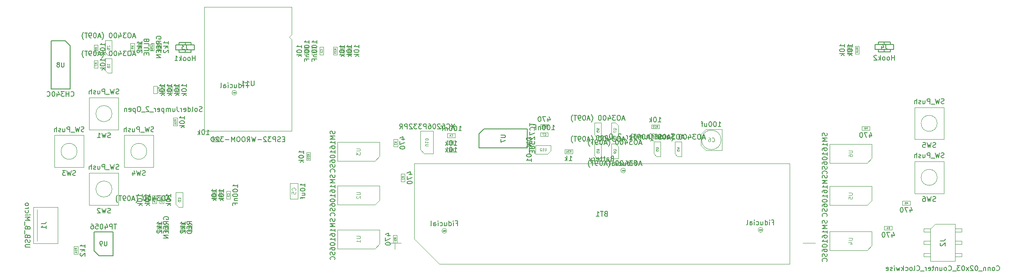
<source format=gbr>
G04 #@! TF.GenerationSoftware,KiCad,Pcbnew,(5.0.1-3-g963ef8bb5)*
G04 #@! TF.CreationDate,2019-06-17T09:36:16+02:00*
G04 #@! TF.ProjectId,cz19-badge,637A31392D62616467652E6B69636164,rev?*
G04 #@! TF.SameCoordinates,Original*
G04 #@! TF.FileFunction,Other,Fab,Bot*
%FSLAX46Y46*%
G04 Gerber Fmt 4.6, Leading zero omitted, Abs format (unit mm)*
G04 Created by KiCad (PCBNEW (5.0.1-3-g963ef8bb5)) date 2019 June 17, Monday 09:36:16*
%MOMM*%
%LPD*%
G01*
G04 APERTURE LIST*
%ADD10C,0.120000*%
%ADD11C,0.100000*%
%ADD12C,0.150000*%
%ADD13C,0.135000*%
%ADD14C,0.060000*%
%ADD15C,0.075000*%
%ADD16C,0.080000*%
%ADD17C,0.090000*%
%ADD18C,0.040000*%
G04 APERTURE END LIST*
D10*
G04 #@! TO.C,BT1*
X127050000Y-110870000D02*
X127050000Y-113370000D01*
X125800000Y-112120000D02*
X128300000Y-112120000D01*
D11*
X208080000Y-116450000D02*
X208080000Y-95790000D01*
X136182500Y-116450000D02*
X208080000Y-116450000D01*
D10*
X213300000Y-112120000D02*
X210800000Y-112120000D01*
D11*
X131020000Y-111287500D02*
X131020000Y-95790000D01*
X131020000Y-95790000D02*
X208080000Y-95790000D01*
X136182500Y-116450000D02*
X131020000Y-111287500D01*
G04 #@! TO.C,C6*
X189850000Y-89750000D02*
X190850000Y-88750000D01*
X189850000Y-92050000D02*
X190850000Y-93050000D01*
X189850000Y-92050000D02*
X189850000Y-89750000D01*
X190850000Y-88750000D02*
X194150000Y-88750000D01*
X190850000Y-93050000D02*
X194150000Y-93050000D01*
X194150000Y-93050000D02*
X194150000Y-88750000D01*
X194000000Y-90900000D02*
G75*
G03X194000000Y-90900000I-2000000J0D01*
G01*
G04 #@! TO.C,C5*
X107150000Y-103000000D02*
X107150000Y-99800000D01*
X105550000Y-103000000D02*
X107150000Y-103000000D01*
X105550000Y-99800000D02*
X105550000Y-103000000D01*
X107150000Y-99800000D02*
X105550000Y-99800000D01*
D12*
G04 #@! TO.C,U7*
X145350000Y-88650000D02*
X144350000Y-89650000D01*
X154250000Y-88650000D02*
X145350000Y-88650000D01*
X154250000Y-92550000D02*
X154250000Y-88650000D01*
X144350000Y-92550000D02*
X154250000Y-92550000D01*
X144350000Y-89650000D02*
X144350000Y-92550000D01*
D11*
G04 #@! TO.C,SW6*
X233700000Y-95300000D02*
X233700000Y-101900000D01*
X239700000Y-95300000D02*
X233700000Y-95300000D01*
X239700000Y-101900000D02*
X239700000Y-95300000D01*
X233700000Y-101900000D02*
X239700000Y-101900000D01*
X238350000Y-98600000D02*
G75*
G03X238350000Y-98600000I-1650000J0D01*
G01*
G04 #@! TO.C,SW5*
X233700000Y-84200000D02*
X233700000Y-90800000D01*
X239700000Y-84200000D02*
X233700000Y-84200000D01*
X239700000Y-90800000D02*
X239700000Y-84200000D01*
X233700000Y-90800000D02*
X239700000Y-90800000D01*
X238350000Y-87500000D02*
G75*
G03X238350000Y-87500000I-1650000J0D01*
G01*
G04 #@! TO.C,SW4*
X71500000Y-89950000D02*
X71500000Y-96550000D01*
X77500000Y-89950000D02*
X71500000Y-89950000D01*
X77500000Y-96550000D02*
X77500000Y-89950000D01*
X71500000Y-96550000D02*
X77500000Y-96550000D01*
X76150000Y-93250000D02*
G75*
G03X76150000Y-93250000I-1650000J0D01*
G01*
G04 #@! TO.C,SW3*
X57200000Y-89950000D02*
X57200000Y-96550000D01*
X63200000Y-89950000D02*
X57200000Y-89950000D01*
X63200000Y-96550000D02*
X63200000Y-89950000D01*
X57200000Y-96550000D02*
X63200000Y-96550000D01*
X61850000Y-93250000D02*
G75*
G03X61850000Y-93250000I-1650000J0D01*
G01*
G04 #@! TO.C,SW2*
X64350000Y-97700000D02*
X64350000Y-104300000D01*
X70350000Y-97700000D02*
X64350000Y-97700000D01*
X70350000Y-104300000D02*
X70350000Y-97700000D01*
X64350000Y-104300000D02*
X70350000Y-104300000D01*
X69000000Y-101000000D02*
G75*
G03X69000000Y-101000000I-1650000J0D01*
G01*
G04 #@! TO.C,SW1*
X64350000Y-82200000D02*
X64350000Y-88800000D01*
X70350000Y-82200000D02*
X64350000Y-82200000D01*
X70350000Y-88800000D02*
X70350000Y-82200000D01*
X64350000Y-88800000D02*
X70350000Y-88800000D01*
X69000000Y-85500000D02*
G75*
G03X69000000Y-85500000I-1650000J0D01*
G01*
G04 #@! TO.C,J1*
X52900000Y-104710000D02*
X52900000Y-112210000D01*
X57900000Y-104710000D02*
X52900000Y-104710000D01*
X57900000Y-112210000D02*
X57900000Y-104710000D01*
X52900000Y-112210000D02*
X57900000Y-112210000D01*
X53600000Y-111710000D02*
X53600000Y-105210000D01*
D12*
G04 #@! TO.C,U8*
X59400000Y-70550000D02*
X56500000Y-70550000D01*
X56500000Y-70550000D02*
X56500000Y-80450000D01*
X56500000Y-80450000D02*
X60400000Y-80450000D01*
X60400000Y-80450000D02*
X60400000Y-71550000D01*
X60400000Y-71550000D02*
X59400000Y-70550000D01*
D11*
G04 #@! TO.C,R8*
X66100000Y-73000000D02*
X66100000Y-71400000D01*
X65300000Y-73000000D02*
X66100000Y-73000000D01*
X65300000Y-71400000D02*
X65300000Y-73000000D01*
X66100000Y-71400000D02*
X65300000Y-71400000D01*
G04 #@! TO.C,R15*
X108500000Y-73400000D02*
X109300000Y-73400000D01*
X109300000Y-73400000D02*
X109300000Y-71800000D01*
X109300000Y-71800000D02*
X108500000Y-71800000D01*
X108500000Y-71800000D02*
X108500000Y-73400000D01*
G04 #@! TO.C,R7*
X66100000Y-74550000D02*
X65300000Y-74550000D01*
X65300000Y-74550000D02*
X65300000Y-76150000D01*
X65300000Y-76150000D02*
X66100000Y-76150000D01*
X66100000Y-76150000D02*
X66100000Y-74550000D01*
G04 #@! TO.C,R16*
X82400000Y-88000000D02*
X82400000Y-86400000D01*
X81600000Y-88000000D02*
X82400000Y-88000000D01*
X81600000Y-86400000D02*
X81600000Y-88000000D01*
X82400000Y-86400000D02*
X81600000Y-86400000D01*
G04 #@! TO.C,Q1*
X67600000Y-76600000D02*
X67600000Y-74150000D01*
X68150000Y-77170000D02*
X69000000Y-77170000D01*
X67600000Y-76600000D02*
X68150000Y-77170000D01*
X69000000Y-77170000D02*
X69000000Y-74130000D01*
X67600000Y-74130000D02*
X69000000Y-74130000D01*
G04 #@! TO.C,C1*
X110050000Y-73400000D02*
X110850000Y-73400000D01*
X110850000Y-73400000D02*
X110850000Y-71800000D01*
X110850000Y-71800000D02*
X110050000Y-71800000D01*
X110050000Y-71800000D02*
X110050000Y-73400000D01*
G04 #@! TO.C,C2*
X111600000Y-71800000D02*
X111600000Y-73400000D01*
X112400000Y-71800000D02*
X111600000Y-71800000D01*
X112400000Y-73400000D02*
X112400000Y-71800000D01*
X111600000Y-73400000D02*
X112400000Y-73400000D01*
G04 #@! TO.C,Q2*
X67600000Y-70430000D02*
X69000000Y-70430000D01*
X69000000Y-73470000D02*
X69000000Y-70430000D01*
X67600000Y-72900000D02*
X68150000Y-73470000D01*
X68150000Y-73470000D02*
X69000000Y-73470000D01*
X67600000Y-72900000D02*
X67600000Y-70450000D01*
G04 #@! TO.C,Q4*
X184500000Y-91280000D02*
X185900000Y-91280000D01*
X185900000Y-94320000D02*
X185900000Y-91280000D01*
X184500000Y-93750000D02*
X185050000Y-94320000D01*
X185050000Y-94320000D02*
X185900000Y-94320000D01*
X184500000Y-93750000D02*
X184500000Y-91300000D01*
G04 #@! TO.C,Q5*
X180200000Y-93750000D02*
X180200000Y-91300000D01*
X180750000Y-94320000D02*
X181600000Y-94320000D01*
X180200000Y-93750000D02*
X180750000Y-94320000D01*
X181600000Y-94320000D02*
X181600000Y-91280000D01*
X180200000Y-91280000D02*
X181600000Y-91280000D01*
G04 #@! TO.C,Q3*
X82100000Y-104150000D02*
X82100000Y-101700000D01*
X82650000Y-104720000D02*
X83500000Y-104720000D01*
X82100000Y-104150000D02*
X82650000Y-104720000D01*
X83500000Y-104720000D02*
X83500000Y-101680000D01*
X82100000Y-101680000D02*
X83500000Y-101680000D01*
G04 #@! TO.C,Q6*
X168000000Y-87380000D02*
X169400000Y-87380000D01*
X169400000Y-90420000D02*
X169400000Y-87380000D01*
X168000000Y-89850000D02*
X168550000Y-90420000D01*
X168550000Y-90420000D02*
X169400000Y-90420000D01*
X168000000Y-89850000D02*
X168000000Y-87400000D01*
G04 #@! TO.C,R18*
X89500000Y-90450000D02*
X89500000Y-91250000D01*
X89500000Y-91250000D02*
X91100000Y-91250000D01*
X91100000Y-91250000D02*
X91100000Y-90450000D01*
X91100000Y-90450000D02*
X89500000Y-90450000D01*
G04 #@! TO.C,R22*
X179700000Y-87800000D02*
X179700000Y-88600000D01*
X179700000Y-88600000D02*
X181300000Y-88600000D01*
X181300000Y-88600000D02*
X181300000Y-87800000D01*
X181300000Y-87800000D02*
X179700000Y-87800000D01*
G04 #@! TO.C,R9*
X72800000Y-71000000D02*
X72800000Y-72600000D01*
X73600000Y-71000000D02*
X72800000Y-71000000D01*
X73600000Y-72600000D02*
X73600000Y-71000000D01*
X72800000Y-72600000D02*
X73600000Y-72600000D01*
G04 #@! TO.C,U11*
X87900000Y-89060000D02*
X87900000Y-63555000D01*
X105900000Y-89060000D02*
X87900000Y-89060000D01*
X105900000Y-63555000D02*
X105900000Y-69280000D01*
X105900000Y-63555000D02*
X87900000Y-63555000D01*
X105900000Y-70280000D02*
X105900000Y-89060000D01*
X105400000Y-69780000D02*
X105900000Y-69280000D01*
X105900000Y-70280000D02*
X105400000Y-69780000D01*
G04 #@! TO.C,C3*
X93300000Y-101400000D02*
X92500000Y-101400000D01*
X92500000Y-101400000D02*
X92500000Y-103000000D01*
X92500000Y-103000000D02*
X93300000Y-103000000D01*
X93300000Y-103000000D02*
X93300000Y-101400000D01*
G04 #@! TO.C,C4*
X139400000Y-89600000D02*
X137800000Y-89600000D01*
X139400000Y-90400000D02*
X139400000Y-89600000D01*
X137800000Y-90400000D02*
X139400000Y-90400000D01*
X137800000Y-89600000D02*
X137800000Y-90400000D01*
G04 #@! TO.C,D258*
X76800000Y-72600000D02*
X76800000Y-71300000D01*
X76800000Y-71300000D02*
X77100000Y-71000000D01*
X77100000Y-71000000D02*
X77600000Y-71000000D01*
X77600000Y-71000000D02*
X77600000Y-72600000D01*
X77600000Y-72600000D02*
X76800000Y-72600000D01*
G04 #@! TO.C,D259*
X83100000Y-109700000D02*
X83100000Y-108400000D01*
X83100000Y-108400000D02*
X83400000Y-108100000D01*
X83400000Y-108100000D02*
X83900000Y-108100000D01*
X83900000Y-108100000D02*
X83900000Y-109700000D01*
X83900000Y-109700000D02*
X83100000Y-109700000D01*
G04 #@! TO.C,D260*
X78300000Y-109700000D02*
X78300000Y-108400000D01*
X78300000Y-108400000D02*
X78600000Y-108100000D01*
X78600000Y-108100000D02*
X79100000Y-108100000D01*
X79100000Y-108100000D02*
X79100000Y-109700000D01*
X79100000Y-109700000D02*
X78300000Y-109700000D01*
G04 #@! TO.C,R10*
X79100000Y-71000000D02*
X78300000Y-71000000D01*
X78300000Y-71000000D02*
X78300000Y-72600000D01*
X78300000Y-72600000D02*
X79100000Y-72600000D01*
X79100000Y-72600000D02*
X79100000Y-71000000D01*
G04 #@! TO.C,R11*
X75800000Y-104000000D02*
X76600000Y-104000000D01*
X76600000Y-104000000D02*
X76600000Y-102400000D01*
X76600000Y-102400000D02*
X75800000Y-102400000D01*
X75800000Y-102400000D02*
X75800000Y-104000000D01*
G04 #@! TO.C,R12*
X84600000Y-108100000D02*
X84600000Y-109700000D01*
X85400000Y-108100000D02*
X84600000Y-108100000D01*
X85400000Y-109700000D02*
X85400000Y-108100000D01*
X84600000Y-109700000D02*
X85400000Y-109700000D01*
G04 #@! TO.C,R13*
X79800000Y-109700000D02*
X80600000Y-109700000D01*
X80600000Y-109700000D02*
X80600000Y-108100000D01*
X80600000Y-108100000D02*
X79800000Y-108100000D01*
X79800000Y-108100000D02*
X79800000Y-109700000D01*
G04 #@! TO.C,R14*
X62000000Y-114400000D02*
X62000000Y-112800000D01*
X61200000Y-114400000D02*
X62000000Y-114400000D01*
X61200000Y-112800000D02*
X61200000Y-114400000D01*
X62000000Y-112800000D02*
X61200000Y-112800000D01*
G04 #@! TO.C,R25*
X82800000Y-79800000D02*
X82000000Y-79800000D01*
X82000000Y-79800000D02*
X82000000Y-81400000D01*
X82000000Y-81400000D02*
X82800000Y-81400000D01*
X82800000Y-81400000D02*
X82800000Y-79800000D01*
G04 #@! TO.C,R26*
X81300000Y-79800000D02*
X80500000Y-79800000D01*
X80500000Y-79800000D02*
X80500000Y-81400000D01*
X80500000Y-81400000D02*
X81300000Y-81400000D01*
X81300000Y-81400000D02*
X81300000Y-79800000D01*
G04 #@! TO.C,R24*
X77300000Y-102400000D02*
X77300000Y-104000000D01*
X78100000Y-102400000D02*
X77300000Y-102400000D01*
X78100000Y-104000000D02*
X78100000Y-102400000D01*
X77300000Y-104000000D02*
X78100000Y-104000000D01*
G04 #@! TO.C,R27*
X78300000Y-81400000D02*
X78300000Y-79800000D01*
X77500000Y-81400000D02*
X78300000Y-81400000D01*
X77500000Y-79800000D02*
X77500000Y-81400000D01*
X78300000Y-79800000D02*
X77500000Y-79800000D01*
G04 #@! TO.C,R28*
X79800000Y-79800000D02*
X79000000Y-79800000D01*
X79000000Y-79800000D02*
X79000000Y-81400000D01*
X79000000Y-81400000D02*
X79800000Y-81400000D01*
X79800000Y-81400000D02*
X79800000Y-79800000D01*
G04 #@! TO.C,R17*
X219900000Y-71600000D02*
X219900000Y-73200000D01*
X220700000Y-71600000D02*
X219900000Y-71600000D01*
X220700000Y-73200000D02*
X220700000Y-71600000D01*
X219900000Y-73200000D02*
X220700000Y-73200000D01*
G04 #@! TO.C,R19*
X221500000Y-73200000D02*
X222300000Y-73200000D01*
X222300000Y-73200000D02*
X222300000Y-71600000D01*
X222300000Y-71600000D02*
X221500000Y-71600000D01*
X221500000Y-71600000D02*
X221500000Y-73200000D01*
G04 #@! TO.C,R29*
X90400000Y-101400000D02*
X89600000Y-101400000D01*
X89600000Y-101400000D02*
X89600000Y-103000000D01*
X89600000Y-103000000D02*
X90400000Y-103000000D01*
X90400000Y-103000000D02*
X90400000Y-101400000D01*
G04 #@! TO.C,R30*
X139415001Y-92604999D02*
X137815001Y-92604999D01*
X139415001Y-93404999D02*
X139415001Y-92604999D01*
X137815001Y-93404999D02*
X139415001Y-93404999D01*
X137815001Y-92604999D02*
X137815001Y-93404999D01*
G04 #@! TO.C,R31*
X91000000Y-101400000D02*
X91000000Y-103000000D01*
X91800000Y-101400000D02*
X91000000Y-101400000D01*
X91800000Y-103000000D02*
X91800000Y-101400000D01*
X91000000Y-103000000D02*
X91800000Y-103000000D01*
G04 #@! TO.C,R32*
X139400000Y-91900000D02*
X139400000Y-91100000D01*
X139400000Y-91100000D02*
X137800000Y-91100000D01*
X137800000Y-91100000D02*
X137800000Y-91900000D01*
X137800000Y-91900000D02*
X139400000Y-91900000D01*
D12*
G04 #@! TO.C,U9*
X66300000Y-114700000D02*
X69200000Y-114700000D01*
X69200000Y-114700000D02*
X69200000Y-109800000D01*
X69200000Y-109800000D02*
X65300000Y-109800000D01*
X65300000Y-109800000D02*
X65300000Y-113700000D01*
X65300000Y-113700000D02*
X66300000Y-114700000D01*
D11*
G04 #@! TO.C,D257*
X74300000Y-72600000D02*
X74300000Y-71300000D01*
X74300000Y-71300000D02*
X74600000Y-71000000D01*
X74600000Y-71000000D02*
X75100000Y-71000000D01*
X75100000Y-71000000D02*
X75100000Y-72600000D01*
X75100000Y-72600000D02*
X74300000Y-72600000D01*
D12*
G04 #@! TO.C,J3*
X82750000Y-71400000D02*
X82750000Y-70900000D01*
X82250000Y-71400000D02*
X82750000Y-71400000D01*
X82100000Y-72400000D02*
X82100000Y-71400000D01*
X82750000Y-72400000D02*
X82250000Y-72400000D01*
X82750000Y-72900000D02*
X82750000Y-72400000D01*
X85250000Y-72900000D02*
X82750000Y-72900000D01*
X85250000Y-72400000D02*
X85250000Y-72900000D01*
X85750000Y-72400000D02*
X85250000Y-72400000D01*
X85900000Y-71400000D02*
X85900000Y-72400000D01*
X85250000Y-71400000D02*
X85750000Y-71400000D01*
X85250000Y-70900000D02*
X85250000Y-71400000D01*
X82750000Y-70900000D02*
X85250000Y-70900000D01*
X82100000Y-72400000D02*
X85900000Y-72400000D01*
X85900000Y-71400000D02*
X82100000Y-71400000D01*
X84000000Y-70900000D02*
X84000000Y-71400000D01*
X84000000Y-72400000D02*
X84000000Y-72900000D01*
G04 #@! TO.C,J4*
X226250000Y-71300000D02*
X226250000Y-70800000D01*
X225750000Y-71300000D02*
X226250000Y-71300000D01*
X225600000Y-72300000D02*
X225600000Y-71300000D01*
X226250000Y-72300000D02*
X225750000Y-72300000D01*
X226250000Y-72800000D02*
X226250000Y-72300000D01*
X228750000Y-72800000D02*
X226250000Y-72800000D01*
X228750000Y-72300000D02*
X228750000Y-72800000D01*
X229250000Y-72300000D02*
X228750000Y-72300000D01*
X229400000Y-71300000D02*
X229400000Y-72300000D01*
X228750000Y-71300000D02*
X229250000Y-71300000D01*
X228750000Y-70800000D02*
X228750000Y-71300000D01*
X226250000Y-70800000D02*
X228750000Y-70800000D01*
X225600000Y-72300000D02*
X229400000Y-72300000D01*
X229400000Y-71300000D02*
X225600000Y-71300000D01*
X227500000Y-70800000D02*
X227500000Y-71300000D01*
X227500000Y-72300000D02*
X227500000Y-72800000D01*
D11*
G04 #@! TO.C,R1*
X126700000Y-112100000D02*
X127500000Y-112100000D01*
X127500000Y-112100000D02*
X127500000Y-110500000D01*
X127500000Y-110500000D02*
X126700000Y-110500000D01*
X126700000Y-110500000D02*
X126700000Y-112100000D01*
G04 #@! TO.C,R2*
X129100000Y-97900000D02*
X128300000Y-97900000D01*
X128300000Y-97900000D02*
X128300000Y-99500000D01*
X128300000Y-99500000D02*
X129100000Y-99500000D01*
X129100000Y-99500000D02*
X129100000Y-97900000D01*
G04 #@! TO.C,R3*
X127610567Y-92325001D02*
X127610567Y-90725001D01*
X126810567Y-92325001D02*
X127610567Y-92325001D01*
X126810567Y-90725001D02*
X126810567Y-92325001D01*
X127610567Y-90725001D02*
X126810567Y-90725001D01*
G04 #@! TO.C,R4*
X229100000Y-109400000D02*
X229100000Y-108600000D01*
X229100000Y-108600000D02*
X227500000Y-108600000D01*
X227500000Y-108600000D02*
X227500000Y-109400000D01*
X227500000Y-109400000D02*
X229100000Y-109400000D01*
G04 #@! TO.C,R5*
X231200000Y-104300000D02*
X232800000Y-104300000D01*
X231200000Y-103500000D02*
X231200000Y-104300000D01*
X232800000Y-103500000D02*
X231200000Y-103500000D01*
X232800000Y-104300000D02*
X232800000Y-103500000D01*
G04 #@! TO.C,R6*
X224500000Y-88900000D02*
X224500000Y-88100000D01*
X224500000Y-88100000D02*
X222900000Y-88100000D01*
X222900000Y-88100000D02*
X222900000Y-88900000D01*
X222900000Y-88900000D02*
X224500000Y-88900000D01*
G04 #@! TO.C,R20*
X118180567Y-73365001D02*
X118180567Y-71765001D01*
X117380567Y-73365001D02*
X118180567Y-73365001D01*
X117380567Y-71765001D02*
X117380567Y-73365001D01*
X118180567Y-71765001D02*
X117380567Y-71765001D01*
G04 #@! TO.C,R21*
X116670567Y-71765001D02*
X115870567Y-71765001D01*
X115870567Y-71765001D02*
X115870567Y-73365001D01*
X115870567Y-73365001D02*
X116670567Y-73365001D01*
X116670567Y-73365001D02*
X116670567Y-71765001D01*
G04 #@! TO.C,R23*
X115200000Y-73400000D02*
X115200000Y-71800000D01*
X114400000Y-73400000D02*
X115200000Y-73400000D01*
X114400000Y-71800000D02*
X114400000Y-73400000D01*
X115200000Y-71800000D02*
X114400000Y-71800000D01*
G04 #@! TO.C,U1*
X122950000Y-113250000D02*
X123950000Y-112250000D01*
X115250000Y-113250000D02*
X122950000Y-113250000D01*
X115250000Y-109350000D02*
X115250000Y-113250000D01*
X123950000Y-109350000D02*
X115250000Y-109350000D01*
X123950000Y-112250000D02*
X123950000Y-109350000D01*
G04 #@! TO.C,U2*
X123950000Y-103250000D02*
X123950000Y-100350000D01*
X123950000Y-100350000D02*
X115250000Y-100350000D01*
X115250000Y-100350000D02*
X115250000Y-104250000D01*
X115250000Y-104250000D02*
X122950000Y-104250000D01*
X122950000Y-104250000D02*
X123950000Y-103250000D01*
G04 #@! TO.C,U3*
X122950000Y-95250000D02*
X123950000Y-94250000D01*
X115250000Y-95250000D02*
X122950000Y-95250000D01*
X115250000Y-91350000D02*
X115250000Y-95250000D01*
X123950000Y-91350000D02*
X115250000Y-91350000D01*
X123950000Y-94250000D02*
X123950000Y-91350000D01*
G04 #@! TO.C,U4*
X224950000Y-112602894D02*
X224950000Y-109702894D01*
X224950000Y-109702894D02*
X216250000Y-109702894D01*
X216250000Y-109702894D02*
X216250000Y-113602894D01*
X216250000Y-113602894D02*
X223950000Y-113602894D01*
X223950000Y-113602894D02*
X224950000Y-112602894D01*
G04 #@! TO.C,U5*
X223950000Y-104350000D02*
X224950000Y-103350000D01*
X216250000Y-104350000D02*
X223950000Y-104350000D01*
X216250000Y-100450000D02*
X216250000Y-104350000D01*
X224950000Y-100450000D02*
X216250000Y-100450000D01*
X224950000Y-103350000D02*
X224950000Y-100450000D01*
G04 #@! TO.C,U6*
X224950000Y-94650000D02*
X224950000Y-91750000D01*
X224950000Y-91750000D02*
X216250000Y-91750000D01*
X216250000Y-91750000D02*
X216250000Y-95650000D01*
X216250000Y-95650000D02*
X223950000Y-95650000D01*
X223950000Y-95650000D02*
X224950000Y-94650000D01*
G04 #@! TO.C,U10*
X132280000Y-92910000D02*
X133070000Y-93700000D01*
X134880000Y-93700000D02*
X134880000Y-89100000D01*
X134880000Y-89100000D02*
X132280000Y-89100000D01*
X132280000Y-89100000D02*
X132280000Y-92910000D01*
X133070000Y-93700000D02*
X134880000Y-93700000D01*
G04 #@! TO.C,R33*
X108900000Y-95100000D02*
X109700000Y-95100000D01*
X109700000Y-95100000D02*
X109700000Y-93500000D01*
X109700000Y-93500000D02*
X108900000Y-93500000D01*
X108900000Y-93500000D02*
X108900000Y-95100000D01*
G04 #@! TO.C,J2*
X242040000Y-108190000D02*
X237960000Y-108190000D01*
X237960000Y-108190000D02*
X236960000Y-109190000D01*
X236960000Y-109190000D02*
X236960000Y-115810000D01*
X236960000Y-115810000D02*
X242040000Y-115810000D01*
X242040000Y-115810000D02*
X242040000Y-108190000D01*
X243420000Y-109140000D02*
X242040000Y-109140000D01*
X242040000Y-109780000D02*
X243420000Y-109780000D01*
X243420000Y-109780000D02*
X243420000Y-109140000D01*
X236960000Y-109140000D02*
X235580000Y-109140000D01*
X235580000Y-109140000D02*
X235580000Y-109780000D01*
X235580000Y-109780000D02*
X236960000Y-109780000D01*
X243420000Y-111680000D02*
X242040000Y-111680000D01*
X242040000Y-112320000D02*
X243420000Y-112320000D01*
X243420000Y-112320000D02*
X243420000Y-111680000D01*
X236960000Y-111680000D02*
X235580000Y-111680000D01*
X235580000Y-111680000D02*
X235580000Y-112320000D01*
X235580000Y-112320000D02*
X236960000Y-112320000D01*
X243420000Y-114220000D02*
X242040000Y-114220000D01*
X242040000Y-114860000D02*
X243420000Y-114860000D01*
X243420000Y-114860000D02*
X243420000Y-114220000D01*
X236960000Y-114220000D02*
X235580000Y-114220000D01*
X235580000Y-114220000D02*
X235580000Y-114860000D01*
X235580000Y-114860000D02*
X236960000Y-114860000D01*
G04 #@! TO.C,FID1*
X174400000Y-97200000D02*
G75*
G03X174400000Y-97200000I-500000J0D01*
G01*
G04 #@! TO.C,FID2*
X137700000Y-109600000D02*
G75*
G03X137700000Y-109600000I-500000J0D01*
G01*
G04 #@! TO.C,FID3*
X202600000Y-109400000D02*
G75*
G03X202600000Y-109400000I-500000J0D01*
G01*
G04 #@! TO.C,FID4*
X94600000Y-81200000D02*
G75*
G03X94600000Y-81200000I-500000J0D01*
G01*
G04 #@! TO.C,R34*
X79600000Y-102400000D02*
X78800000Y-102400000D01*
X78800000Y-102400000D02*
X78800000Y-104000000D01*
X78800000Y-104000000D02*
X79600000Y-104000000D01*
X79600000Y-104000000D02*
X79600000Y-102400000D01*
G04 #@! TO.C,C7*
X156900000Y-89400000D02*
X156900000Y-90200000D01*
X156900000Y-90200000D02*
X158500000Y-90200000D01*
X158500000Y-90200000D02*
X158500000Y-89400000D01*
X158500000Y-89400000D02*
X156900000Y-89400000D01*
G04 #@! TO.C,Q7*
X172900000Y-87950000D02*
X172900000Y-90400000D01*
X172350000Y-87380000D02*
X171500000Y-87380000D01*
X172900000Y-87950000D02*
X172350000Y-87380000D01*
X171500000Y-87380000D02*
X171500000Y-90420000D01*
X172900000Y-90420000D02*
X171500000Y-90420000D01*
G04 #@! TO.C,Q8*
X168000000Y-91680000D02*
X169400000Y-91680000D01*
X169400000Y-94720000D02*
X169400000Y-91680000D01*
X168000000Y-94150000D02*
X168550000Y-94720000D01*
X168550000Y-94720000D02*
X169400000Y-94720000D01*
X168000000Y-94150000D02*
X168000000Y-91700000D01*
G04 #@! TO.C,Q9*
X172900000Y-92250000D02*
X172900000Y-94700000D01*
X172350000Y-91680000D02*
X171500000Y-91680000D01*
X172900000Y-92250000D02*
X172350000Y-91680000D01*
X171500000Y-91680000D02*
X171500000Y-94720000D01*
X172900000Y-94720000D02*
X171500000Y-94720000D01*
G04 #@! TO.C,R35*
X158500000Y-87700000D02*
X156900000Y-87700000D01*
X158500000Y-88500000D02*
X158500000Y-87700000D01*
X156900000Y-88500000D02*
X158500000Y-88500000D01*
X156900000Y-87700000D02*
X156900000Y-88500000D01*
G04 #@! TO.C,R36*
X163500000Y-93700000D02*
X163500000Y-92900000D01*
X163500000Y-92900000D02*
X161900000Y-92900000D01*
X161900000Y-92900000D02*
X161900000Y-93700000D01*
X161900000Y-93700000D02*
X163500000Y-93700000D01*
G04 #@! TO.C,U12*
X158400000Y-93800000D02*
X159050000Y-93150000D01*
X159050000Y-92000000D02*
X159050000Y-93150000D01*
X158400000Y-93800000D02*
X155950000Y-93800000D01*
X155950000Y-92000000D02*
X155950000Y-93800000D01*
X159050000Y-92000000D02*
X155950000Y-92000000D01*
G04 #@! TD*
G04 #@! TO.C,BT1*
D12*
X171621428Y-94748571D02*
X171478571Y-94796190D01*
X171430952Y-94843809D01*
X171383333Y-94939047D01*
X171383333Y-95081904D01*
X171430952Y-95177142D01*
X171478571Y-95224761D01*
X171573809Y-95272380D01*
X171954761Y-95272380D01*
X171954761Y-94272380D01*
X171621428Y-94272380D01*
X171526190Y-94320000D01*
X171478571Y-94367619D01*
X171430952Y-94462857D01*
X171430952Y-94558095D01*
X171478571Y-94653333D01*
X171526190Y-94700952D01*
X171621428Y-94748571D01*
X171954761Y-94748571D01*
X170526190Y-95272380D02*
X170526190Y-94748571D01*
X170573809Y-94653333D01*
X170669047Y-94605714D01*
X170859523Y-94605714D01*
X170954761Y-94653333D01*
X170526190Y-95224761D02*
X170621428Y-95272380D01*
X170859523Y-95272380D01*
X170954761Y-95224761D01*
X171002380Y-95129523D01*
X171002380Y-95034285D01*
X170954761Y-94939047D01*
X170859523Y-94891428D01*
X170621428Y-94891428D01*
X170526190Y-94843809D01*
X170192857Y-94605714D02*
X169811904Y-94605714D01*
X170050000Y-94272380D02*
X170050000Y-95129523D01*
X170002380Y-95224761D01*
X169907142Y-95272380D01*
X169811904Y-95272380D01*
X169621428Y-94605714D02*
X169240476Y-94605714D01*
X169478571Y-94272380D02*
X169478571Y-95129523D01*
X169430952Y-95224761D01*
X169335714Y-95272380D01*
X169240476Y-95272380D01*
X168526190Y-95224761D02*
X168621428Y-95272380D01*
X168811904Y-95272380D01*
X168907142Y-95224761D01*
X168954761Y-95129523D01*
X168954761Y-94748571D01*
X168907142Y-94653333D01*
X168811904Y-94605714D01*
X168621428Y-94605714D01*
X168526190Y-94653333D01*
X168478571Y-94748571D01*
X168478571Y-94843809D01*
X168954761Y-94939047D01*
X168050000Y-95272380D02*
X168050000Y-94605714D01*
X168050000Y-94796190D02*
X168002380Y-94700952D01*
X167954761Y-94653333D01*
X167859523Y-94605714D01*
X167764285Y-94605714D01*
X167526190Y-94605714D02*
X167288095Y-95272380D01*
X167050000Y-94605714D02*
X167288095Y-95272380D01*
X167383333Y-95510476D01*
X167430952Y-95558095D01*
X167526190Y-95605714D01*
X170335714Y-106048571D02*
X170192857Y-106096190D01*
X170145238Y-106143809D01*
X170097619Y-106239047D01*
X170097619Y-106381904D01*
X170145238Y-106477142D01*
X170192857Y-106524761D01*
X170288095Y-106572380D01*
X170669047Y-106572380D01*
X170669047Y-105572380D01*
X170335714Y-105572380D01*
X170240476Y-105620000D01*
X170192857Y-105667619D01*
X170145238Y-105762857D01*
X170145238Y-105858095D01*
X170192857Y-105953333D01*
X170240476Y-106000952D01*
X170335714Y-106048571D01*
X170669047Y-106048571D01*
X169811904Y-105572380D02*
X169240476Y-105572380D01*
X169526190Y-106572380D02*
X169526190Y-105572380D01*
X168383333Y-106572380D02*
X168954761Y-106572380D01*
X168669047Y-106572380D02*
X168669047Y-105572380D01*
X168764285Y-105715238D01*
X168859523Y-105810476D01*
X168954761Y-105858095D01*
G04 #@! TO.C,C6*
X193404761Y-88152380D02*
X193976190Y-88152380D01*
X193690476Y-88152380D02*
X193690476Y-87152380D01*
X193785714Y-87295238D01*
X193880952Y-87390476D01*
X193976190Y-87438095D01*
X192785714Y-87152380D02*
X192690476Y-87152380D01*
X192595238Y-87200000D01*
X192547619Y-87247619D01*
X192500000Y-87342857D01*
X192452380Y-87533333D01*
X192452380Y-87771428D01*
X192500000Y-87961904D01*
X192547619Y-88057142D01*
X192595238Y-88104761D01*
X192690476Y-88152380D01*
X192785714Y-88152380D01*
X192880952Y-88104761D01*
X192928571Y-88057142D01*
X192976190Y-87961904D01*
X193023809Y-87771428D01*
X193023809Y-87533333D01*
X192976190Y-87342857D01*
X192928571Y-87247619D01*
X192880952Y-87200000D01*
X192785714Y-87152380D01*
X191833333Y-87152380D02*
X191738095Y-87152380D01*
X191642857Y-87200000D01*
X191595238Y-87247619D01*
X191547619Y-87342857D01*
X191500000Y-87533333D01*
X191500000Y-87771428D01*
X191547619Y-87961904D01*
X191595238Y-88057142D01*
X191642857Y-88104761D01*
X191738095Y-88152380D01*
X191833333Y-88152380D01*
X191928571Y-88104761D01*
X191976190Y-88057142D01*
X192023809Y-87961904D01*
X192071428Y-87771428D01*
X192071428Y-87533333D01*
X192023809Y-87342857D01*
X191976190Y-87247619D01*
X191928571Y-87200000D01*
X191833333Y-87152380D01*
X190642857Y-87485714D02*
X190642857Y-88152380D01*
X191071428Y-87485714D02*
X191071428Y-88009523D01*
X191023809Y-88104761D01*
X190928571Y-88152380D01*
X190785714Y-88152380D01*
X190690476Y-88104761D01*
X190642857Y-88057142D01*
X190309523Y-87485714D02*
X189928571Y-87485714D01*
X190166666Y-88152380D02*
X190166666Y-87295238D01*
X190119047Y-87200000D01*
X190023809Y-87152380D01*
X189928571Y-87152380D01*
D10*
X192133333Y-91185714D02*
X192171428Y-91223809D01*
X192285714Y-91261904D01*
X192361904Y-91261904D01*
X192476190Y-91223809D01*
X192552380Y-91147619D01*
X192590476Y-91071428D01*
X192628571Y-90919047D01*
X192628571Y-90804761D01*
X192590476Y-90652380D01*
X192552380Y-90576190D01*
X192476190Y-90500000D01*
X192361904Y-90461904D01*
X192285714Y-90461904D01*
X192171428Y-90500000D01*
X192133333Y-90538095D01*
X191447619Y-90461904D02*
X191600000Y-90461904D01*
X191676190Y-90500000D01*
X191714285Y-90538095D01*
X191790476Y-90652380D01*
X191828571Y-90804761D01*
X191828571Y-91109523D01*
X191790476Y-91185714D01*
X191752380Y-91223809D01*
X191676190Y-91261904D01*
X191523809Y-91261904D01*
X191447619Y-91223809D01*
X191409523Y-91185714D01*
X191371428Y-91109523D01*
X191371428Y-90919047D01*
X191409523Y-90842857D01*
X191447619Y-90804761D01*
X191523809Y-90766666D01*
X191676190Y-90766666D01*
X191752380Y-90804761D01*
X191790476Y-90842857D01*
X191828571Y-90919047D01*
G04 #@! TO.C,C5*
D12*
X108622380Y-100471428D02*
X108622380Y-99900000D01*
X108622380Y-100185714D02*
X107622380Y-100185714D01*
X107765238Y-100090476D01*
X107860476Y-99995238D01*
X107908095Y-99900000D01*
X107622380Y-101090476D02*
X107622380Y-101185714D01*
X107670000Y-101280952D01*
X107717619Y-101328571D01*
X107812857Y-101376190D01*
X108003333Y-101423809D01*
X108241428Y-101423809D01*
X108431904Y-101376190D01*
X108527142Y-101328571D01*
X108574761Y-101280952D01*
X108622380Y-101185714D01*
X108622380Y-101090476D01*
X108574761Y-100995238D01*
X108527142Y-100947619D01*
X108431904Y-100900000D01*
X108241428Y-100852380D01*
X108003333Y-100852380D01*
X107812857Y-100900000D01*
X107717619Y-100947619D01*
X107670000Y-100995238D01*
X107622380Y-101090476D01*
X107955714Y-102280952D02*
X108622380Y-102280952D01*
X107955714Y-101852380D02*
X108479523Y-101852380D01*
X108574761Y-101900000D01*
X108622380Y-101995238D01*
X108622380Y-102138095D01*
X108574761Y-102233333D01*
X108527142Y-102280952D01*
X107955714Y-102614285D02*
X107955714Y-102995238D01*
X108622380Y-102757142D02*
X107765238Y-102757142D01*
X107670000Y-102804761D01*
X107622380Y-102900000D01*
X107622380Y-102995238D01*
D10*
X106635714Y-101266666D02*
X106673809Y-101228571D01*
X106711904Y-101114285D01*
X106711904Y-101038095D01*
X106673809Y-100923809D01*
X106597619Y-100847619D01*
X106521428Y-100809523D01*
X106369047Y-100771428D01*
X106254761Y-100771428D01*
X106102380Y-100809523D01*
X106026190Y-100847619D01*
X105950000Y-100923809D01*
X105911904Y-101038095D01*
X105911904Y-101114285D01*
X105950000Y-101228571D01*
X105988095Y-101266666D01*
X105911904Y-101990476D02*
X105911904Y-101609523D01*
X106292857Y-101571428D01*
X106254761Y-101609523D01*
X106216666Y-101685714D01*
X106216666Y-101876190D01*
X106254761Y-101952380D01*
X106292857Y-101990476D01*
X106369047Y-102028571D01*
X106559523Y-102028571D01*
X106635714Y-101990476D01*
X106673809Y-101952380D01*
X106711904Y-101876190D01*
X106711904Y-101685714D01*
X106673809Y-101609523D01*
X106635714Y-101571428D01*
G04 #@! TO.C,U7*
D12*
X154752380Y-87457142D02*
X154752380Y-88028571D01*
X155752380Y-87742857D02*
X154752380Y-87742857D01*
X155657142Y-88933333D02*
X155704761Y-88885714D01*
X155752380Y-88742857D01*
X155752380Y-88647619D01*
X155704761Y-88504761D01*
X155609523Y-88409523D01*
X155514285Y-88361904D01*
X155323809Y-88314285D01*
X155180952Y-88314285D01*
X154990476Y-88361904D01*
X154895238Y-88409523D01*
X154800000Y-88504761D01*
X154752380Y-88647619D01*
X154752380Y-88742857D01*
X154800000Y-88885714D01*
X154847619Y-88933333D01*
X154752380Y-89266666D02*
X154752380Y-89933333D01*
X155752380Y-89504761D01*
X154847619Y-90266666D02*
X154800000Y-90314285D01*
X154752380Y-90409523D01*
X154752380Y-90647619D01*
X154800000Y-90742857D01*
X154847619Y-90790476D01*
X154942857Y-90838095D01*
X155038095Y-90838095D01*
X155180952Y-90790476D01*
X155752380Y-90219047D01*
X155752380Y-90838095D01*
X154752380Y-91742857D02*
X154752380Y-91266666D01*
X155228571Y-91219047D01*
X155180952Y-91266666D01*
X155133333Y-91361904D01*
X155133333Y-91600000D01*
X155180952Y-91695238D01*
X155228571Y-91742857D01*
X155323809Y-91790476D01*
X155561904Y-91790476D01*
X155657142Y-91742857D01*
X155704761Y-91695238D01*
X155752380Y-91600000D01*
X155752380Y-91361904D01*
X155704761Y-91266666D01*
X155657142Y-91219047D01*
X155180952Y-92361904D02*
X155133333Y-92266666D01*
X155085714Y-92219047D01*
X154990476Y-92171428D01*
X154942857Y-92171428D01*
X154847619Y-92219047D01*
X154800000Y-92266666D01*
X154752380Y-92361904D01*
X154752380Y-92552380D01*
X154800000Y-92647619D01*
X154847619Y-92695238D01*
X154942857Y-92742857D01*
X154990476Y-92742857D01*
X155085714Y-92695238D01*
X155133333Y-92647619D01*
X155180952Y-92552380D01*
X155180952Y-92361904D01*
X155228571Y-92266666D01*
X155276190Y-92219047D01*
X155371428Y-92171428D01*
X155561904Y-92171428D01*
X155657142Y-92219047D01*
X155704761Y-92266666D01*
X155752380Y-92361904D01*
X155752380Y-92552380D01*
X155704761Y-92647619D01*
X155657142Y-92695238D01*
X155561904Y-92742857D01*
X155371428Y-92742857D01*
X155276190Y-92695238D01*
X155228571Y-92647619D01*
X155180952Y-92552380D01*
X155228571Y-93171428D02*
X155228571Y-93504761D01*
X155752380Y-93647619D02*
X155752380Y-93171428D01*
X154752380Y-93171428D01*
X154752380Y-93647619D01*
D13*
X148807142Y-89914285D02*
X149535714Y-89914285D01*
X149621428Y-89957142D01*
X149664285Y-90000000D01*
X149707142Y-90085714D01*
X149707142Y-90257142D01*
X149664285Y-90342857D01*
X149621428Y-90385714D01*
X149535714Y-90428571D01*
X148807142Y-90428571D01*
X148807142Y-90771428D02*
X148807142Y-91371428D01*
X149707142Y-90985714D01*
G04 #@! TO.C,SW6*
D12*
X239747619Y-94504761D02*
X239604761Y-94552380D01*
X239366666Y-94552380D01*
X239271428Y-94504761D01*
X239223809Y-94457142D01*
X239176190Y-94361904D01*
X239176190Y-94266666D01*
X239223809Y-94171428D01*
X239271428Y-94123809D01*
X239366666Y-94076190D01*
X239557142Y-94028571D01*
X239652380Y-93980952D01*
X239700000Y-93933333D01*
X239747619Y-93838095D01*
X239747619Y-93742857D01*
X239700000Y-93647619D01*
X239652380Y-93600000D01*
X239557142Y-93552380D01*
X239319047Y-93552380D01*
X239176190Y-93600000D01*
X238842857Y-93552380D02*
X238604761Y-94552380D01*
X238414285Y-93838095D01*
X238223809Y-94552380D01*
X237985714Y-93552380D01*
X237842857Y-94647619D02*
X237080952Y-94647619D01*
X236842857Y-94552380D02*
X236842857Y-93552380D01*
X236461904Y-93552380D01*
X236366666Y-93600000D01*
X236319047Y-93647619D01*
X236271428Y-93742857D01*
X236271428Y-93885714D01*
X236319047Y-93980952D01*
X236366666Y-94028571D01*
X236461904Y-94076190D01*
X236842857Y-94076190D01*
X235414285Y-93885714D02*
X235414285Y-94552380D01*
X235842857Y-93885714D02*
X235842857Y-94409523D01*
X235795238Y-94504761D01*
X235700000Y-94552380D01*
X235557142Y-94552380D01*
X235461904Y-94504761D01*
X235414285Y-94457142D01*
X234985714Y-94504761D02*
X234890476Y-94552380D01*
X234700000Y-94552380D01*
X234604761Y-94504761D01*
X234557142Y-94409523D01*
X234557142Y-94361904D01*
X234604761Y-94266666D01*
X234700000Y-94219047D01*
X234842857Y-94219047D01*
X234938095Y-94171428D01*
X234985714Y-94076190D01*
X234985714Y-94028571D01*
X234938095Y-93933333D01*
X234842857Y-93885714D01*
X234700000Y-93885714D01*
X234604761Y-93933333D01*
X234128571Y-94552380D02*
X234128571Y-93552380D01*
X233700000Y-94552380D02*
X233700000Y-94028571D01*
X233747619Y-93933333D01*
X233842857Y-93885714D01*
X233985714Y-93885714D01*
X234080952Y-93933333D01*
X234128571Y-93980952D01*
X238033333Y-103504761D02*
X237890476Y-103552380D01*
X237652380Y-103552380D01*
X237557142Y-103504761D01*
X237509523Y-103457142D01*
X237461904Y-103361904D01*
X237461904Y-103266666D01*
X237509523Y-103171428D01*
X237557142Y-103123809D01*
X237652380Y-103076190D01*
X237842857Y-103028571D01*
X237938095Y-102980952D01*
X237985714Y-102933333D01*
X238033333Y-102838095D01*
X238033333Y-102742857D01*
X237985714Y-102647619D01*
X237938095Y-102600000D01*
X237842857Y-102552380D01*
X237604761Y-102552380D01*
X237461904Y-102600000D01*
X237128571Y-102552380D02*
X236890476Y-103552380D01*
X236700000Y-102838095D01*
X236509523Y-103552380D01*
X236271428Y-102552380D01*
X235461904Y-102552380D02*
X235652380Y-102552380D01*
X235747619Y-102600000D01*
X235795238Y-102647619D01*
X235890476Y-102790476D01*
X235938095Y-102980952D01*
X235938095Y-103361904D01*
X235890476Y-103457142D01*
X235842857Y-103504761D01*
X235747619Y-103552380D01*
X235557142Y-103552380D01*
X235461904Y-103504761D01*
X235414285Y-103457142D01*
X235366666Y-103361904D01*
X235366666Y-103123809D01*
X235414285Y-103028571D01*
X235461904Y-102980952D01*
X235557142Y-102933333D01*
X235747619Y-102933333D01*
X235842857Y-102980952D01*
X235890476Y-103028571D01*
X235938095Y-103123809D01*
G04 #@! TO.C,SW5*
X239747619Y-83404761D02*
X239604761Y-83452380D01*
X239366666Y-83452380D01*
X239271428Y-83404761D01*
X239223809Y-83357142D01*
X239176190Y-83261904D01*
X239176190Y-83166666D01*
X239223809Y-83071428D01*
X239271428Y-83023809D01*
X239366666Y-82976190D01*
X239557142Y-82928571D01*
X239652380Y-82880952D01*
X239700000Y-82833333D01*
X239747619Y-82738095D01*
X239747619Y-82642857D01*
X239700000Y-82547619D01*
X239652380Y-82500000D01*
X239557142Y-82452380D01*
X239319047Y-82452380D01*
X239176190Y-82500000D01*
X238842857Y-82452380D02*
X238604761Y-83452380D01*
X238414285Y-82738095D01*
X238223809Y-83452380D01*
X237985714Y-82452380D01*
X237842857Y-83547619D02*
X237080952Y-83547619D01*
X236842857Y-83452380D02*
X236842857Y-82452380D01*
X236461904Y-82452380D01*
X236366666Y-82500000D01*
X236319047Y-82547619D01*
X236271428Y-82642857D01*
X236271428Y-82785714D01*
X236319047Y-82880952D01*
X236366666Y-82928571D01*
X236461904Y-82976190D01*
X236842857Y-82976190D01*
X235414285Y-82785714D02*
X235414285Y-83452380D01*
X235842857Y-82785714D02*
X235842857Y-83309523D01*
X235795238Y-83404761D01*
X235700000Y-83452380D01*
X235557142Y-83452380D01*
X235461904Y-83404761D01*
X235414285Y-83357142D01*
X234985714Y-83404761D02*
X234890476Y-83452380D01*
X234700000Y-83452380D01*
X234604761Y-83404761D01*
X234557142Y-83309523D01*
X234557142Y-83261904D01*
X234604761Y-83166666D01*
X234700000Y-83119047D01*
X234842857Y-83119047D01*
X234938095Y-83071428D01*
X234985714Y-82976190D01*
X234985714Y-82928571D01*
X234938095Y-82833333D01*
X234842857Y-82785714D01*
X234700000Y-82785714D01*
X234604761Y-82833333D01*
X234128571Y-83452380D02*
X234128571Y-82452380D01*
X233700000Y-83452380D02*
X233700000Y-82928571D01*
X233747619Y-82833333D01*
X233842857Y-82785714D01*
X233985714Y-82785714D01*
X234080952Y-82833333D01*
X234128571Y-82880952D01*
X238033333Y-92404761D02*
X237890476Y-92452380D01*
X237652380Y-92452380D01*
X237557142Y-92404761D01*
X237509523Y-92357142D01*
X237461904Y-92261904D01*
X237461904Y-92166666D01*
X237509523Y-92071428D01*
X237557142Y-92023809D01*
X237652380Y-91976190D01*
X237842857Y-91928571D01*
X237938095Y-91880952D01*
X237985714Y-91833333D01*
X238033333Y-91738095D01*
X238033333Y-91642857D01*
X237985714Y-91547619D01*
X237938095Y-91500000D01*
X237842857Y-91452380D01*
X237604761Y-91452380D01*
X237461904Y-91500000D01*
X237128571Y-91452380D02*
X236890476Y-92452380D01*
X236700000Y-91738095D01*
X236509523Y-92452380D01*
X236271428Y-91452380D01*
X235414285Y-91452380D02*
X235890476Y-91452380D01*
X235938095Y-91928571D01*
X235890476Y-91880952D01*
X235795238Y-91833333D01*
X235557142Y-91833333D01*
X235461904Y-91880952D01*
X235414285Y-91928571D01*
X235366666Y-92023809D01*
X235366666Y-92261904D01*
X235414285Y-92357142D01*
X235461904Y-92404761D01*
X235557142Y-92452380D01*
X235795238Y-92452380D01*
X235890476Y-92404761D01*
X235938095Y-92357142D01*
G04 #@! TO.C,SW4*
X77547619Y-89154761D02*
X77404761Y-89202380D01*
X77166666Y-89202380D01*
X77071428Y-89154761D01*
X77023809Y-89107142D01*
X76976190Y-89011904D01*
X76976190Y-88916666D01*
X77023809Y-88821428D01*
X77071428Y-88773809D01*
X77166666Y-88726190D01*
X77357142Y-88678571D01*
X77452380Y-88630952D01*
X77500000Y-88583333D01*
X77547619Y-88488095D01*
X77547619Y-88392857D01*
X77500000Y-88297619D01*
X77452380Y-88250000D01*
X77357142Y-88202380D01*
X77119047Y-88202380D01*
X76976190Y-88250000D01*
X76642857Y-88202380D02*
X76404761Y-89202380D01*
X76214285Y-88488095D01*
X76023809Y-89202380D01*
X75785714Y-88202380D01*
X75642857Y-89297619D02*
X74880952Y-89297619D01*
X74642857Y-89202380D02*
X74642857Y-88202380D01*
X74261904Y-88202380D01*
X74166666Y-88250000D01*
X74119047Y-88297619D01*
X74071428Y-88392857D01*
X74071428Y-88535714D01*
X74119047Y-88630952D01*
X74166666Y-88678571D01*
X74261904Y-88726190D01*
X74642857Y-88726190D01*
X73214285Y-88535714D02*
X73214285Y-89202380D01*
X73642857Y-88535714D02*
X73642857Y-89059523D01*
X73595238Y-89154761D01*
X73500000Y-89202380D01*
X73357142Y-89202380D01*
X73261904Y-89154761D01*
X73214285Y-89107142D01*
X72785714Y-89154761D02*
X72690476Y-89202380D01*
X72500000Y-89202380D01*
X72404761Y-89154761D01*
X72357142Y-89059523D01*
X72357142Y-89011904D01*
X72404761Y-88916666D01*
X72500000Y-88869047D01*
X72642857Y-88869047D01*
X72738095Y-88821428D01*
X72785714Y-88726190D01*
X72785714Y-88678571D01*
X72738095Y-88583333D01*
X72642857Y-88535714D01*
X72500000Y-88535714D01*
X72404761Y-88583333D01*
X71928571Y-89202380D02*
X71928571Y-88202380D01*
X71500000Y-89202380D02*
X71500000Y-88678571D01*
X71547619Y-88583333D01*
X71642857Y-88535714D01*
X71785714Y-88535714D01*
X71880952Y-88583333D01*
X71928571Y-88630952D01*
X75833333Y-98154761D02*
X75690476Y-98202380D01*
X75452380Y-98202380D01*
X75357142Y-98154761D01*
X75309523Y-98107142D01*
X75261904Y-98011904D01*
X75261904Y-97916666D01*
X75309523Y-97821428D01*
X75357142Y-97773809D01*
X75452380Y-97726190D01*
X75642857Y-97678571D01*
X75738095Y-97630952D01*
X75785714Y-97583333D01*
X75833333Y-97488095D01*
X75833333Y-97392857D01*
X75785714Y-97297619D01*
X75738095Y-97250000D01*
X75642857Y-97202380D01*
X75404761Y-97202380D01*
X75261904Y-97250000D01*
X74928571Y-97202380D02*
X74690476Y-98202380D01*
X74500000Y-97488095D01*
X74309523Y-98202380D01*
X74071428Y-97202380D01*
X73261904Y-97535714D02*
X73261904Y-98202380D01*
X73500000Y-97154761D02*
X73738095Y-97869047D01*
X73119047Y-97869047D01*
G04 #@! TO.C,SW3*
X63247619Y-89154761D02*
X63104761Y-89202380D01*
X62866666Y-89202380D01*
X62771428Y-89154761D01*
X62723809Y-89107142D01*
X62676190Y-89011904D01*
X62676190Y-88916666D01*
X62723809Y-88821428D01*
X62771428Y-88773809D01*
X62866666Y-88726190D01*
X63057142Y-88678571D01*
X63152380Y-88630952D01*
X63200000Y-88583333D01*
X63247619Y-88488095D01*
X63247619Y-88392857D01*
X63200000Y-88297619D01*
X63152380Y-88250000D01*
X63057142Y-88202380D01*
X62819047Y-88202380D01*
X62676190Y-88250000D01*
X62342857Y-88202380D02*
X62104761Y-89202380D01*
X61914285Y-88488095D01*
X61723809Y-89202380D01*
X61485714Y-88202380D01*
X61342857Y-89297619D02*
X60580952Y-89297619D01*
X60342857Y-89202380D02*
X60342857Y-88202380D01*
X59961904Y-88202380D01*
X59866666Y-88250000D01*
X59819047Y-88297619D01*
X59771428Y-88392857D01*
X59771428Y-88535714D01*
X59819047Y-88630952D01*
X59866666Y-88678571D01*
X59961904Y-88726190D01*
X60342857Y-88726190D01*
X58914285Y-88535714D02*
X58914285Y-89202380D01*
X59342857Y-88535714D02*
X59342857Y-89059523D01*
X59295238Y-89154761D01*
X59200000Y-89202380D01*
X59057142Y-89202380D01*
X58961904Y-89154761D01*
X58914285Y-89107142D01*
X58485714Y-89154761D02*
X58390476Y-89202380D01*
X58200000Y-89202380D01*
X58104761Y-89154761D01*
X58057142Y-89059523D01*
X58057142Y-89011904D01*
X58104761Y-88916666D01*
X58200000Y-88869047D01*
X58342857Y-88869047D01*
X58438095Y-88821428D01*
X58485714Y-88726190D01*
X58485714Y-88678571D01*
X58438095Y-88583333D01*
X58342857Y-88535714D01*
X58200000Y-88535714D01*
X58104761Y-88583333D01*
X57628571Y-89202380D02*
X57628571Y-88202380D01*
X57200000Y-89202380D02*
X57200000Y-88678571D01*
X57247619Y-88583333D01*
X57342857Y-88535714D01*
X57485714Y-88535714D01*
X57580952Y-88583333D01*
X57628571Y-88630952D01*
X61533333Y-98154761D02*
X61390476Y-98202380D01*
X61152380Y-98202380D01*
X61057142Y-98154761D01*
X61009523Y-98107142D01*
X60961904Y-98011904D01*
X60961904Y-97916666D01*
X61009523Y-97821428D01*
X61057142Y-97773809D01*
X61152380Y-97726190D01*
X61342857Y-97678571D01*
X61438095Y-97630952D01*
X61485714Y-97583333D01*
X61533333Y-97488095D01*
X61533333Y-97392857D01*
X61485714Y-97297619D01*
X61438095Y-97250000D01*
X61342857Y-97202380D01*
X61104761Y-97202380D01*
X60961904Y-97250000D01*
X60628571Y-97202380D02*
X60390476Y-98202380D01*
X60200000Y-97488095D01*
X60009523Y-98202380D01*
X59771428Y-97202380D01*
X59485714Y-97202380D02*
X58866666Y-97202380D01*
X59200000Y-97583333D01*
X59057142Y-97583333D01*
X58961904Y-97630952D01*
X58914285Y-97678571D01*
X58866666Y-97773809D01*
X58866666Y-98011904D01*
X58914285Y-98107142D01*
X58961904Y-98154761D01*
X59057142Y-98202380D01*
X59342857Y-98202380D01*
X59438095Y-98154761D01*
X59485714Y-98107142D01*
G04 #@! TO.C,SW2*
X70397619Y-96904761D02*
X70254761Y-96952380D01*
X70016666Y-96952380D01*
X69921428Y-96904761D01*
X69873809Y-96857142D01*
X69826190Y-96761904D01*
X69826190Y-96666666D01*
X69873809Y-96571428D01*
X69921428Y-96523809D01*
X70016666Y-96476190D01*
X70207142Y-96428571D01*
X70302380Y-96380952D01*
X70350000Y-96333333D01*
X70397619Y-96238095D01*
X70397619Y-96142857D01*
X70350000Y-96047619D01*
X70302380Y-96000000D01*
X70207142Y-95952380D01*
X69969047Y-95952380D01*
X69826190Y-96000000D01*
X69492857Y-95952380D02*
X69254761Y-96952380D01*
X69064285Y-96238095D01*
X68873809Y-96952380D01*
X68635714Y-95952380D01*
X68492857Y-97047619D02*
X67730952Y-97047619D01*
X67492857Y-96952380D02*
X67492857Y-95952380D01*
X67111904Y-95952380D01*
X67016666Y-96000000D01*
X66969047Y-96047619D01*
X66921428Y-96142857D01*
X66921428Y-96285714D01*
X66969047Y-96380952D01*
X67016666Y-96428571D01*
X67111904Y-96476190D01*
X67492857Y-96476190D01*
X66064285Y-96285714D02*
X66064285Y-96952380D01*
X66492857Y-96285714D02*
X66492857Y-96809523D01*
X66445238Y-96904761D01*
X66350000Y-96952380D01*
X66207142Y-96952380D01*
X66111904Y-96904761D01*
X66064285Y-96857142D01*
X65635714Y-96904761D02*
X65540476Y-96952380D01*
X65350000Y-96952380D01*
X65254761Y-96904761D01*
X65207142Y-96809523D01*
X65207142Y-96761904D01*
X65254761Y-96666666D01*
X65350000Y-96619047D01*
X65492857Y-96619047D01*
X65588095Y-96571428D01*
X65635714Y-96476190D01*
X65635714Y-96428571D01*
X65588095Y-96333333D01*
X65492857Y-96285714D01*
X65350000Y-96285714D01*
X65254761Y-96333333D01*
X64778571Y-96952380D02*
X64778571Y-95952380D01*
X64350000Y-96952380D02*
X64350000Y-96428571D01*
X64397619Y-96333333D01*
X64492857Y-96285714D01*
X64635714Y-96285714D01*
X64730952Y-96333333D01*
X64778571Y-96380952D01*
X68683333Y-105904761D02*
X68540476Y-105952380D01*
X68302380Y-105952380D01*
X68207142Y-105904761D01*
X68159523Y-105857142D01*
X68111904Y-105761904D01*
X68111904Y-105666666D01*
X68159523Y-105571428D01*
X68207142Y-105523809D01*
X68302380Y-105476190D01*
X68492857Y-105428571D01*
X68588095Y-105380952D01*
X68635714Y-105333333D01*
X68683333Y-105238095D01*
X68683333Y-105142857D01*
X68635714Y-105047619D01*
X68588095Y-105000000D01*
X68492857Y-104952380D01*
X68254761Y-104952380D01*
X68111904Y-105000000D01*
X67778571Y-104952380D02*
X67540476Y-105952380D01*
X67350000Y-105238095D01*
X67159523Y-105952380D01*
X66921428Y-104952380D01*
X66588095Y-105047619D02*
X66540476Y-105000000D01*
X66445238Y-104952380D01*
X66207142Y-104952380D01*
X66111904Y-105000000D01*
X66064285Y-105047619D01*
X66016666Y-105142857D01*
X66016666Y-105238095D01*
X66064285Y-105380952D01*
X66635714Y-105952380D01*
X66016666Y-105952380D01*
G04 #@! TO.C,SW1*
X70397619Y-81404761D02*
X70254761Y-81452380D01*
X70016666Y-81452380D01*
X69921428Y-81404761D01*
X69873809Y-81357142D01*
X69826190Y-81261904D01*
X69826190Y-81166666D01*
X69873809Y-81071428D01*
X69921428Y-81023809D01*
X70016666Y-80976190D01*
X70207142Y-80928571D01*
X70302380Y-80880952D01*
X70350000Y-80833333D01*
X70397619Y-80738095D01*
X70397619Y-80642857D01*
X70350000Y-80547619D01*
X70302380Y-80500000D01*
X70207142Y-80452380D01*
X69969047Y-80452380D01*
X69826190Y-80500000D01*
X69492857Y-80452380D02*
X69254761Y-81452380D01*
X69064285Y-80738095D01*
X68873809Y-81452380D01*
X68635714Y-80452380D01*
X68492857Y-81547619D02*
X67730952Y-81547619D01*
X67492857Y-81452380D02*
X67492857Y-80452380D01*
X67111904Y-80452380D01*
X67016666Y-80500000D01*
X66969047Y-80547619D01*
X66921428Y-80642857D01*
X66921428Y-80785714D01*
X66969047Y-80880952D01*
X67016666Y-80928571D01*
X67111904Y-80976190D01*
X67492857Y-80976190D01*
X66064285Y-80785714D02*
X66064285Y-81452380D01*
X66492857Y-80785714D02*
X66492857Y-81309523D01*
X66445238Y-81404761D01*
X66350000Y-81452380D01*
X66207142Y-81452380D01*
X66111904Y-81404761D01*
X66064285Y-81357142D01*
X65635714Y-81404761D02*
X65540476Y-81452380D01*
X65350000Y-81452380D01*
X65254761Y-81404761D01*
X65207142Y-81309523D01*
X65207142Y-81261904D01*
X65254761Y-81166666D01*
X65350000Y-81119047D01*
X65492857Y-81119047D01*
X65588095Y-81071428D01*
X65635714Y-80976190D01*
X65635714Y-80928571D01*
X65588095Y-80833333D01*
X65492857Y-80785714D01*
X65350000Y-80785714D01*
X65254761Y-80833333D01*
X64778571Y-81452380D02*
X64778571Y-80452380D01*
X64350000Y-81452380D02*
X64350000Y-80928571D01*
X64397619Y-80833333D01*
X64492857Y-80785714D01*
X64635714Y-80785714D01*
X64730952Y-80833333D01*
X64778571Y-80880952D01*
X68683333Y-90404761D02*
X68540476Y-90452380D01*
X68302380Y-90452380D01*
X68207142Y-90404761D01*
X68159523Y-90357142D01*
X68111904Y-90261904D01*
X68111904Y-90166666D01*
X68159523Y-90071428D01*
X68207142Y-90023809D01*
X68302380Y-89976190D01*
X68492857Y-89928571D01*
X68588095Y-89880952D01*
X68635714Y-89833333D01*
X68683333Y-89738095D01*
X68683333Y-89642857D01*
X68635714Y-89547619D01*
X68588095Y-89500000D01*
X68492857Y-89452380D01*
X68254761Y-89452380D01*
X68111904Y-89500000D01*
X67778571Y-89452380D02*
X67540476Y-90452380D01*
X67350000Y-89738095D01*
X67159523Y-90452380D01*
X66921428Y-89452380D01*
X66016666Y-90452380D02*
X66588095Y-90452380D01*
X66302380Y-90452380D02*
X66302380Y-89452380D01*
X66397619Y-89595238D01*
X66492857Y-89690476D01*
X66588095Y-89738095D01*
G04 #@! TO.C,J1*
X52197619Y-112983809D02*
X51388095Y-112983809D01*
X51292857Y-112936190D01*
X51245238Y-112888571D01*
X51197619Y-112793333D01*
X51197619Y-112602857D01*
X51245238Y-112507619D01*
X51292857Y-112460000D01*
X51388095Y-112412380D01*
X52197619Y-112412380D01*
X51245238Y-111983809D02*
X51197619Y-111840952D01*
X51197619Y-111602857D01*
X51245238Y-111507619D01*
X51292857Y-111460000D01*
X51388095Y-111412380D01*
X51483333Y-111412380D01*
X51578571Y-111460000D01*
X51626190Y-111507619D01*
X51673809Y-111602857D01*
X51721428Y-111793333D01*
X51769047Y-111888571D01*
X51816666Y-111936190D01*
X51911904Y-111983809D01*
X52007142Y-111983809D01*
X52102380Y-111936190D01*
X52150000Y-111888571D01*
X52197619Y-111793333D01*
X52197619Y-111555238D01*
X52150000Y-111412380D01*
X51721428Y-110650476D02*
X51673809Y-110507619D01*
X51626190Y-110460000D01*
X51530952Y-110412380D01*
X51388095Y-110412380D01*
X51292857Y-110460000D01*
X51245238Y-110507619D01*
X51197619Y-110602857D01*
X51197619Y-110983809D01*
X52197619Y-110983809D01*
X52197619Y-110650476D01*
X52150000Y-110555238D01*
X52102380Y-110507619D01*
X52007142Y-110460000D01*
X51911904Y-110460000D01*
X51816666Y-110507619D01*
X51769047Y-110555238D01*
X51721428Y-110650476D01*
X51721428Y-110983809D01*
X51102380Y-110221904D02*
X51102380Y-109460000D01*
X51721428Y-108888571D02*
X51673809Y-108745714D01*
X51626190Y-108698095D01*
X51530952Y-108650476D01*
X51388095Y-108650476D01*
X51292857Y-108698095D01*
X51245238Y-108745714D01*
X51197619Y-108840952D01*
X51197619Y-109221904D01*
X52197619Y-109221904D01*
X52197619Y-108888571D01*
X52150000Y-108793333D01*
X52102380Y-108745714D01*
X52007142Y-108698095D01*
X51911904Y-108698095D01*
X51816666Y-108745714D01*
X51769047Y-108793333D01*
X51721428Y-108888571D01*
X51721428Y-109221904D01*
X51102380Y-108460000D02*
X51102380Y-107698095D01*
X51197619Y-107460000D02*
X52197619Y-107460000D01*
X51483333Y-107126666D01*
X52197619Y-106793333D01*
X51197619Y-106793333D01*
X51197619Y-106317142D02*
X51864285Y-106317142D01*
X52197619Y-106317142D02*
X52150000Y-106364761D01*
X52102380Y-106317142D01*
X52150000Y-106269523D01*
X52197619Y-106317142D01*
X52102380Y-106317142D01*
X51245238Y-105412380D02*
X51197619Y-105507619D01*
X51197619Y-105698095D01*
X51245238Y-105793333D01*
X51292857Y-105840952D01*
X51388095Y-105888571D01*
X51673809Y-105888571D01*
X51769047Y-105840952D01*
X51816666Y-105793333D01*
X51864285Y-105698095D01*
X51864285Y-105507619D01*
X51816666Y-105412380D01*
X51197619Y-104983809D02*
X51864285Y-104983809D01*
X51673809Y-104983809D02*
X51769047Y-104936190D01*
X51816666Y-104888571D01*
X51864285Y-104793333D01*
X51864285Y-104698095D01*
X51197619Y-104221904D02*
X51245238Y-104317142D01*
X51292857Y-104364761D01*
X51388095Y-104412380D01*
X51673809Y-104412380D01*
X51769047Y-104364761D01*
X51816666Y-104317142D01*
X51864285Y-104221904D01*
X51864285Y-104079047D01*
X51816666Y-103983809D01*
X51769047Y-103936190D01*
X51673809Y-103888571D01*
X51388095Y-103888571D01*
X51292857Y-103936190D01*
X51245238Y-103983809D01*
X51197619Y-104079047D01*
X51197619Y-104221904D01*
X54502380Y-108126666D02*
X55216666Y-108126666D01*
X55359523Y-108079047D01*
X55454761Y-107983809D01*
X55502380Y-107840952D01*
X55502380Y-107745714D01*
X55502380Y-109126666D02*
X55502380Y-108555238D01*
X55502380Y-108840952D02*
X54502380Y-108840952D01*
X54645238Y-108745714D01*
X54740476Y-108650476D01*
X54788095Y-108555238D01*
G04 #@! TO.C,U8*
X60592857Y-81857142D02*
X60640476Y-81904761D01*
X60783333Y-81952380D01*
X60878571Y-81952380D01*
X61021428Y-81904761D01*
X61116666Y-81809523D01*
X61164285Y-81714285D01*
X61211904Y-81523809D01*
X61211904Y-81380952D01*
X61164285Y-81190476D01*
X61116666Y-81095238D01*
X61021428Y-81000000D01*
X60878571Y-80952380D01*
X60783333Y-80952380D01*
X60640476Y-81000000D01*
X60592857Y-81047619D01*
X60164285Y-81952380D02*
X60164285Y-80952380D01*
X60164285Y-81428571D02*
X59592857Y-81428571D01*
X59592857Y-81952380D02*
X59592857Y-80952380D01*
X59211904Y-80952380D02*
X58592857Y-80952380D01*
X58926190Y-81333333D01*
X58783333Y-81333333D01*
X58688095Y-81380952D01*
X58640476Y-81428571D01*
X58592857Y-81523809D01*
X58592857Y-81761904D01*
X58640476Y-81857142D01*
X58688095Y-81904761D01*
X58783333Y-81952380D01*
X59069047Y-81952380D01*
X59164285Y-81904761D01*
X59211904Y-81857142D01*
X57735714Y-81285714D02*
X57735714Y-81952380D01*
X57973809Y-80904761D02*
X58211904Y-81619047D01*
X57592857Y-81619047D01*
X57021428Y-80952380D02*
X56926190Y-80952380D01*
X56830952Y-81000000D01*
X56783333Y-81047619D01*
X56735714Y-81142857D01*
X56688095Y-81333333D01*
X56688095Y-81571428D01*
X56735714Y-81761904D01*
X56783333Y-81857142D01*
X56830952Y-81904761D01*
X56926190Y-81952380D01*
X57021428Y-81952380D01*
X57116666Y-81904761D01*
X57164285Y-81857142D01*
X57211904Y-81761904D01*
X57259523Y-81571428D01*
X57259523Y-81333333D01*
X57211904Y-81142857D01*
X57164285Y-81047619D01*
X57116666Y-81000000D01*
X57021428Y-80952380D01*
X55688095Y-81857142D02*
X55735714Y-81904761D01*
X55878571Y-81952380D01*
X55973809Y-81952380D01*
X56116666Y-81904761D01*
X56211904Y-81809523D01*
X56259523Y-81714285D01*
X56307142Y-81523809D01*
X56307142Y-81380952D01*
X56259523Y-81190476D01*
X56211904Y-81095238D01*
X56116666Y-81000000D01*
X55973809Y-80952380D01*
X55878571Y-80952380D01*
X55735714Y-81000000D01*
X55688095Y-81047619D01*
D13*
X59135714Y-75007142D02*
X59135714Y-75735714D01*
X59092857Y-75821428D01*
X59050000Y-75864285D01*
X58964285Y-75907142D01*
X58792857Y-75907142D01*
X58707142Y-75864285D01*
X58664285Y-75821428D01*
X58621428Y-75735714D01*
X58621428Y-75007142D01*
X58064285Y-75392857D02*
X58150000Y-75350000D01*
X58192857Y-75307142D01*
X58235714Y-75221428D01*
X58235714Y-75178571D01*
X58192857Y-75092857D01*
X58150000Y-75050000D01*
X58064285Y-75007142D01*
X57892857Y-75007142D01*
X57807142Y-75050000D01*
X57764285Y-75092857D01*
X57721428Y-75178571D01*
X57721428Y-75221428D01*
X57764285Y-75307142D01*
X57807142Y-75350000D01*
X57892857Y-75392857D01*
X58064285Y-75392857D01*
X58150000Y-75435714D01*
X58192857Y-75478571D01*
X58235714Y-75564285D01*
X58235714Y-75735714D01*
X58192857Y-75821428D01*
X58150000Y-75864285D01*
X58064285Y-75907142D01*
X57892857Y-75907142D01*
X57807142Y-75864285D01*
X57764285Y-75821428D01*
X57721428Y-75735714D01*
X57721428Y-75564285D01*
X57764285Y-75478571D01*
X57807142Y-75435714D01*
X57892857Y-75392857D01*
G04 #@! TO.C,R8*
D12*
X67582380Y-71604761D02*
X67582380Y-71033333D01*
X67582380Y-71319047D02*
X66582380Y-71319047D01*
X66725238Y-71223809D01*
X66820476Y-71128571D01*
X66868095Y-71033333D01*
X66582380Y-72223809D02*
X66582380Y-72319047D01*
X66630000Y-72414285D01*
X66677619Y-72461904D01*
X66772857Y-72509523D01*
X66963333Y-72557142D01*
X67201428Y-72557142D01*
X67391904Y-72509523D01*
X67487142Y-72461904D01*
X67534761Y-72414285D01*
X67582380Y-72319047D01*
X67582380Y-72223809D01*
X67534761Y-72128571D01*
X67487142Y-72080952D01*
X67391904Y-72033333D01*
X67201428Y-71985714D01*
X66963333Y-71985714D01*
X66772857Y-72033333D01*
X66677619Y-72080952D01*
X66630000Y-72128571D01*
X66582380Y-72223809D01*
X67582380Y-72985714D02*
X66582380Y-72985714D01*
X67201428Y-73080952D02*
X67582380Y-73366666D01*
X66915714Y-73366666D02*
X67296666Y-72985714D01*
D14*
X65880952Y-72133333D02*
X65690476Y-72000000D01*
X65880952Y-71904761D02*
X65480952Y-71904761D01*
X65480952Y-72057142D01*
X65500000Y-72095238D01*
X65519047Y-72114285D01*
X65557142Y-72133333D01*
X65614285Y-72133333D01*
X65652380Y-72114285D01*
X65671428Y-72095238D01*
X65690476Y-72057142D01*
X65690476Y-71904761D01*
X65652380Y-72361904D02*
X65633333Y-72323809D01*
X65614285Y-72304761D01*
X65576190Y-72285714D01*
X65557142Y-72285714D01*
X65519047Y-72304761D01*
X65500000Y-72323809D01*
X65480952Y-72361904D01*
X65480952Y-72438095D01*
X65500000Y-72476190D01*
X65519047Y-72495238D01*
X65557142Y-72514285D01*
X65576190Y-72514285D01*
X65614285Y-72495238D01*
X65633333Y-72476190D01*
X65652380Y-72438095D01*
X65652380Y-72361904D01*
X65671428Y-72323809D01*
X65690476Y-72304761D01*
X65728571Y-72285714D01*
X65804761Y-72285714D01*
X65842857Y-72304761D01*
X65861904Y-72323809D01*
X65880952Y-72361904D01*
X65880952Y-72438095D01*
X65861904Y-72476190D01*
X65842857Y-72495238D01*
X65804761Y-72514285D01*
X65728571Y-72514285D01*
X65690476Y-72495238D01*
X65671428Y-72476190D01*
X65652380Y-72438095D01*
G04 #@! TO.C,R15*
D12*
X107922380Y-72004761D02*
X107922380Y-71433333D01*
X107922380Y-71719047D02*
X106922380Y-71719047D01*
X107065238Y-71623809D01*
X107160476Y-71528571D01*
X107208095Y-71433333D01*
X106922380Y-72623809D02*
X106922380Y-72719047D01*
X106970000Y-72814285D01*
X107017619Y-72861904D01*
X107112857Y-72909523D01*
X107303333Y-72957142D01*
X107541428Y-72957142D01*
X107731904Y-72909523D01*
X107827142Y-72861904D01*
X107874761Y-72814285D01*
X107922380Y-72719047D01*
X107922380Y-72623809D01*
X107874761Y-72528571D01*
X107827142Y-72480952D01*
X107731904Y-72433333D01*
X107541428Y-72385714D01*
X107303333Y-72385714D01*
X107112857Y-72433333D01*
X107017619Y-72480952D01*
X106970000Y-72528571D01*
X106922380Y-72623809D01*
X107922380Y-73385714D02*
X106922380Y-73385714D01*
X107541428Y-73480952D02*
X107922380Y-73766666D01*
X107255714Y-73766666D02*
X107636666Y-73385714D01*
D14*
X109080952Y-72342857D02*
X108890476Y-72209523D01*
X109080952Y-72114285D02*
X108680952Y-72114285D01*
X108680952Y-72266666D01*
X108700000Y-72304761D01*
X108719047Y-72323809D01*
X108757142Y-72342857D01*
X108814285Y-72342857D01*
X108852380Y-72323809D01*
X108871428Y-72304761D01*
X108890476Y-72266666D01*
X108890476Y-72114285D01*
X109080952Y-72723809D02*
X109080952Y-72495238D01*
X109080952Y-72609523D02*
X108680952Y-72609523D01*
X108738095Y-72571428D01*
X108776190Y-72533333D01*
X108795238Y-72495238D01*
X108680952Y-73085714D02*
X108680952Y-72895238D01*
X108871428Y-72876190D01*
X108852380Y-72895238D01*
X108833333Y-72933333D01*
X108833333Y-73028571D01*
X108852380Y-73066666D01*
X108871428Y-73085714D01*
X108909523Y-73104761D01*
X109004761Y-73104761D01*
X109042857Y-73085714D01*
X109061904Y-73066666D01*
X109080952Y-73028571D01*
X109080952Y-72933333D01*
X109061904Y-72895238D01*
X109042857Y-72876190D01*
G04 #@! TO.C,R7*
D12*
X67582380Y-74754761D02*
X67582380Y-74183333D01*
X67582380Y-74469047D02*
X66582380Y-74469047D01*
X66725238Y-74373809D01*
X66820476Y-74278571D01*
X66868095Y-74183333D01*
X66582380Y-75373809D02*
X66582380Y-75469047D01*
X66630000Y-75564285D01*
X66677619Y-75611904D01*
X66772857Y-75659523D01*
X66963333Y-75707142D01*
X67201428Y-75707142D01*
X67391904Y-75659523D01*
X67487142Y-75611904D01*
X67534761Y-75564285D01*
X67582380Y-75469047D01*
X67582380Y-75373809D01*
X67534761Y-75278571D01*
X67487142Y-75230952D01*
X67391904Y-75183333D01*
X67201428Y-75135714D01*
X66963333Y-75135714D01*
X66772857Y-75183333D01*
X66677619Y-75230952D01*
X66630000Y-75278571D01*
X66582380Y-75373809D01*
X67582380Y-76135714D02*
X66582380Y-76135714D01*
X67201428Y-76230952D02*
X67582380Y-76516666D01*
X66915714Y-76516666D02*
X67296666Y-76135714D01*
D14*
X65880952Y-75283333D02*
X65690476Y-75150000D01*
X65880952Y-75054761D02*
X65480952Y-75054761D01*
X65480952Y-75207142D01*
X65500000Y-75245238D01*
X65519047Y-75264285D01*
X65557142Y-75283333D01*
X65614285Y-75283333D01*
X65652380Y-75264285D01*
X65671428Y-75245238D01*
X65690476Y-75207142D01*
X65690476Y-75054761D01*
X65480952Y-75416666D02*
X65480952Y-75683333D01*
X65880952Y-75511904D01*
G04 #@! TO.C,R16*
D12*
X83882380Y-86604761D02*
X83882380Y-86033333D01*
X83882380Y-86319047D02*
X82882380Y-86319047D01*
X83025238Y-86223809D01*
X83120476Y-86128571D01*
X83168095Y-86033333D01*
X82882380Y-87223809D02*
X82882380Y-87319047D01*
X82930000Y-87414285D01*
X82977619Y-87461904D01*
X83072857Y-87509523D01*
X83263333Y-87557142D01*
X83501428Y-87557142D01*
X83691904Y-87509523D01*
X83787142Y-87461904D01*
X83834761Y-87414285D01*
X83882380Y-87319047D01*
X83882380Y-87223809D01*
X83834761Y-87128571D01*
X83787142Y-87080952D01*
X83691904Y-87033333D01*
X83501428Y-86985714D01*
X83263333Y-86985714D01*
X83072857Y-87033333D01*
X82977619Y-87080952D01*
X82930000Y-87128571D01*
X82882380Y-87223809D01*
X83882380Y-87985714D02*
X82882380Y-87985714D01*
X83501428Y-88080952D02*
X83882380Y-88366666D01*
X83215714Y-88366666D02*
X83596666Y-87985714D01*
D14*
X82180952Y-86942857D02*
X81990476Y-86809523D01*
X82180952Y-86714285D02*
X81780952Y-86714285D01*
X81780952Y-86866666D01*
X81800000Y-86904761D01*
X81819047Y-86923809D01*
X81857142Y-86942857D01*
X81914285Y-86942857D01*
X81952380Y-86923809D01*
X81971428Y-86904761D01*
X81990476Y-86866666D01*
X81990476Y-86714285D01*
X82180952Y-87323809D02*
X82180952Y-87095238D01*
X82180952Y-87209523D02*
X81780952Y-87209523D01*
X81838095Y-87171428D01*
X81876190Y-87133333D01*
X81895238Y-87095238D01*
X81780952Y-87666666D02*
X81780952Y-87590476D01*
X81800000Y-87552380D01*
X81819047Y-87533333D01*
X81876190Y-87495238D01*
X81952380Y-87476190D01*
X82104761Y-87476190D01*
X82142857Y-87495238D01*
X82161904Y-87514285D01*
X82180952Y-87552380D01*
X82180952Y-87628571D01*
X82161904Y-87666666D01*
X82142857Y-87685714D01*
X82104761Y-87704761D01*
X82009523Y-87704761D01*
X81971428Y-87685714D01*
X81952380Y-87666666D01*
X81933333Y-87628571D01*
X81933333Y-87552380D01*
X81952380Y-87514285D01*
X81971428Y-87495238D01*
X82009523Y-87476190D01*
G04 #@! TO.C,Q1*
D12*
X73776190Y-73316666D02*
X73300000Y-73316666D01*
X73871428Y-73602380D02*
X73538095Y-72602380D01*
X73204761Y-73602380D01*
X72680952Y-72602380D02*
X72490476Y-72602380D01*
X72395238Y-72650000D01*
X72300000Y-72745238D01*
X72252380Y-72935714D01*
X72252380Y-73269047D01*
X72300000Y-73459523D01*
X72395238Y-73554761D01*
X72490476Y-73602380D01*
X72680952Y-73602380D01*
X72776190Y-73554761D01*
X72871428Y-73459523D01*
X72919047Y-73269047D01*
X72919047Y-72935714D01*
X72871428Y-72745238D01*
X72776190Y-72650000D01*
X72680952Y-72602380D01*
X71919047Y-72602380D02*
X71300000Y-72602380D01*
X71633333Y-72983333D01*
X71490476Y-72983333D01*
X71395238Y-73030952D01*
X71347619Y-73078571D01*
X71300000Y-73173809D01*
X71300000Y-73411904D01*
X71347619Y-73507142D01*
X71395238Y-73554761D01*
X71490476Y-73602380D01*
X71776190Y-73602380D01*
X71871428Y-73554761D01*
X71919047Y-73507142D01*
X70442857Y-72935714D02*
X70442857Y-73602380D01*
X70680952Y-72554761D02*
X70919047Y-73269047D01*
X70300000Y-73269047D01*
X69728571Y-72602380D02*
X69633333Y-72602380D01*
X69538095Y-72650000D01*
X69490476Y-72697619D01*
X69442857Y-72792857D01*
X69395238Y-72983333D01*
X69395238Y-73221428D01*
X69442857Y-73411904D01*
X69490476Y-73507142D01*
X69538095Y-73554761D01*
X69633333Y-73602380D01*
X69728571Y-73602380D01*
X69823809Y-73554761D01*
X69871428Y-73507142D01*
X69919047Y-73411904D01*
X69966666Y-73221428D01*
X69966666Y-72983333D01*
X69919047Y-72792857D01*
X69871428Y-72697619D01*
X69823809Y-72650000D01*
X69728571Y-72602380D01*
X68776190Y-72602380D02*
X68680952Y-72602380D01*
X68585714Y-72650000D01*
X68538095Y-72697619D01*
X68490476Y-72792857D01*
X68442857Y-72983333D01*
X68442857Y-73221428D01*
X68490476Y-73411904D01*
X68538095Y-73507142D01*
X68585714Y-73554761D01*
X68680952Y-73602380D01*
X68776190Y-73602380D01*
X68871428Y-73554761D01*
X68919047Y-73507142D01*
X68966666Y-73411904D01*
X69014285Y-73221428D01*
X69014285Y-72983333D01*
X68966666Y-72792857D01*
X68919047Y-72697619D01*
X68871428Y-72650000D01*
X68776190Y-72602380D01*
X66966666Y-73983333D02*
X67014285Y-73935714D01*
X67109523Y-73792857D01*
X67157142Y-73697619D01*
X67204761Y-73554761D01*
X67252380Y-73316666D01*
X67252380Y-73126190D01*
X67204761Y-72888095D01*
X67157142Y-72745238D01*
X67109523Y-72650000D01*
X67014285Y-72507142D01*
X66966666Y-72459523D01*
X66633333Y-73316666D02*
X66157142Y-73316666D01*
X66728571Y-73602380D02*
X66395238Y-72602380D01*
X66061904Y-73602380D01*
X65538095Y-72602380D02*
X65442857Y-72602380D01*
X65347619Y-72650000D01*
X65300000Y-72697619D01*
X65252380Y-72792857D01*
X65204761Y-72983333D01*
X65204761Y-73221428D01*
X65252380Y-73411904D01*
X65300000Y-73507142D01*
X65347619Y-73554761D01*
X65442857Y-73602380D01*
X65538095Y-73602380D01*
X65633333Y-73554761D01*
X65680952Y-73507142D01*
X65728571Y-73411904D01*
X65776190Y-73221428D01*
X65776190Y-72983333D01*
X65728571Y-72792857D01*
X65680952Y-72697619D01*
X65633333Y-72650000D01*
X65538095Y-72602380D01*
X64728571Y-73602380D02*
X64538095Y-73602380D01*
X64442857Y-73554761D01*
X64395238Y-73507142D01*
X64300000Y-73364285D01*
X64252380Y-73173809D01*
X64252380Y-72792857D01*
X64300000Y-72697619D01*
X64347619Y-72650000D01*
X64442857Y-72602380D01*
X64633333Y-72602380D01*
X64728571Y-72650000D01*
X64776190Y-72697619D01*
X64823809Y-72792857D01*
X64823809Y-73030952D01*
X64776190Y-73126190D01*
X64728571Y-73173809D01*
X64633333Y-73221428D01*
X64442857Y-73221428D01*
X64347619Y-73173809D01*
X64300000Y-73126190D01*
X64252380Y-73030952D01*
X63966666Y-72602380D02*
X63395238Y-72602380D01*
X63680952Y-73602380D02*
X63680952Y-72602380D01*
X63157142Y-73983333D02*
X63109523Y-73935714D01*
X63014285Y-73792857D01*
X62966666Y-73697619D01*
X62919047Y-73554761D01*
X62871428Y-73316666D01*
X62871428Y-73126190D01*
X62919047Y-72888095D01*
X62966666Y-72745238D01*
X63014285Y-72650000D01*
X63109523Y-72507142D01*
X63157142Y-72459523D01*
D15*
X68026190Y-75697619D02*
X68050000Y-75745238D01*
X68097619Y-75792857D01*
X68169047Y-75864285D01*
X68192857Y-75911904D01*
X68192857Y-75959523D01*
X68073809Y-75935714D02*
X68097619Y-75983333D01*
X68145238Y-76030952D01*
X68240476Y-76054761D01*
X68407142Y-76054761D01*
X68502380Y-76030952D01*
X68550000Y-75983333D01*
X68573809Y-75935714D01*
X68573809Y-75840476D01*
X68550000Y-75792857D01*
X68502380Y-75745238D01*
X68407142Y-75721428D01*
X68240476Y-75721428D01*
X68145238Y-75745238D01*
X68097619Y-75792857D01*
X68073809Y-75840476D01*
X68073809Y-75935714D01*
X68073809Y-75245238D02*
X68073809Y-75530952D01*
X68073809Y-75388095D02*
X68573809Y-75388095D01*
X68502380Y-75435714D01*
X68454761Y-75483333D01*
X68430952Y-75530952D01*
G04 #@! TO.C,C1*
D12*
X109472380Y-71052380D02*
X109472380Y-70480952D01*
X109472380Y-70766666D02*
X108472380Y-70766666D01*
X108615238Y-70671428D01*
X108710476Y-70576190D01*
X108758095Y-70480952D01*
X108472380Y-71671428D02*
X108472380Y-71766666D01*
X108520000Y-71861904D01*
X108567619Y-71909523D01*
X108662857Y-71957142D01*
X108853333Y-72004761D01*
X109091428Y-72004761D01*
X109281904Y-71957142D01*
X109377142Y-71909523D01*
X109424761Y-71861904D01*
X109472380Y-71766666D01*
X109472380Y-71671428D01*
X109424761Y-71576190D01*
X109377142Y-71528571D01*
X109281904Y-71480952D01*
X109091428Y-71433333D01*
X108853333Y-71433333D01*
X108662857Y-71480952D01*
X108567619Y-71528571D01*
X108520000Y-71576190D01*
X108472380Y-71671428D01*
X108472380Y-72623809D02*
X108472380Y-72719047D01*
X108520000Y-72814285D01*
X108567619Y-72861904D01*
X108662857Y-72909523D01*
X108853333Y-72957142D01*
X109091428Y-72957142D01*
X109281904Y-72909523D01*
X109377142Y-72861904D01*
X109424761Y-72814285D01*
X109472380Y-72719047D01*
X109472380Y-72623809D01*
X109424761Y-72528571D01*
X109377142Y-72480952D01*
X109281904Y-72433333D01*
X109091428Y-72385714D01*
X108853333Y-72385714D01*
X108662857Y-72433333D01*
X108567619Y-72480952D01*
X108520000Y-72528571D01*
X108472380Y-72623809D01*
X108805714Y-73385714D02*
X109472380Y-73385714D01*
X108900952Y-73385714D02*
X108853333Y-73433333D01*
X108805714Y-73528571D01*
X108805714Y-73671428D01*
X108853333Y-73766666D01*
X108948571Y-73814285D01*
X109472380Y-73814285D01*
X108948571Y-74623809D02*
X108948571Y-74290476D01*
X109472380Y-74290476D02*
X108472380Y-74290476D01*
X108472380Y-74766666D01*
D14*
X110592857Y-72533333D02*
X110611904Y-72514285D01*
X110630952Y-72457142D01*
X110630952Y-72419047D01*
X110611904Y-72361904D01*
X110573809Y-72323809D01*
X110535714Y-72304761D01*
X110459523Y-72285714D01*
X110402380Y-72285714D01*
X110326190Y-72304761D01*
X110288095Y-72323809D01*
X110250000Y-72361904D01*
X110230952Y-72419047D01*
X110230952Y-72457142D01*
X110250000Y-72514285D01*
X110269047Y-72533333D01*
X110630952Y-72914285D02*
X110630952Y-72685714D01*
X110630952Y-72800000D02*
X110230952Y-72800000D01*
X110288095Y-72761904D01*
X110326190Y-72723809D01*
X110345238Y-72685714D01*
G04 #@! TO.C,C2*
D12*
X111022380Y-71052380D02*
X111022380Y-70480952D01*
X111022380Y-70766666D02*
X110022380Y-70766666D01*
X110165238Y-70671428D01*
X110260476Y-70576190D01*
X110308095Y-70480952D01*
X110022380Y-71671428D02*
X110022380Y-71766666D01*
X110070000Y-71861904D01*
X110117619Y-71909523D01*
X110212857Y-71957142D01*
X110403333Y-72004761D01*
X110641428Y-72004761D01*
X110831904Y-71957142D01*
X110927142Y-71909523D01*
X110974761Y-71861904D01*
X111022380Y-71766666D01*
X111022380Y-71671428D01*
X110974761Y-71576190D01*
X110927142Y-71528571D01*
X110831904Y-71480952D01*
X110641428Y-71433333D01*
X110403333Y-71433333D01*
X110212857Y-71480952D01*
X110117619Y-71528571D01*
X110070000Y-71576190D01*
X110022380Y-71671428D01*
X110022380Y-72623809D02*
X110022380Y-72719047D01*
X110070000Y-72814285D01*
X110117619Y-72861904D01*
X110212857Y-72909523D01*
X110403333Y-72957142D01*
X110641428Y-72957142D01*
X110831904Y-72909523D01*
X110927142Y-72861904D01*
X110974761Y-72814285D01*
X111022380Y-72719047D01*
X111022380Y-72623809D01*
X110974761Y-72528571D01*
X110927142Y-72480952D01*
X110831904Y-72433333D01*
X110641428Y-72385714D01*
X110403333Y-72385714D01*
X110212857Y-72433333D01*
X110117619Y-72480952D01*
X110070000Y-72528571D01*
X110022380Y-72623809D01*
X110355714Y-73385714D02*
X111022380Y-73385714D01*
X110450952Y-73385714D02*
X110403333Y-73433333D01*
X110355714Y-73528571D01*
X110355714Y-73671428D01*
X110403333Y-73766666D01*
X110498571Y-73814285D01*
X111022380Y-73814285D01*
X110498571Y-74623809D02*
X110498571Y-74290476D01*
X111022380Y-74290476D02*
X110022380Y-74290476D01*
X110022380Y-74766666D01*
D14*
X112142857Y-72533333D02*
X112161904Y-72514285D01*
X112180952Y-72457142D01*
X112180952Y-72419047D01*
X112161904Y-72361904D01*
X112123809Y-72323809D01*
X112085714Y-72304761D01*
X112009523Y-72285714D01*
X111952380Y-72285714D01*
X111876190Y-72304761D01*
X111838095Y-72323809D01*
X111800000Y-72361904D01*
X111780952Y-72419047D01*
X111780952Y-72457142D01*
X111800000Y-72514285D01*
X111819047Y-72533333D01*
X111819047Y-72685714D02*
X111800000Y-72704761D01*
X111780952Y-72742857D01*
X111780952Y-72838095D01*
X111800000Y-72876190D01*
X111819047Y-72895238D01*
X111857142Y-72914285D01*
X111895238Y-72914285D01*
X111952380Y-72895238D01*
X112180952Y-72666666D01*
X112180952Y-72914285D01*
G04 #@! TO.C,Q2*
D12*
X73776190Y-69616666D02*
X73300000Y-69616666D01*
X73871428Y-69902380D02*
X73538095Y-68902380D01*
X73204761Y-69902380D01*
X72680952Y-68902380D02*
X72490476Y-68902380D01*
X72395238Y-68950000D01*
X72300000Y-69045238D01*
X72252380Y-69235714D01*
X72252380Y-69569047D01*
X72300000Y-69759523D01*
X72395238Y-69854761D01*
X72490476Y-69902380D01*
X72680952Y-69902380D01*
X72776190Y-69854761D01*
X72871428Y-69759523D01*
X72919047Y-69569047D01*
X72919047Y-69235714D01*
X72871428Y-69045238D01*
X72776190Y-68950000D01*
X72680952Y-68902380D01*
X71919047Y-68902380D02*
X71300000Y-68902380D01*
X71633333Y-69283333D01*
X71490476Y-69283333D01*
X71395238Y-69330952D01*
X71347619Y-69378571D01*
X71300000Y-69473809D01*
X71300000Y-69711904D01*
X71347619Y-69807142D01*
X71395238Y-69854761D01*
X71490476Y-69902380D01*
X71776190Y-69902380D01*
X71871428Y-69854761D01*
X71919047Y-69807142D01*
X70442857Y-69235714D02*
X70442857Y-69902380D01*
X70680952Y-68854761D02*
X70919047Y-69569047D01*
X70300000Y-69569047D01*
X69728571Y-68902380D02*
X69633333Y-68902380D01*
X69538095Y-68950000D01*
X69490476Y-68997619D01*
X69442857Y-69092857D01*
X69395238Y-69283333D01*
X69395238Y-69521428D01*
X69442857Y-69711904D01*
X69490476Y-69807142D01*
X69538095Y-69854761D01*
X69633333Y-69902380D01*
X69728571Y-69902380D01*
X69823809Y-69854761D01*
X69871428Y-69807142D01*
X69919047Y-69711904D01*
X69966666Y-69521428D01*
X69966666Y-69283333D01*
X69919047Y-69092857D01*
X69871428Y-68997619D01*
X69823809Y-68950000D01*
X69728571Y-68902380D01*
X68776190Y-68902380D02*
X68680952Y-68902380D01*
X68585714Y-68950000D01*
X68538095Y-68997619D01*
X68490476Y-69092857D01*
X68442857Y-69283333D01*
X68442857Y-69521428D01*
X68490476Y-69711904D01*
X68538095Y-69807142D01*
X68585714Y-69854761D01*
X68680952Y-69902380D01*
X68776190Y-69902380D01*
X68871428Y-69854761D01*
X68919047Y-69807142D01*
X68966666Y-69711904D01*
X69014285Y-69521428D01*
X69014285Y-69283333D01*
X68966666Y-69092857D01*
X68919047Y-68997619D01*
X68871428Y-68950000D01*
X68776190Y-68902380D01*
X66966666Y-70283333D02*
X67014285Y-70235714D01*
X67109523Y-70092857D01*
X67157142Y-69997619D01*
X67204761Y-69854761D01*
X67252380Y-69616666D01*
X67252380Y-69426190D01*
X67204761Y-69188095D01*
X67157142Y-69045238D01*
X67109523Y-68950000D01*
X67014285Y-68807142D01*
X66966666Y-68759523D01*
X66633333Y-69616666D02*
X66157142Y-69616666D01*
X66728571Y-69902380D02*
X66395238Y-68902380D01*
X66061904Y-69902380D01*
X65538095Y-68902380D02*
X65442857Y-68902380D01*
X65347619Y-68950000D01*
X65300000Y-68997619D01*
X65252380Y-69092857D01*
X65204761Y-69283333D01*
X65204761Y-69521428D01*
X65252380Y-69711904D01*
X65300000Y-69807142D01*
X65347619Y-69854761D01*
X65442857Y-69902380D01*
X65538095Y-69902380D01*
X65633333Y-69854761D01*
X65680952Y-69807142D01*
X65728571Y-69711904D01*
X65776190Y-69521428D01*
X65776190Y-69283333D01*
X65728571Y-69092857D01*
X65680952Y-68997619D01*
X65633333Y-68950000D01*
X65538095Y-68902380D01*
X64728571Y-69902380D02*
X64538095Y-69902380D01*
X64442857Y-69854761D01*
X64395238Y-69807142D01*
X64300000Y-69664285D01*
X64252380Y-69473809D01*
X64252380Y-69092857D01*
X64300000Y-68997619D01*
X64347619Y-68950000D01*
X64442857Y-68902380D01*
X64633333Y-68902380D01*
X64728571Y-68950000D01*
X64776190Y-68997619D01*
X64823809Y-69092857D01*
X64823809Y-69330952D01*
X64776190Y-69426190D01*
X64728571Y-69473809D01*
X64633333Y-69521428D01*
X64442857Y-69521428D01*
X64347619Y-69473809D01*
X64300000Y-69426190D01*
X64252380Y-69330952D01*
X63966666Y-68902380D02*
X63395238Y-68902380D01*
X63680952Y-69902380D02*
X63680952Y-68902380D01*
X63157142Y-70283333D02*
X63109523Y-70235714D01*
X63014285Y-70092857D01*
X62966666Y-69997619D01*
X62919047Y-69854761D01*
X62871428Y-69616666D01*
X62871428Y-69426190D01*
X62919047Y-69188095D01*
X62966666Y-69045238D01*
X63014285Y-68950000D01*
X63109523Y-68807142D01*
X63157142Y-68759523D01*
D15*
X68026190Y-71997619D02*
X68050000Y-72045238D01*
X68097619Y-72092857D01*
X68169047Y-72164285D01*
X68192857Y-72211904D01*
X68192857Y-72259523D01*
X68073809Y-72235714D02*
X68097619Y-72283333D01*
X68145238Y-72330952D01*
X68240476Y-72354761D01*
X68407142Y-72354761D01*
X68502380Y-72330952D01*
X68550000Y-72283333D01*
X68573809Y-72235714D01*
X68573809Y-72140476D01*
X68550000Y-72092857D01*
X68502380Y-72045238D01*
X68407142Y-72021428D01*
X68240476Y-72021428D01*
X68145238Y-72045238D01*
X68097619Y-72092857D01*
X68073809Y-72140476D01*
X68073809Y-72235714D01*
X68526190Y-71830952D02*
X68550000Y-71807142D01*
X68573809Y-71759523D01*
X68573809Y-71640476D01*
X68550000Y-71592857D01*
X68526190Y-71569047D01*
X68478571Y-71545238D01*
X68430952Y-71545238D01*
X68359523Y-71569047D01*
X68073809Y-71854761D01*
X68073809Y-71545238D01*
G04 #@! TO.C,Q4*
D12*
X190676190Y-90466666D02*
X190200000Y-90466666D01*
X190771428Y-90752380D02*
X190438095Y-89752380D01*
X190104761Y-90752380D01*
X189580952Y-89752380D02*
X189390476Y-89752380D01*
X189295238Y-89800000D01*
X189200000Y-89895238D01*
X189152380Y-90085714D01*
X189152380Y-90419047D01*
X189200000Y-90609523D01*
X189295238Y-90704761D01*
X189390476Y-90752380D01*
X189580952Y-90752380D01*
X189676190Y-90704761D01*
X189771428Y-90609523D01*
X189819047Y-90419047D01*
X189819047Y-90085714D01*
X189771428Y-89895238D01*
X189676190Y-89800000D01*
X189580952Y-89752380D01*
X188819047Y-89752380D02*
X188200000Y-89752380D01*
X188533333Y-90133333D01*
X188390476Y-90133333D01*
X188295238Y-90180952D01*
X188247619Y-90228571D01*
X188200000Y-90323809D01*
X188200000Y-90561904D01*
X188247619Y-90657142D01*
X188295238Y-90704761D01*
X188390476Y-90752380D01*
X188676190Y-90752380D01*
X188771428Y-90704761D01*
X188819047Y-90657142D01*
X187342857Y-90085714D02*
X187342857Y-90752380D01*
X187580952Y-89704761D02*
X187819047Y-90419047D01*
X187200000Y-90419047D01*
X186628571Y-89752380D02*
X186533333Y-89752380D01*
X186438095Y-89800000D01*
X186390476Y-89847619D01*
X186342857Y-89942857D01*
X186295238Y-90133333D01*
X186295238Y-90371428D01*
X186342857Y-90561904D01*
X186390476Y-90657142D01*
X186438095Y-90704761D01*
X186533333Y-90752380D01*
X186628571Y-90752380D01*
X186723809Y-90704761D01*
X186771428Y-90657142D01*
X186819047Y-90561904D01*
X186866666Y-90371428D01*
X186866666Y-90133333D01*
X186819047Y-89942857D01*
X186771428Y-89847619D01*
X186723809Y-89800000D01*
X186628571Y-89752380D01*
X185676190Y-89752380D02*
X185580952Y-89752380D01*
X185485714Y-89800000D01*
X185438095Y-89847619D01*
X185390476Y-89942857D01*
X185342857Y-90133333D01*
X185342857Y-90371428D01*
X185390476Y-90561904D01*
X185438095Y-90657142D01*
X185485714Y-90704761D01*
X185580952Y-90752380D01*
X185676190Y-90752380D01*
X185771428Y-90704761D01*
X185819047Y-90657142D01*
X185866666Y-90561904D01*
X185914285Y-90371428D01*
X185914285Y-90133333D01*
X185866666Y-89942857D01*
X185819047Y-89847619D01*
X185771428Y-89800000D01*
X185676190Y-89752380D01*
X183866666Y-91133333D02*
X183914285Y-91085714D01*
X184009523Y-90942857D01*
X184057142Y-90847619D01*
X184104761Y-90704761D01*
X184152380Y-90466666D01*
X184152380Y-90276190D01*
X184104761Y-90038095D01*
X184057142Y-89895238D01*
X184009523Y-89800000D01*
X183914285Y-89657142D01*
X183866666Y-89609523D01*
X183533333Y-90466666D02*
X183057142Y-90466666D01*
X183628571Y-90752380D02*
X183295238Y-89752380D01*
X182961904Y-90752380D01*
X182438095Y-89752380D02*
X182342857Y-89752380D01*
X182247619Y-89800000D01*
X182200000Y-89847619D01*
X182152380Y-89942857D01*
X182104761Y-90133333D01*
X182104761Y-90371428D01*
X182152380Y-90561904D01*
X182200000Y-90657142D01*
X182247619Y-90704761D01*
X182342857Y-90752380D01*
X182438095Y-90752380D01*
X182533333Y-90704761D01*
X182580952Y-90657142D01*
X182628571Y-90561904D01*
X182676190Y-90371428D01*
X182676190Y-90133333D01*
X182628571Y-89942857D01*
X182580952Y-89847619D01*
X182533333Y-89800000D01*
X182438095Y-89752380D01*
X181628571Y-90752380D02*
X181438095Y-90752380D01*
X181342857Y-90704761D01*
X181295238Y-90657142D01*
X181200000Y-90514285D01*
X181152380Y-90323809D01*
X181152380Y-89942857D01*
X181200000Y-89847619D01*
X181247619Y-89800000D01*
X181342857Y-89752380D01*
X181533333Y-89752380D01*
X181628571Y-89800000D01*
X181676190Y-89847619D01*
X181723809Y-89942857D01*
X181723809Y-90180952D01*
X181676190Y-90276190D01*
X181628571Y-90323809D01*
X181533333Y-90371428D01*
X181342857Y-90371428D01*
X181247619Y-90323809D01*
X181200000Y-90276190D01*
X181152380Y-90180952D01*
X180866666Y-89752380D02*
X180295238Y-89752380D01*
X180580952Y-90752380D02*
X180580952Y-89752380D01*
X180057142Y-91133333D02*
X180009523Y-91085714D01*
X179914285Y-90942857D01*
X179866666Y-90847619D01*
X179819047Y-90704761D01*
X179771428Y-90466666D01*
X179771428Y-90276190D01*
X179819047Y-90038095D01*
X179866666Y-89895238D01*
X179914285Y-89800000D01*
X180009523Y-89657142D01*
X180057142Y-89609523D01*
D15*
X184926190Y-92847619D02*
X184950000Y-92895238D01*
X184997619Y-92942857D01*
X185069047Y-93014285D01*
X185092857Y-93061904D01*
X185092857Y-93109523D01*
X184973809Y-93085714D02*
X184997619Y-93133333D01*
X185045238Y-93180952D01*
X185140476Y-93204761D01*
X185307142Y-93204761D01*
X185402380Y-93180952D01*
X185450000Y-93133333D01*
X185473809Y-93085714D01*
X185473809Y-92990476D01*
X185450000Y-92942857D01*
X185402380Y-92895238D01*
X185307142Y-92871428D01*
X185140476Y-92871428D01*
X185045238Y-92895238D01*
X184997619Y-92942857D01*
X184973809Y-92990476D01*
X184973809Y-93085714D01*
X185307142Y-92442857D02*
X184973809Y-92442857D01*
X185497619Y-92561904D02*
X185140476Y-92680952D01*
X185140476Y-92371428D01*
G04 #@! TO.C,Q5*
D12*
X186376190Y-90466666D02*
X185900000Y-90466666D01*
X186471428Y-90752380D02*
X186138095Y-89752380D01*
X185804761Y-90752380D01*
X185280952Y-89752380D02*
X185090476Y-89752380D01*
X184995238Y-89800000D01*
X184900000Y-89895238D01*
X184852380Y-90085714D01*
X184852380Y-90419047D01*
X184900000Y-90609523D01*
X184995238Y-90704761D01*
X185090476Y-90752380D01*
X185280952Y-90752380D01*
X185376190Y-90704761D01*
X185471428Y-90609523D01*
X185519047Y-90419047D01*
X185519047Y-90085714D01*
X185471428Y-89895238D01*
X185376190Y-89800000D01*
X185280952Y-89752380D01*
X184519047Y-89752380D02*
X183900000Y-89752380D01*
X184233333Y-90133333D01*
X184090476Y-90133333D01*
X183995238Y-90180952D01*
X183947619Y-90228571D01*
X183900000Y-90323809D01*
X183900000Y-90561904D01*
X183947619Y-90657142D01*
X183995238Y-90704761D01*
X184090476Y-90752380D01*
X184376190Y-90752380D01*
X184471428Y-90704761D01*
X184519047Y-90657142D01*
X183042857Y-90085714D02*
X183042857Y-90752380D01*
X183280952Y-89704761D02*
X183519047Y-90419047D01*
X182900000Y-90419047D01*
X182328571Y-89752380D02*
X182233333Y-89752380D01*
X182138095Y-89800000D01*
X182090476Y-89847619D01*
X182042857Y-89942857D01*
X181995238Y-90133333D01*
X181995238Y-90371428D01*
X182042857Y-90561904D01*
X182090476Y-90657142D01*
X182138095Y-90704761D01*
X182233333Y-90752380D01*
X182328571Y-90752380D01*
X182423809Y-90704761D01*
X182471428Y-90657142D01*
X182519047Y-90561904D01*
X182566666Y-90371428D01*
X182566666Y-90133333D01*
X182519047Y-89942857D01*
X182471428Y-89847619D01*
X182423809Y-89800000D01*
X182328571Y-89752380D01*
X181376190Y-89752380D02*
X181280952Y-89752380D01*
X181185714Y-89800000D01*
X181138095Y-89847619D01*
X181090476Y-89942857D01*
X181042857Y-90133333D01*
X181042857Y-90371428D01*
X181090476Y-90561904D01*
X181138095Y-90657142D01*
X181185714Y-90704761D01*
X181280952Y-90752380D01*
X181376190Y-90752380D01*
X181471428Y-90704761D01*
X181519047Y-90657142D01*
X181566666Y-90561904D01*
X181614285Y-90371428D01*
X181614285Y-90133333D01*
X181566666Y-89942857D01*
X181519047Y-89847619D01*
X181471428Y-89800000D01*
X181376190Y-89752380D01*
X179566666Y-91133333D02*
X179614285Y-91085714D01*
X179709523Y-90942857D01*
X179757142Y-90847619D01*
X179804761Y-90704761D01*
X179852380Y-90466666D01*
X179852380Y-90276190D01*
X179804761Y-90038095D01*
X179757142Y-89895238D01*
X179709523Y-89800000D01*
X179614285Y-89657142D01*
X179566666Y-89609523D01*
X179233333Y-90466666D02*
X178757142Y-90466666D01*
X179328571Y-90752380D02*
X178995238Y-89752380D01*
X178661904Y-90752380D01*
X178138095Y-89752380D02*
X178042857Y-89752380D01*
X177947619Y-89800000D01*
X177900000Y-89847619D01*
X177852380Y-89942857D01*
X177804761Y-90133333D01*
X177804761Y-90371428D01*
X177852380Y-90561904D01*
X177900000Y-90657142D01*
X177947619Y-90704761D01*
X178042857Y-90752380D01*
X178138095Y-90752380D01*
X178233333Y-90704761D01*
X178280952Y-90657142D01*
X178328571Y-90561904D01*
X178376190Y-90371428D01*
X178376190Y-90133333D01*
X178328571Y-89942857D01*
X178280952Y-89847619D01*
X178233333Y-89800000D01*
X178138095Y-89752380D01*
X177328571Y-90752380D02*
X177138095Y-90752380D01*
X177042857Y-90704761D01*
X176995238Y-90657142D01*
X176900000Y-90514285D01*
X176852380Y-90323809D01*
X176852380Y-89942857D01*
X176900000Y-89847619D01*
X176947619Y-89800000D01*
X177042857Y-89752380D01*
X177233333Y-89752380D01*
X177328571Y-89800000D01*
X177376190Y-89847619D01*
X177423809Y-89942857D01*
X177423809Y-90180952D01*
X177376190Y-90276190D01*
X177328571Y-90323809D01*
X177233333Y-90371428D01*
X177042857Y-90371428D01*
X176947619Y-90323809D01*
X176900000Y-90276190D01*
X176852380Y-90180952D01*
X176566666Y-89752380D02*
X175995238Y-89752380D01*
X176280952Y-90752380D02*
X176280952Y-89752380D01*
X175757142Y-91133333D02*
X175709523Y-91085714D01*
X175614285Y-90942857D01*
X175566666Y-90847619D01*
X175519047Y-90704761D01*
X175471428Y-90466666D01*
X175471428Y-90276190D01*
X175519047Y-90038095D01*
X175566666Y-89895238D01*
X175614285Y-89800000D01*
X175709523Y-89657142D01*
X175757142Y-89609523D01*
D15*
X180626190Y-92847619D02*
X180650000Y-92895238D01*
X180697619Y-92942857D01*
X180769047Y-93014285D01*
X180792857Y-93061904D01*
X180792857Y-93109523D01*
X180673809Y-93085714D02*
X180697619Y-93133333D01*
X180745238Y-93180952D01*
X180840476Y-93204761D01*
X181007142Y-93204761D01*
X181102380Y-93180952D01*
X181150000Y-93133333D01*
X181173809Y-93085714D01*
X181173809Y-92990476D01*
X181150000Y-92942857D01*
X181102380Y-92895238D01*
X181007142Y-92871428D01*
X180840476Y-92871428D01*
X180745238Y-92895238D01*
X180697619Y-92942857D01*
X180673809Y-92990476D01*
X180673809Y-93085714D01*
X181173809Y-92419047D02*
X181173809Y-92657142D01*
X180935714Y-92680952D01*
X180959523Y-92657142D01*
X180983333Y-92609523D01*
X180983333Y-92490476D01*
X180959523Y-92442857D01*
X180935714Y-92419047D01*
X180888095Y-92395238D01*
X180769047Y-92395238D01*
X180721428Y-92419047D01*
X180697619Y-92442857D01*
X180673809Y-92490476D01*
X180673809Y-92609523D01*
X180697619Y-92657142D01*
X180721428Y-92680952D01*
G04 #@! TO.C,Q3*
D12*
X80776190Y-103116666D02*
X80300000Y-103116666D01*
X80871428Y-103402380D02*
X80538095Y-102402380D01*
X80204761Y-103402380D01*
X79680952Y-102402380D02*
X79490476Y-102402380D01*
X79395238Y-102450000D01*
X79300000Y-102545238D01*
X79252380Y-102735714D01*
X79252380Y-103069047D01*
X79300000Y-103259523D01*
X79395238Y-103354761D01*
X79490476Y-103402380D01*
X79680952Y-103402380D01*
X79776190Y-103354761D01*
X79871428Y-103259523D01*
X79919047Y-103069047D01*
X79919047Y-102735714D01*
X79871428Y-102545238D01*
X79776190Y-102450000D01*
X79680952Y-102402380D01*
X78919047Y-102402380D02*
X78300000Y-102402380D01*
X78633333Y-102783333D01*
X78490476Y-102783333D01*
X78395238Y-102830952D01*
X78347619Y-102878571D01*
X78300000Y-102973809D01*
X78300000Y-103211904D01*
X78347619Y-103307142D01*
X78395238Y-103354761D01*
X78490476Y-103402380D01*
X78776190Y-103402380D01*
X78871428Y-103354761D01*
X78919047Y-103307142D01*
X77442857Y-102735714D02*
X77442857Y-103402380D01*
X77680952Y-102354761D02*
X77919047Y-103069047D01*
X77300000Y-103069047D01*
X76728571Y-102402380D02*
X76633333Y-102402380D01*
X76538095Y-102450000D01*
X76490476Y-102497619D01*
X76442857Y-102592857D01*
X76395238Y-102783333D01*
X76395238Y-103021428D01*
X76442857Y-103211904D01*
X76490476Y-103307142D01*
X76538095Y-103354761D01*
X76633333Y-103402380D01*
X76728571Y-103402380D01*
X76823809Y-103354761D01*
X76871428Y-103307142D01*
X76919047Y-103211904D01*
X76966666Y-103021428D01*
X76966666Y-102783333D01*
X76919047Y-102592857D01*
X76871428Y-102497619D01*
X76823809Y-102450000D01*
X76728571Y-102402380D01*
X75776190Y-102402380D02*
X75680952Y-102402380D01*
X75585714Y-102450000D01*
X75538095Y-102497619D01*
X75490476Y-102592857D01*
X75442857Y-102783333D01*
X75442857Y-103021428D01*
X75490476Y-103211904D01*
X75538095Y-103307142D01*
X75585714Y-103354761D01*
X75680952Y-103402380D01*
X75776190Y-103402380D01*
X75871428Y-103354761D01*
X75919047Y-103307142D01*
X75966666Y-103211904D01*
X76014285Y-103021428D01*
X76014285Y-102783333D01*
X75966666Y-102592857D01*
X75919047Y-102497619D01*
X75871428Y-102450000D01*
X75776190Y-102402380D01*
X73966666Y-103783333D02*
X74014285Y-103735714D01*
X74109523Y-103592857D01*
X74157142Y-103497619D01*
X74204761Y-103354761D01*
X74252380Y-103116666D01*
X74252380Y-102926190D01*
X74204761Y-102688095D01*
X74157142Y-102545238D01*
X74109523Y-102450000D01*
X74014285Y-102307142D01*
X73966666Y-102259523D01*
X73633333Y-103116666D02*
X73157142Y-103116666D01*
X73728571Y-103402380D02*
X73395238Y-102402380D01*
X73061904Y-103402380D01*
X72538095Y-102402380D02*
X72442857Y-102402380D01*
X72347619Y-102450000D01*
X72300000Y-102497619D01*
X72252380Y-102592857D01*
X72204761Y-102783333D01*
X72204761Y-103021428D01*
X72252380Y-103211904D01*
X72300000Y-103307142D01*
X72347619Y-103354761D01*
X72442857Y-103402380D01*
X72538095Y-103402380D01*
X72633333Y-103354761D01*
X72680952Y-103307142D01*
X72728571Y-103211904D01*
X72776190Y-103021428D01*
X72776190Y-102783333D01*
X72728571Y-102592857D01*
X72680952Y-102497619D01*
X72633333Y-102450000D01*
X72538095Y-102402380D01*
X71728571Y-103402380D02*
X71538095Y-103402380D01*
X71442857Y-103354761D01*
X71395238Y-103307142D01*
X71300000Y-103164285D01*
X71252380Y-102973809D01*
X71252380Y-102592857D01*
X71300000Y-102497619D01*
X71347619Y-102450000D01*
X71442857Y-102402380D01*
X71633333Y-102402380D01*
X71728571Y-102450000D01*
X71776190Y-102497619D01*
X71823809Y-102592857D01*
X71823809Y-102830952D01*
X71776190Y-102926190D01*
X71728571Y-102973809D01*
X71633333Y-103021428D01*
X71442857Y-103021428D01*
X71347619Y-102973809D01*
X71300000Y-102926190D01*
X71252380Y-102830952D01*
X70966666Y-102402380D02*
X70395238Y-102402380D01*
X70680952Y-103402380D02*
X70680952Y-102402380D01*
X70157142Y-103783333D02*
X70109523Y-103735714D01*
X70014285Y-103592857D01*
X69966666Y-103497619D01*
X69919047Y-103354761D01*
X69871428Y-103116666D01*
X69871428Y-102926190D01*
X69919047Y-102688095D01*
X69966666Y-102545238D01*
X70014285Y-102450000D01*
X70109523Y-102307142D01*
X70157142Y-102259523D01*
D15*
X82526190Y-103247619D02*
X82550000Y-103295238D01*
X82597619Y-103342857D01*
X82669047Y-103414285D01*
X82692857Y-103461904D01*
X82692857Y-103509523D01*
X82573809Y-103485714D02*
X82597619Y-103533333D01*
X82645238Y-103580952D01*
X82740476Y-103604761D01*
X82907142Y-103604761D01*
X83002380Y-103580952D01*
X83050000Y-103533333D01*
X83073809Y-103485714D01*
X83073809Y-103390476D01*
X83050000Y-103342857D01*
X83002380Y-103295238D01*
X82907142Y-103271428D01*
X82740476Y-103271428D01*
X82645238Y-103295238D01*
X82597619Y-103342857D01*
X82573809Y-103390476D01*
X82573809Y-103485714D01*
X83073809Y-103104761D02*
X83073809Y-102795238D01*
X82883333Y-102961904D01*
X82883333Y-102890476D01*
X82859523Y-102842857D01*
X82835714Y-102819047D01*
X82788095Y-102795238D01*
X82669047Y-102795238D01*
X82621428Y-102819047D01*
X82597619Y-102842857D01*
X82573809Y-102890476D01*
X82573809Y-103033333D01*
X82597619Y-103080952D01*
X82621428Y-103104761D01*
G04 #@! TO.C,Q6*
D12*
X174176190Y-86566666D02*
X173700000Y-86566666D01*
X174271428Y-86852380D02*
X173938095Y-85852380D01*
X173604761Y-86852380D01*
X173080952Y-85852380D02*
X172890476Y-85852380D01*
X172795238Y-85900000D01*
X172700000Y-85995238D01*
X172652380Y-86185714D01*
X172652380Y-86519047D01*
X172700000Y-86709523D01*
X172795238Y-86804761D01*
X172890476Y-86852380D01*
X173080952Y-86852380D01*
X173176190Y-86804761D01*
X173271428Y-86709523D01*
X173319047Y-86519047D01*
X173319047Y-86185714D01*
X173271428Y-85995238D01*
X173176190Y-85900000D01*
X173080952Y-85852380D01*
X172319047Y-85852380D02*
X171700000Y-85852380D01*
X172033333Y-86233333D01*
X171890476Y-86233333D01*
X171795238Y-86280952D01*
X171747619Y-86328571D01*
X171700000Y-86423809D01*
X171700000Y-86661904D01*
X171747619Y-86757142D01*
X171795238Y-86804761D01*
X171890476Y-86852380D01*
X172176190Y-86852380D01*
X172271428Y-86804761D01*
X172319047Y-86757142D01*
X170842857Y-86185714D02*
X170842857Y-86852380D01*
X171080952Y-85804761D02*
X171319047Y-86519047D01*
X170700000Y-86519047D01*
X170128571Y-85852380D02*
X170033333Y-85852380D01*
X169938095Y-85900000D01*
X169890476Y-85947619D01*
X169842857Y-86042857D01*
X169795238Y-86233333D01*
X169795238Y-86471428D01*
X169842857Y-86661904D01*
X169890476Y-86757142D01*
X169938095Y-86804761D01*
X170033333Y-86852380D01*
X170128571Y-86852380D01*
X170223809Y-86804761D01*
X170271428Y-86757142D01*
X170319047Y-86661904D01*
X170366666Y-86471428D01*
X170366666Y-86233333D01*
X170319047Y-86042857D01*
X170271428Y-85947619D01*
X170223809Y-85900000D01*
X170128571Y-85852380D01*
X169176190Y-85852380D02*
X169080952Y-85852380D01*
X168985714Y-85900000D01*
X168938095Y-85947619D01*
X168890476Y-86042857D01*
X168842857Y-86233333D01*
X168842857Y-86471428D01*
X168890476Y-86661904D01*
X168938095Y-86757142D01*
X168985714Y-86804761D01*
X169080952Y-86852380D01*
X169176190Y-86852380D01*
X169271428Y-86804761D01*
X169319047Y-86757142D01*
X169366666Y-86661904D01*
X169414285Y-86471428D01*
X169414285Y-86233333D01*
X169366666Y-86042857D01*
X169319047Y-85947619D01*
X169271428Y-85900000D01*
X169176190Y-85852380D01*
X167366666Y-87233333D02*
X167414285Y-87185714D01*
X167509523Y-87042857D01*
X167557142Y-86947619D01*
X167604761Y-86804761D01*
X167652380Y-86566666D01*
X167652380Y-86376190D01*
X167604761Y-86138095D01*
X167557142Y-85995238D01*
X167509523Y-85900000D01*
X167414285Y-85757142D01*
X167366666Y-85709523D01*
X167033333Y-86566666D02*
X166557142Y-86566666D01*
X167128571Y-86852380D02*
X166795238Y-85852380D01*
X166461904Y-86852380D01*
X165938095Y-85852380D02*
X165842857Y-85852380D01*
X165747619Y-85900000D01*
X165700000Y-85947619D01*
X165652380Y-86042857D01*
X165604761Y-86233333D01*
X165604761Y-86471428D01*
X165652380Y-86661904D01*
X165700000Y-86757142D01*
X165747619Y-86804761D01*
X165842857Y-86852380D01*
X165938095Y-86852380D01*
X166033333Y-86804761D01*
X166080952Y-86757142D01*
X166128571Y-86661904D01*
X166176190Y-86471428D01*
X166176190Y-86233333D01*
X166128571Y-86042857D01*
X166080952Y-85947619D01*
X166033333Y-85900000D01*
X165938095Y-85852380D01*
X165128571Y-86852380D02*
X164938095Y-86852380D01*
X164842857Y-86804761D01*
X164795238Y-86757142D01*
X164700000Y-86614285D01*
X164652380Y-86423809D01*
X164652380Y-86042857D01*
X164700000Y-85947619D01*
X164747619Y-85900000D01*
X164842857Y-85852380D01*
X165033333Y-85852380D01*
X165128571Y-85900000D01*
X165176190Y-85947619D01*
X165223809Y-86042857D01*
X165223809Y-86280952D01*
X165176190Y-86376190D01*
X165128571Y-86423809D01*
X165033333Y-86471428D01*
X164842857Y-86471428D01*
X164747619Y-86423809D01*
X164700000Y-86376190D01*
X164652380Y-86280952D01*
X164366666Y-85852380D02*
X163795238Y-85852380D01*
X164080952Y-86852380D02*
X164080952Y-85852380D01*
X163557142Y-87233333D02*
X163509523Y-87185714D01*
X163414285Y-87042857D01*
X163366666Y-86947619D01*
X163319047Y-86804761D01*
X163271428Y-86566666D01*
X163271428Y-86376190D01*
X163319047Y-86138095D01*
X163366666Y-85995238D01*
X163414285Y-85900000D01*
X163509523Y-85757142D01*
X163557142Y-85709523D01*
D15*
X168426190Y-88947619D02*
X168450000Y-88995238D01*
X168497619Y-89042857D01*
X168569047Y-89114285D01*
X168592857Y-89161904D01*
X168592857Y-89209523D01*
X168473809Y-89185714D02*
X168497619Y-89233333D01*
X168545238Y-89280952D01*
X168640476Y-89304761D01*
X168807142Y-89304761D01*
X168902380Y-89280952D01*
X168950000Y-89233333D01*
X168973809Y-89185714D01*
X168973809Y-89090476D01*
X168950000Y-89042857D01*
X168902380Y-88995238D01*
X168807142Y-88971428D01*
X168640476Y-88971428D01*
X168545238Y-88995238D01*
X168497619Y-89042857D01*
X168473809Y-89090476D01*
X168473809Y-89185714D01*
X168973809Y-88542857D02*
X168973809Y-88638095D01*
X168950000Y-88685714D01*
X168926190Y-88709523D01*
X168854761Y-88757142D01*
X168759523Y-88780952D01*
X168569047Y-88780952D01*
X168521428Y-88757142D01*
X168497619Y-88733333D01*
X168473809Y-88685714D01*
X168473809Y-88590476D01*
X168497619Y-88542857D01*
X168521428Y-88519047D01*
X168569047Y-88495238D01*
X168688095Y-88495238D01*
X168735714Y-88519047D01*
X168759523Y-88542857D01*
X168783333Y-88590476D01*
X168783333Y-88685714D01*
X168759523Y-88733333D01*
X168735714Y-88757142D01*
X168688095Y-88780952D01*
G04 #@! TO.C,R18*
D12*
X88395238Y-89802380D02*
X88966666Y-89802380D01*
X88680952Y-89802380D02*
X88680952Y-88802380D01*
X88776190Y-88945238D01*
X88871428Y-89040476D01*
X88966666Y-89088095D01*
X87776190Y-88802380D02*
X87680952Y-88802380D01*
X87585714Y-88850000D01*
X87538095Y-88897619D01*
X87490476Y-88992857D01*
X87442857Y-89183333D01*
X87442857Y-89421428D01*
X87490476Y-89611904D01*
X87538095Y-89707142D01*
X87585714Y-89754761D01*
X87680952Y-89802380D01*
X87776190Y-89802380D01*
X87871428Y-89754761D01*
X87919047Y-89707142D01*
X87966666Y-89611904D01*
X88014285Y-89421428D01*
X88014285Y-89183333D01*
X87966666Y-88992857D01*
X87919047Y-88897619D01*
X87871428Y-88850000D01*
X87776190Y-88802380D01*
X87014285Y-89802380D02*
X87014285Y-88802380D01*
X86919047Y-89421428D02*
X86633333Y-89802380D01*
X86633333Y-89135714D02*
X87014285Y-89516666D01*
D14*
X90557142Y-91030952D02*
X90690476Y-90840476D01*
X90785714Y-91030952D02*
X90785714Y-90630952D01*
X90633333Y-90630952D01*
X90595238Y-90650000D01*
X90576190Y-90669047D01*
X90557142Y-90707142D01*
X90557142Y-90764285D01*
X90576190Y-90802380D01*
X90595238Y-90821428D01*
X90633333Y-90840476D01*
X90785714Y-90840476D01*
X90176190Y-91030952D02*
X90404761Y-91030952D01*
X90290476Y-91030952D02*
X90290476Y-90630952D01*
X90328571Y-90688095D01*
X90366666Y-90726190D01*
X90404761Y-90745238D01*
X89947619Y-90802380D02*
X89985714Y-90783333D01*
X90004761Y-90764285D01*
X90023809Y-90726190D01*
X90023809Y-90707142D01*
X90004761Y-90669047D01*
X89985714Y-90650000D01*
X89947619Y-90630952D01*
X89871428Y-90630952D01*
X89833333Y-90650000D01*
X89814285Y-90669047D01*
X89795238Y-90707142D01*
X89795238Y-90726190D01*
X89814285Y-90764285D01*
X89833333Y-90783333D01*
X89871428Y-90802380D01*
X89947619Y-90802380D01*
X89985714Y-90821428D01*
X90004761Y-90840476D01*
X90023809Y-90878571D01*
X90023809Y-90954761D01*
X90004761Y-90992857D01*
X89985714Y-91011904D01*
X89947619Y-91030952D01*
X89871428Y-91030952D01*
X89833333Y-91011904D01*
X89814285Y-90992857D01*
X89795238Y-90954761D01*
X89795238Y-90878571D01*
X89814285Y-90840476D01*
X89833333Y-90821428D01*
X89871428Y-90802380D01*
G04 #@! TO.C,R22*
D12*
X181095238Y-87222380D02*
X181666666Y-87222380D01*
X181380952Y-87222380D02*
X181380952Y-86222380D01*
X181476190Y-86365238D01*
X181571428Y-86460476D01*
X181666666Y-86508095D01*
X180476190Y-86222380D02*
X180380952Y-86222380D01*
X180285714Y-86270000D01*
X180238095Y-86317619D01*
X180190476Y-86412857D01*
X180142857Y-86603333D01*
X180142857Y-86841428D01*
X180190476Y-87031904D01*
X180238095Y-87127142D01*
X180285714Y-87174761D01*
X180380952Y-87222380D01*
X180476190Y-87222380D01*
X180571428Y-87174761D01*
X180619047Y-87127142D01*
X180666666Y-87031904D01*
X180714285Y-86841428D01*
X180714285Y-86603333D01*
X180666666Y-86412857D01*
X180619047Y-86317619D01*
X180571428Y-86270000D01*
X180476190Y-86222380D01*
X179714285Y-87222380D02*
X179714285Y-86222380D01*
X179619047Y-86841428D02*
X179333333Y-87222380D01*
X179333333Y-86555714D02*
X179714285Y-86936666D01*
D14*
X180757142Y-88380952D02*
X180890476Y-88190476D01*
X180985714Y-88380952D02*
X180985714Y-87980952D01*
X180833333Y-87980952D01*
X180795238Y-88000000D01*
X180776190Y-88019047D01*
X180757142Y-88057142D01*
X180757142Y-88114285D01*
X180776190Y-88152380D01*
X180795238Y-88171428D01*
X180833333Y-88190476D01*
X180985714Y-88190476D01*
X180604761Y-88019047D02*
X180585714Y-88000000D01*
X180547619Y-87980952D01*
X180452380Y-87980952D01*
X180414285Y-88000000D01*
X180395238Y-88019047D01*
X180376190Y-88057142D01*
X180376190Y-88095238D01*
X180395238Y-88152380D01*
X180623809Y-88380952D01*
X180376190Y-88380952D01*
X180223809Y-88019047D02*
X180204761Y-88000000D01*
X180166666Y-87980952D01*
X180071428Y-87980952D01*
X180033333Y-88000000D01*
X180014285Y-88019047D01*
X179995238Y-88057142D01*
X179995238Y-88095238D01*
X180014285Y-88152380D01*
X180242857Y-88380952D01*
X179995238Y-88380952D01*
G04 #@! TO.C,R9*
D12*
X75152380Y-71204761D02*
X75152380Y-70633333D01*
X75152380Y-70919047D02*
X74152380Y-70919047D01*
X74295238Y-70823809D01*
X74390476Y-70728571D01*
X74438095Y-70633333D01*
X75152380Y-71633333D02*
X74152380Y-71633333D01*
X74771428Y-71728571D02*
X75152380Y-72014285D01*
X74485714Y-72014285D02*
X74866666Y-71633333D01*
X74247619Y-72395238D02*
X74200000Y-72442857D01*
X74152380Y-72538095D01*
X74152380Y-72776190D01*
X74200000Y-72871428D01*
X74247619Y-72919047D01*
X74342857Y-72966666D01*
X74438095Y-72966666D01*
X74580952Y-72919047D01*
X75152380Y-72347619D01*
X75152380Y-72966666D01*
D14*
X73380952Y-71733333D02*
X73190476Y-71600000D01*
X73380952Y-71504761D02*
X72980952Y-71504761D01*
X72980952Y-71657142D01*
X73000000Y-71695238D01*
X73019047Y-71714285D01*
X73057142Y-71733333D01*
X73114285Y-71733333D01*
X73152380Y-71714285D01*
X73171428Y-71695238D01*
X73190476Y-71657142D01*
X73190476Y-71504761D01*
X73380952Y-71923809D02*
X73380952Y-72000000D01*
X73361904Y-72038095D01*
X73342857Y-72057142D01*
X73285714Y-72095238D01*
X73209523Y-72114285D01*
X73057142Y-72114285D01*
X73019047Y-72095238D01*
X73000000Y-72076190D01*
X72980952Y-72038095D01*
X72980952Y-71961904D01*
X73000000Y-71923809D01*
X73019047Y-71904761D01*
X73057142Y-71885714D01*
X73152380Y-71885714D01*
X73190476Y-71904761D01*
X73209523Y-71923809D01*
X73228571Y-71961904D01*
X73228571Y-72038095D01*
X73209523Y-72076190D01*
X73190476Y-72095238D01*
X73152380Y-72114285D01*
G04 #@! TO.C,U11*
D12*
X104423809Y-90728571D02*
X104090476Y-90728571D01*
X103947619Y-91252380D02*
X104423809Y-91252380D01*
X104423809Y-90252380D01*
X103947619Y-90252380D01*
X103566666Y-91204761D02*
X103423809Y-91252380D01*
X103185714Y-91252380D01*
X103090476Y-91204761D01*
X103042857Y-91157142D01*
X102995238Y-91061904D01*
X102995238Y-90966666D01*
X103042857Y-90871428D01*
X103090476Y-90823809D01*
X103185714Y-90776190D01*
X103376190Y-90728571D01*
X103471428Y-90680952D01*
X103519047Y-90633333D01*
X103566666Y-90538095D01*
X103566666Y-90442857D01*
X103519047Y-90347619D01*
X103471428Y-90300000D01*
X103376190Y-90252380D01*
X103138095Y-90252380D01*
X102995238Y-90300000D01*
X102566666Y-91252380D02*
X102566666Y-90252380D01*
X102185714Y-90252380D01*
X102090476Y-90300000D01*
X102042857Y-90347619D01*
X101995238Y-90442857D01*
X101995238Y-90585714D01*
X102042857Y-90680952D01*
X102090476Y-90728571D01*
X102185714Y-90776190D01*
X102566666Y-90776190D01*
X101661904Y-90252380D02*
X101042857Y-90252380D01*
X101376190Y-90633333D01*
X101233333Y-90633333D01*
X101138095Y-90680952D01*
X101090476Y-90728571D01*
X101042857Y-90823809D01*
X101042857Y-91061904D01*
X101090476Y-91157142D01*
X101138095Y-91204761D01*
X101233333Y-91252380D01*
X101519047Y-91252380D01*
X101614285Y-91204761D01*
X101661904Y-91157142D01*
X100661904Y-90347619D02*
X100614285Y-90300000D01*
X100519047Y-90252380D01*
X100280952Y-90252380D01*
X100185714Y-90300000D01*
X100138095Y-90347619D01*
X100090476Y-90442857D01*
X100090476Y-90538095D01*
X100138095Y-90680952D01*
X100709523Y-91252380D01*
X100090476Y-91252380D01*
X99661904Y-90871428D02*
X98900000Y-90871428D01*
X98519047Y-90252380D02*
X98280952Y-91252380D01*
X98090476Y-90538095D01*
X97900000Y-91252380D01*
X97661904Y-90252380D01*
X96709523Y-91252380D02*
X97042857Y-90776190D01*
X97280952Y-91252380D02*
X97280952Y-90252380D01*
X96900000Y-90252380D01*
X96804761Y-90300000D01*
X96757142Y-90347619D01*
X96709523Y-90442857D01*
X96709523Y-90585714D01*
X96757142Y-90680952D01*
X96804761Y-90728571D01*
X96900000Y-90776190D01*
X97280952Y-90776190D01*
X96090476Y-90252380D02*
X95900000Y-90252380D01*
X95804761Y-90300000D01*
X95709523Y-90395238D01*
X95661904Y-90585714D01*
X95661904Y-90919047D01*
X95709523Y-91109523D01*
X95804761Y-91204761D01*
X95900000Y-91252380D01*
X96090476Y-91252380D01*
X96185714Y-91204761D01*
X96280952Y-91109523D01*
X96328571Y-90919047D01*
X96328571Y-90585714D01*
X96280952Y-90395238D01*
X96185714Y-90300000D01*
X96090476Y-90252380D01*
X95042857Y-90252380D02*
X94852380Y-90252380D01*
X94757142Y-90300000D01*
X94661904Y-90395238D01*
X94614285Y-90585714D01*
X94614285Y-90919047D01*
X94661904Y-91109523D01*
X94757142Y-91204761D01*
X94852380Y-91252380D01*
X95042857Y-91252380D01*
X95138095Y-91204761D01*
X95233333Y-91109523D01*
X95280952Y-90919047D01*
X95280952Y-90585714D01*
X95233333Y-90395238D01*
X95138095Y-90300000D01*
X95042857Y-90252380D01*
X94185714Y-91252380D02*
X94185714Y-90252380D01*
X93852380Y-90966666D01*
X93519047Y-90252380D01*
X93519047Y-91252380D01*
X93042857Y-90871428D02*
X92280952Y-90871428D01*
X91900000Y-90252380D02*
X91280952Y-90252380D01*
X91614285Y-90633333D01*
X91471428Y-90633333D01*
X91376190Y-90680952D01*
X91328571Y-90728571D01*
X91280952Y-90823809D01*
X91280952Y-91061904D01*
X91328571Y-91157142D01*
X91376190Y-91204761D01*
X91471428Y-91252380D01*
X91757142Y-91252380D01*
X91852380Y-91204761D01*
X91900000Y-91157142D01*
X90900000Y-90347619D02*
X90852380Y-90300000D01*
X90757142Y-90252380D01*
X90519047Y-90252380D01*
X90423809Y-90300000D01*
X90376190Y-90347619D01*
X90328571Y-90442857D01*
X90328571Y-90538095D01*
X90376190Y-90680952D01*
X90947619Y-91252380D01*
X90328571Y-91252380D01*
X89900000Y-91252380D02*
X89900000Y-90252380D01*
X89661904Y-90252380D01*
X89519047Y-90300000D01*
X89423809Y-90395238D01*
X89376190Y-90490476D01*
X89328571Y-90680952D01*
X89328571Y-90823809D01*
X89376190Y-91014285D01*
X89423809Y-91109523D01*
X89519047Y-91204761D01*
X89661904Y-91252380D01*
X89900000Y-91252380D01*
X98138095Y-78752380D02*
X98138095Y-79561904D01*
X98090476Y-79657142D01*
X98042857Y-79704761D01*
X97947619Y-79752380D01*
X97757142Y-79752380D01*
X97661904Y-79704761D01*
X97614285Y-79657142D01*
X97566666Y-79561904D01*
X97566666Y-78752380D01*
X96566666Y-79752380D02*
X97138095Y-79752380D01*
X96852380Y-79752380D02*
X96852380Y-78752380D01*
X96947619Y-78895238D01*
X97042857Y-78990476D01*
X97138095Y-79038095D01*
X95614285Y-79752380D02*
X96185714Y-79752380D01*
X95900000Y-79752380D02*
X95900000Y-78752380D01*
X95995238Y-78895238D01*
X96090476Y-78990476D01*
X96185714Y-79038095D01*
G04 #@! TO.C,C3*
X94782380Y-100652380D02*
X94782380Y-100080952D01*
X94782380Y-100366666D02*
X93782380Y-100366666D01*
X93925238Y-100271428D01*
X94020476Y-100176190D01*
X94068095Y-100080952D01*
X93782380Y-101271428D02*
X93782380Y-101366666D01*
X93830000Y-101461904D01*
X93877619Y-101509523D01*
X93972857Y-101557142D01*
X94163333Y-101604761D01*
X94401428Y-101604761D01*
X94591904Y-101557142D01*
X94687142Y-101509523D01*
X94734761Y-101461904D01*
X94782380Y-101366666D01*
X94782380Y-101271428D01*
X94734761Y-101176190D01*
X94687142Y-101128571D01*
X94591904Y-101080952D01*
X94401428Y-101033333D01*
X94163333Y-101033333D01*
X93972857Y-101080952D01*
X93877619Y-101128571D01*
X93830000Y-101176190D01*
X93782380Y-101271428D01*
X93782380Y-102223809D02*
X93782380Y-102319047D01*
X93830000Y-102414285D01*
X93877619Y-102461904D01*
X93972857Y-102509523D01*
X94163333Y-102557142D01*
X94401428Y-102557142D01*
X94591904Y-102509523D01*
X94687142Y-102461904D01*
X94734761Y-102414285D01*
X94782380Y-102319047D01*
X94782380Y-102223809D01*
X94734761Y-102128571D01*
X94687142Y-102080952D01*
X94591904Y-102033333D01*
X94401428Y-101985714D01*
X94163333Y-101985714D01*
X93972857Y-102033333D01*
X93877619Y-102080952D01*
X93830000Y-102128571D01*
X93782380Y-102223809D01*
X94115714Y-102985714D02*
X94782380Y-102985714D01*
X94210952Y-102985714D02*
X94163333Y-103033333D01*
X94115714Y-103128571D01*
X94115714Y-103271428D01*
X94163333Y-103366666D01*
X94258571Y-103414285D01*
X94782380Y-103414285D01*
X94258571Y-104223809D02*
X94258571Y-103890476D01*
X94782380Y-103890476D02*
X93782380Y-103890476D01*
X93782380Y-104366666D01*
D14*
X93042857Y-102133333D02*
X93061904Y-102114285D01*
X93080952Y-102057142D01*
X93080952Y-102019047D01*
X93061904Y-101961904D01*
X93023809Y-101923809D01*
X92985714Y-101904761D01*
X92909523Y-101885714D01*
X92852380Y-101885714D01*
X92776190Y-101904761D01*
X92738095Y-101923809D01*
X92700000Y-101961904D01*
X92680952Y-102019047D01*
X92680952Y-102057142D01*
X92700000Y-102114285D01*
X92719047Y-102133333D01*
X92680952Y-102266666D02*
X92680952Y-102514285D01*
X92833333Y-102380952D01*
X92833333Y-102438095D01*
X92852380Y-102476190D01*
X92871428Y-102495238D01*
X92909523Y-102514285D01*
X93004761Y-102514285D01*
X93042857Y-102495238D01*
X93061904Y-102476190D01*
X93080952Y-102438095D01*
X93080952Y-102323809D01*
X93061904Y-102285714D01*
X93042857Y-102266666D01*
G04 #@! TO.C,C4*
D12*
X140147619Y-89022380D02*
X140719047Y-89022380D01*
X140433333Y-89022380D02*
X140433333Y-88022380D01*
X140528571Y-88165238D01*
X140623809Y-88260476D01*
X140719047Y-88308095D01*
X139528571Y-88022380D02*
X139433333Y-88022380D01*
X139338095Y-88070000D01*
X139290476Y-88117619D01*
X139242857Y-88212857D01*
X139195238Y-88403333D01*
X139195238Y-88641428D01*
X139242857Y-88831904D01*
X139290476Y-88927142D01*
X139338095Y-88974761D01*
X139433333Y-89022380D01*
X139528571Y-89022380D01*
X139623809Y-88974761D01*
X139671428Y-88927142D01*
X139719047Y-88831904D01*
X139766666Y-88641428D01*
X139766666Y-88403333D01*
X139719047Y-88212857D01*
X139671428Y-88117619D01*
X139623809Y-88070000D01*
X139528571Y-88022380D01*
X138576190Y-88022380D02*
X138480952Y-88022380D01*
X138385714Y-88070000D01*
X138338095Y-88117619D01*
X138290476Y-88212857D01*
X138242857Y-88403333D01*
X138242857Y-88641428D01*
X138290476Y-88831904D01*
X138338095Y-88927142D01*
X138385714Y-88974761D01*
X138480952Y-89022380D01*
X138576190Y-89022380D01*
X138671428Y-88974761D01*
X138719047Y-88927142D01*
X138766666Y-88831904D01*
X138814285Y-88641428D01*
X138814285Y-88403333D01*
X138766666Y-88212857D01*
X138719047Y-88117619D01*
X138671428Y-88070000D01*
X138576190Y-88022380D01*
X137814285Y-88355714D02*
X137814285Y-89022380D01*
X137814285Y-88450952D02*
X137766666Y-88403333D01*
X137671428Y-88355714D01*
X137528571Y-88355714D01*
X137433333Y-88403333D01*
X137385714Y-88498571D01*
X137385714Y-89022380D01*
X136576190Y-88498571D02*
X136909523Y-88498571D01*
X136909523Y-89022380D02*
X136909523Y-88022380D01*
X136433333Y-88022380D01*
D14*
X138666666Y-90142857D02*
X138685714Y-90161904D01*
X138742857Y-90180952D01*
X138780952Y-90180952D01*
X138838095Y-90161904D01*
X138876190Y-90123809D01*
X138895238Y-90085714D01*
X138914285Y-90009523D01*
X138914285Y-89952380D01*
X138895238Y-89876190D01*
X138876190Y-89838095D01*
X138838095Y-89800000D01*
X138780952Y-89780952D01*
X138742857Y-89780952D01*
X138685714Y-89800000D01*
X138666666Y-89819047D01*
X138323809Y-89914285D02*
X138323809Y-90180952D01*
X138419047Y-89761904D02*
X138514285Y-90047619D01*
X138266666Y-90047619D01*
G04 #@! TO.C,D258*
D12*
X78130000Y-70133333D02*
X78082380Y-70038095D01*
X78082380Y-69895238D01*
X78130000Y-69752380D01*
X78225238Y-69657142D01*
X78320476Y-69609523D01*
X78510952Y-69561904D01*
X78653809Y-69561904D01*
X78844285Y-69609523D01*
X78939523Y-69657142D01*
X79034761Y-69752380D01*
X79082380Y-69895238D01*
X79082380Y-69990476D01*
X79034761Y-70133333D01*
X78987142Y-70180952D01*
X78653809Y-70180952D01*
X78653809Y-69990476D01*
X79082380Y-71180952D02*
X78606190Y-70847619D01*
X79082380Y-70609523D02*
X78082380Y-70609523D01*
X78082380Y-70990476D01*
X78130000Y-71085714D01*
X78177619Y-71133333D01*
X78272857Y-71180952D01*
X78415714Y-71180952D01*
X78510952Y-71133333D01*
X78558571Y-71085714D01*
X78606190Y-70990476D01*
X78606190Y-70609523D01*
X78558571Y-71609523D02*
X78558571Y-71942857D01*
X79082380Y-72085714D02*
X79082380Y-71609523D01*
X78082380Y-71609523D01*
X78082380Y-72085714D01*
X78558571Y-72514285D02*
X78558571Y-72847619D01*
X79082380Y-72990476D02*
X79082380Y-72514285D01*
X78082380Y-72514285D01*
X78082380Y-72990476D01*
X79082380Y-73419047D02*
X78082380Y-73419047D01*
X79082380Y-73990476D01*
X78082380Y-73990476D01*
D14*
X77380952Y-71123809D02*
X76980952Y-71123809D01*
X76980952Y-71219047D01*
X77000000Y-71276190D01*
X77038095Y-71314285D01*
X77076190Y-71333333D01*
X77152380Y-71352380D01*
X77209523Y-71352380D01*
X77285714Y-71333333D01*
X77323809Y-71314285D01*
X77361904Y-71276190D01*
X77380952Y-71219047D01*
X77380952Y-71123809D01*
X77019047Y-71504761D02*
X77000000Y-71523809D01*
X76980952Y-71561904D01*
X76980952Y-71657142D01*
X77000000Y-71695238D01*
X77019047Y-71714285D01*
X77057142Y-71733333D01*
X77095238Y-71733333D01*
X77152380Y-71714285D01*
X77380952Y-71485714D01*
X77380952Y-71733333D01*
X76980952Y-72095238D02*
X76980952Y-71904761D01*
X77171428Y-71885714D01*
X77152380Y-71904761D01*
X77133333Y-71942857D01*
X77133333Y-72038095D01*
X77152380Y-72076190D01*
X77171428Y-72095238D01*
X77209523Y-72114285D01*
X77304761Y-72114285D01*
X77342857Y-72095238D01*
X77361904Y-72076190D01*
X77380952Y-72038095D01*
X77380952Y-71942857D01*
X77361904Y-71904761D01*
X77342857Y-71885714D01*
X77152380Y-72342857D02*
X77133333Y-72304761D01*
X77114285Y-72285714D01*
X77076190Y-72266666D01*
X77057142Y-72266666D01*
X77019047Y-72285714D01*
X77000000Y-72304761D01*
X76980952Y-72342857D01*
X76980952Y-72419047D01*
X77000000Y-72457142D01*
X77019047Y-72476190D01*
X77057142Y-72495238D01*
X77076190Y-72495238D01*
X77114285Y-72476190D01*
X77133333Y-72457142D01*
X77152380Y-72419047D01*
X77152380Y-72342857D01*
X77171428Y-72304761D01*
X77190476Y-72285714D01*
X77228571Y-72266666D01*
X77304761Y-72266666D01*
X77342857Y-72285714D01*
X77361904Y-72304761D01*
X77380952Y-72342857D01*
X77380952Y-72419047D01*
X77361904Y-72457142D01*
X77342857Y-72476190D01*
X77304761Y-72495238D01*
X77228571Y-72495238D01*
X77190476Y-72476190D01*
X77171428Y-72457142D01*
X77152380Y-72419047D01*
G04 #@! TO.C,D259*
D12*
X85382380Y-108257142D02*
X84906190Y-107923809D01*
X85382380Y-107685714D02*
X84382380Y-107685714D01*
X84382380Y-108066666D01*
X84430000Y-108161904D01*
X84477619Y-108209523D01*
X84572857Y-108257142D01*
X84715714Y-108257142D01*
X84810952Y-108209523D01*
X84858571Y-108161904D01*
X84906190Y-108066666D01*
X84906190Y-107685714D01*
X84858571Y-108685714D02*
X84858571Y-109019047D01*
X85382380Y-109161904D02*
X85382380Y-108685714D01*
X84382380Y-108685714D01*
X84382380Y-109161904D01*
X85382380Y-109590476D02*
X84382380Y-109590476D01*
X84382380Y-109828571D01*
X84430000Y-109971428D01*
X84525238Y-110066666D01*
X84620476Y-110114285D01*
X84810952Y-110161904D01*
X84953809Y-110161904D01*
X85144285Y-110114285D01*
X85239523Y-110066666D01*
X85334761Y-109971428D01*
X85382380Y-109828571D01*
X85382380Y-109590476D01*
D14*
X83680952Y-108223809D02*
X83280952Y-108223809D01*
X83280952Y-108319047D01*
X83300000Y-108376190D01*
X83338095Y-108414285D01*
X83376190Y-108433333D01*
X83452380Y-108452380D01*
X83509523Y-108452380D01*
X83585714Y-108433333D01*
X83623809Y-108414285D01*
X83661904Y-108376190D01*
X83680952Y-108319047D01*
X83680952Y-108223809D01*
X83319047Y-108604761D02*
X83300000Y-108623809D01*
X83280952Y-108661904D01*
X83280952Y-108757142D01*
X83300000Y-108795238D01*
X83319047Y-108814285D01*
X83357142Y-108833333D01*
X83395238Y-108833333D01*
X83452380Y-108814285D01*
X83680952Y-108585714D01*
X83680952Y-108833333D01*
X83280952Y-109195238D02*
X83280952Y-109004761D01*
X83471428Y-108985714D01*
X83452380Y-109004761D01*
X83433333Y-109042857D01*
X83433333Y-109138095D01*
X83452380Y-109176190D01*
X83471428Y-109195238D01*
X83509523Y-109214285D01*
X83604761Y-109214285D01*
X83642857Y-109195238D01*
X83661904Y-109176190D01*
X83680952Y-109138095D01*
X83680952Y-109042857D01*
X83661904Y-109004761D01*
X83642857Y-108985714D01*
X83680952Y-109404761D02*
X83680952Y-109480952D01*
X83661904Y-109519047D01*
X83642857Y-109538095D01*
X83585714Y-109576190D01*
X83509523Y-109595238D01*
X83357142Y-109595238D01*
X83319047Y-109576190D01*
X83300000Y-109557142D01*
X83280952Y-109519047D01*
X83280952Y-109442857D01*
X83300000Y-109404761D01*
X83319047Y-109385714D01*
X83357142Y-109366666D01*
X83452380Y-109366666D01*
X83490476Y-109385714D01*
X83509523Y-109404761D01*
X83528571Y-109442857D01*
X83528571Y-109519047D01*
X83509523Y-109557142D01*
X83490476Y-109576190D01*
X83452380Y-109595238D01*
G04 #@! TO.C,D260*
D12*
X79630000Y-107233333D02*
X79582380Y-107138095D01*
X79582380Y-106995238D01*
X79630000Y-106852380D01*
X79725238Y-106757142D01*
X79820476Y-106709523D01*
X80010952Y-106661904D01*
X80153809Y-106661904D01*
X80344285Y-106709523D01*
X80439523Y-106757142D01*
X80534761Y-106852380D01*
X80582380Y-106995238D01*
X80582380Y-107090476D01*
X80534761Y-107233333D01*
X80487142Y-107280952D01*
X80153809Y-107280952D01*
X80153809Y-107090476D01*
X80582380Y-108280952D02*
X80106190Y-107947619D01*
X80582380Y-107709523D02*
X79582380Y-107709523D01*
X79582380Y-108090476D01*
X79630000Y-108185714D01*
X79677619Y-108233333D01*
X79772857Y-108280952D01*
X79915714Y-108280952D01*
X80010952Y-108233333D01*
X80058571Y-108185714D01*
X80106190Y-108090476D01*
X80106190Y-107709523D01*
X80058571Y-108709523D02*
X80058571Y-109042857D01*
X80582380Y-109185714D02*
X80582380Y-108709523D01*
X79582380Y-108709523D01*
X79582380Y-109185714D01*
X80058571Y-109614285D02*
X80058571Y-109947619D01*
X80582380Y-110090476D02*
X80582380Y-109614285D01*
X79582380Y-109614285D01*
X79582380Y-110090476D01*
X80582380Y-110519047D02*
X79582380Y-110519047D01*
X80582380Y-111090476D01*
X79582380Y-111090476D01*
D14*
X78880952Y-108223809D02*
X78480952Y-108223809D01*
X78480952Y-108319047D01*
X78500000Y-108376190D01*
X78538095Y-108414285D01*
X78576190Y-108433333D01*
X78652380Y-108452380D01*
X78709523Y-108452380D01*
X78785714Y-108433333D01*
X78823809Y-108414285D01*
X78861904Y-108376190D01*
X78880952Y-108319047D01*
X78880952Y-108223809D01*
X78519047Y-108604761D02*
X78500000Y-108623809D01*
X78480952Y-108661904D01*
X78480952Y-108757142D01*
X78500000Y-108795238D01*
X78519047Y-108814285D01*
X78557142Y-108833333D01*
X78595238Y-108833333D01*
X78652380Y-108814285D01*
X78880952Y-108585714D01*
X78880952Y-108833333D01*
X78480952Y-109176190D02*
X78480952Y-109100000D01*
X78500000Y-109061904D01*
X78519047Y-109042857D01*
X78576190Y-109004761D01*
X78652380Y-108985714D01*
X78804761Y-108985714D01*
X78842857Y-109004761D01*
X78861904Y-109023809D01*
X78880952Y-109061904D01*
X78880952Y-109138095D01*
X78861904Y-109176190D01*
X78842857Y-109195238D01*
X78804761Y-109214285D01*
X78709523Y-109214285D01*
X78671428Y-109195238D01*
X78652380Y-109176190D01*
X78633333Y-109138095D01*
X78633333Y-109061904D01*
X78652380Y-109023809D01*
X78671428Y-109004761D01*
X78709523Y-108985714D01*
X78480952Y-109461904D02*
X78480952Y-109500000D01*
X78500000Y-109538095D01*
X78519047Y-109557142D01*
X78557142Y-109576190D01*
X78633333Y-109595238D01*
X78728571Y-109595238D01*
X78804761Y-109576190D01*
X78842857Y-109557142D01*
X78861904Y-109538095D01*
X78880952Y-109500000D01*
X78880952Y-109461904D01*
X78861904Y-109423809D01*
X78842857Y-109404761D01*
X78804761Y-109385714D01*
X78728571Y-109366666D01*
X78633333Y-109366666D01*
X78557142Y-109385714D01*
X78519047Y-109404761D01*
X78500000Y-109423809D01*
X78480952Y-109461904D01*
G04 #@! TO.C,R10*
D12*
X80582380Y-71204761D02*
X80582380Y-70633333D01*
X80582380Y-70919047D02*
X79582380Y-70919047D01*
X79725238Y-70823809D01*
X79820476Y-70728571D01*
X79868095Y-70633333D01*
X80582380Y-71633333D02*
X79582380Y-71633333D01*
X80201428Y-71728571D02*
X80582380Y-72014285D01*
X79915714Y-72014285D02*
X80296666Y-71633333D01*
X79677619Y-72395238D02*
X79630000Y-72442857D01*
X79582380Y-72538095D01*
X79582380Y-72776190D01*
X79630000Y-72871428D01*
X79677619Y-72919047D01*
X79772857Y-72966666D01*
X79868095Y-72966666D01*
X80010952Y-72919047D01*
X80582380Y-72347619D01*
X80582380Y-72966666D01*
D14*
X78880952Y-71542857D02*
X78690476Y-71409523D01*
X78880952Y-71314285D02*
X78480952Y-71314285D01*
X78480952Y-71466666D01*
X78500000Y-71504761D01*
X78519047Y-71523809D01*
X78557142Y-71542857D01*
X78614285Y-71542857D01*
X78652380Y-71523809D01*
X78671428Y-71504761D01*
X78690476Y-71466666D01*
X78690476Y-71314285D01*
X78880952Y-71923809D02*
X78880952Y-71695238D01*
X78880952Y-71809523D02*
X78480952Y-71809523D01*
X78538095Y-71771428D01*
X78576190Y-71733333D01*
X78595238Y-71695238D01*
X78480952Y-72171428D02*
X78480952Y-72209523D01*
X78500000Y-72247619D01*
X78519047Y-72266666D01*
X78557142Y-72285714D01*
X78633333Y-72304761D01*
X78728571Y-72304761D01*
X78804761Y-72285714D01*
X78842857Y-72266666D01*
X78861904Y-72247619D01*
X78880952Y-72209523D01*
X78880952Y-72171428D01*
X78861904Y-72133333D01*
X78842857Y-72114285D01*
X78804761Y-72095238D01*
X78728571Y-72076190D01*
X78633333Y-72076190D01*
X78557142Y-72095238D01*
X78519047Y-72114285D01*
X78500000Y-72133333D01*
X78480952Y-72171428D01*
G04 #@! TO.C,R11*
D12*
X75222380Y-102604761D02*
X75222380Y-102033333D01*
X75222380Y-102319047D02*
X74222380Y-102319047D01*
X74365238Y-102223809D01*
X74460476Y-102128571D01*
X74508095Y-102033333D01*
X74222380Y-103223809D02*
X74222380Y-103319047D01*
X74270000Y-103414285D01*
X74317619Y-103461904D01*
X74412857Y-103509523D01*
X74603333Y-103557142D01*
X74841428Y-103557142D01*
X75031904Y-103509523D01*
X75127142Y-103461904D01*
X75174761Y-103414285D01*
X75222380Y-103319047D01*
X75222380Y-103223809D01*
X75174761Y-103128571D01*
X75127142Y-103080952D01*
X75031904Y-103033333D01*
X74841428Y-102985714D01*
X74603333Y-102985714D01*
X74412857Y-103033333D01*
X74317619Y-103080952D01*
X74270000Y-103128571D01*
X74222380Y-103223809D01*
X75222380Y-103985714D02*
X74222380Y-103985714D01*
X74841428Y-104080952D02*
X75222380Y-104366666D01*
X74555714Y-104366666D02*
X74936666Y-103985714D01*
D14*
X76380952Y-102942857D02*
X76190476Y-102809523D01*
X76380952Y-102714285D02*
X75980952Y-102714285D01*
X75980952Y-102866666D01*
X76000000Y-102904761D01*
X76019047Y-102923809D01*
X76057142Y-102942857D01*
X76114285Y-102942857D01*
X76152380Y-102923809D01*
X76171428Y-102904761D01*
X76190476Y-102866666D01*
X76190476Y-102714285D01*
X76380952Y-103323809D02*
X76380952Y-103095238D01*
X76380952Y-103209523D02*
X75980952Y-103209523D01*
X76038095Y-103171428D01*
X76076190Y-103133333D01*
X76095238Y-103095238D01*
X76380952Y-103704761D02*
X76380952Y-103476190D01*
X76380952Y-103590476D02*
X75980952Y-103590476D01*
X76038095Y-103552380D01*
X76076190Y-103514285D01*
X76095238Y-103476190D01*
G04 #@! TO.C,R12*
D12*
X84022380Y-108304761D02*
X84022380Y-107733333D01*
X84022380Y-108019047D02*
X83022380Y-108019047D01*
X83165238Y-107923809D01*
X83260476Y-107828571D01*
X83308095Y-107733333D01*
X84022380Y-108733333D02*
X83022380Y-108733333D01*
X83641428Y-108828571D02*
X84022380Y-109114285D01*
X83355714Y-109114285D02*
X83736666Y-108733333D01*
X83117619Y-109495238D02*
X83070000Y-109542857D01*
X83022380Y-109638095D01*
X83022380Y-109876190D01*
X83070000Y-109971428D01*
X83117619Y-110019047D01*
X83212857Y-110066666D01*
X83308095Y-110066666D01*
X83450952Y-110019047D01*
X84022380Y-109447619D01*
X84022380Y-110066666D01*
D14*
X85180952Y-108642857D02*
X84990476Y-108509523D01*
X85180952Y-108414285D02*
X84780952Y-108414285D01*
X84780952Y-108566666D01*
X84800000Y-108604761D01*
X84819047Y-108623809D01*
X84857142Y-108642857D01*
X84914285Y-108642857D01*
X84952380Y-108623809D01*
X84971428Y-108604761D01*
X84990476Y-108566666D01*
X84990476Y-108414285D01*
X85180952Y-109023809D02*
X85180952Y-108795238D01*
X85180952Y-108909523D02*
X84780952Y-108909523D01*
X84838095Y-108871428D01*
X84876190Y-108833333D01*
X84895238Y-108795238D01*
X84819047Y-109176190D02*
X84800000Y-109195238D01*
X84780952Y-109233333D01*
X84780952Y-109328571D01*
X84800000Y-109366666D01*
X84819047Y-109385714D01*
X84857142Y-109404761D01*
X84895238Y-109404761D01*
X84952380Y-109385714D01*
X85180952Y-109157142D01*
X85180952Y-109404761D01*
G04 #@! TO.C,R13*
D12*
X79222380Y-108304761D02*
X79222380Y-107733333D01*
X79222380Y-108019047D02*
X78222380Y-108019047D01*
X78365238Y-107923809D01*
X78460476Y-107828571D01*
X78508095Y-107733333D01*
X79222380Y-108733333D02*
X78222380Y-108733333D01*
X78841428Y-108828571D02*
X79222380Y-109114285D01*
X78555714Y-109114285D02*
X78936666Y-108733333D01*
X78317619Y-109495238D02*
X78270000Y-109542857D01*
X78222380Y-109638095D01*
X78222380Y-109876190D01*
X78270000Y-109971428D01*
X78317619Y-110019047D01*
X78412857Y-110066666D01*
X78508095Y-110066666D01*
X78650952Y-110019047D01*
X79222380Y-109447619D01*
X79222380Y-110066666D01*
D14*
X80380952Y-108642857D02*
X80190476Y-108509523D01*
X80380952Y-108414285D02*
X79980952Y-108414285D01*
X79980952Y-108566666D01*
X80000000Y-108604761D01*
X80019047Y-108623809D01*
X80057142Y-108642857D01*
X80114285Y-108642857D01*
X80152380Y-108623809D01*
X80171428Y-108604761D01*
X80190476Y-108566666D01*
X80190476Y-108414285D01*
X80380952Y-109023809D02*
X80380952Y-108795238D01*
X80380952Y-108909523D02*
X79980952Y-108909523D01*
X80038095Y-108871428D01*
X80076190Y-108833333D01*
X80095238Y-108795238D01*
X79980952Y-109157142D02*
X79980952Y-109404761D01*
X80133333Y-109271428D01*
X80133333Y-109328571D01*
X80152380Y-109366666D01*
X80171428Y-109385714D01*
X80209523Y-109404761D01*
X80304761Y-109404761D01*
X80342857Y-109385714D01*
X80361904Y-109366666D01*
X80380952Y-109328571D01*
X80380952Y-109214285D01*
X80361904Y-109176190D01*
X80342857Y-109157142D01*
G04 #@! TO.C,R14*
D12*
X63482380Y-113004761D02*
X63482380Y-112433333D01*
X63482380Y-112719047D02*
X62482380Y-112719047D01*
X62625238Y-112623809D01*
X62720476Y-112528571D01*
X62768095Y-112433333D01*
X63482380Y-113433333D02*
X62482380Y-113433333D01*
X63101428Y-113528571D02*
X63482380Y-113814285D01*
X62815714Y-113814285D02*
X63196666Y-113433333D01*
X62577619Y-114195238D02*
X62530000Y-114242857D01*
X62482380Y-114338095D01*
X62482380Y-114576190D01*
X62530000Y-114671428D01*
X62577619Y-114719047D01*
X62672857Y-114766666D01*
X62768095Y-114766666D01*
X62910952Y-114719047D01*
X63482380Y-114147619D01*
X63482380Y-114766666D01*
D14*
X61780952Y-113342857D02*
X61590476Y-113209523D01*
X61780952Y-113114285D02*
X61380952Y-113114285D01*
X61380952Y-113266666D01*
X61400000Y-113304761D01*
X61419047Y-113323809D01*
X61457142Y-113342857D01*
X61514285Y-113342857D01*
X61552380Y-113323809D01*
X61571428Y-113304761D01*
X61590476Y-113266666D01*
X61590476Y-113114285D01*
X61780952Y-113723809D02*
X61780952Y-113495238D01*
X61780952Y-113609523D02*
X61380952Y-113609523D01*
X61438095Y-113571428D01*
X61476190Y-113533333D01*
X61495238Y-113495238D01*
X61514285Y-114066666D02*
X61780952Y-114066666D01*
X61361904Y-113971428D02*
X61647619Y-113876190D01*
X61647619Y-114123809D01*
G04 #@! TO.C,R25*
D12*
X84282380Y-80004761D02*
X84282380Y-79433333D01*
X84282380Y-79719047D02*
X83282380Y-79719047D01*
X83425238Y-79623809D01*
X83520476Y-79528571D01*
X83568095Y-79433333D01*
X83282380Y-80623809D02*
X83282380Y-80719047D01*
X83330000Y-80814285D01*
X83377619Y-80861904D01*
X83472857Y-80909523D01*
X83663333Y-80957142D01*
X83901428Y-80957142D01*
X84091904Y-80909523D01*
X84187142Y-80861904D01*
X84234761Y-80814285D01*
X84282380Y-80719047D01*
X84282380Y-80623809D01*
X84234761Y-80528571D01*
X84187142Y-80480952D01*
X84091904Y-80433333D01*
X83901428Y-80385714D01*
X83663333Y-80385714D01*
X83472857Y-80433333D01*
X83377619Y-80480952D01*
X83330000Y-80528571D01*
X83282380Y-80623809D01*
X84282380Y-81385714D02*
X83282380Y-81385714D01*
X83901428Y-81480952D02*
X84282380Y-81766666D01*
X83615714Y-81766666D02*
X83996666Y-81385714D01*
D14*
X82580952Y-80342857D02*
X82390476Y-80209523D01*
X82580952Y-80114285D02*
X82180952Y-80114285D01*
X82180952Y-80266666D01*
X82200000Y-80304761D01*
X82219047Y-80323809D01*
X82257142Y-80342857D01*
X82314285Y-80342857D01*
X82352380Y-80323809D01*
X82371428Y-80304761D01*
X82390476Y-80266666D01*
X82390476Y-80114285D01*
X82219047Y-80495238D02*
X82200000Y-80514285D01*
X82180952Y-80552380D01*
X82180952Y-80647619D01*
X82200000Y-80685714D01*
X82219047Y-80704761D01*
X82257142Y-80723809D01*
X82295238Y-80723809D01*
X82352380Y-80704761D01*
X82580952Y-80476190D01*
X82580952Y-80723809D01*
X82180952Y-81085714D02*
X82180952Y-80895238D01*
X82371428Y-80876190D01*
X82352380Y-80895238D01*
X82333333Y-80933333D01*
X82333333Y-81028571D01*
X82352380Y-81066666D01*
X82371428Y-81085714D01*
X82409523Y-81104761D01*
X82504761Y-81104761D01*
X82542857Y-81085714D01*
X82561904Y-81066666D01*
X82580952Y-81028571D01*
X82580952Y-80933333D01*
X82561904Y-80895238D01*
X82542857Y-80876190D01*
G04 #@! TO.C,R26*
D12*
X82782380Y-80004761D02*
X82782380Y-79433333D01*
X82782380Y-79719047D02*
X81782380Y-79719047D01*
X81925238Y-79623809D01*
X82020476Y-79528571D01*
X82068095Y-79433333D01*
X81782380Y-80623809D02*
X81782380Y-80719047D01*
X81830000Y-80814285D01*
X81877619Y-80861904D01*
X81972857Y-80909523D01*
X82163333Y-80957142D01*
X82401428Y-80957142D01*
X82591904Y-80909523D01*
X82687142Y-80861904D01*
X82734761Y-80814285D01*
X82782380Y-80719047D01*
X82782380Y-80623809D01*
X82734761Y-80528571D01*
X82687142Y-80480952D01*
X82591904Y-80433333D01*
X82401428Y-80385714D01*
X82163333Y-80385714D01*
X81972857Y-80433333D01*
X81877619Y-80480952D01*
X81830000Y-80528571D01*
X81782380Y-80623809D01*
X82782380Y-81385714D02*
X81782380Y-81385714D01*
X82401428Y-81480952D02*
X82782380Y-81766666D01*
X82115714Y-81766666D02*
X82496666Y-81385714D01*
D14*
X81080952Y-80342857D02*
X80890476Y-80209523D01*
X81080952Y-80114285D02*
X80680952Y-80114285D01*
X80680952Y-80266666D01*
X80700000Y-80304761D01*
X80719047Y-80323809D01*
X80757142Y-80342857D01*
X80814285Y-80342857D01*
X80852380Y-80323809D01*
X80871428Y-80304761D01*
X80890476Y-80266666D01*
X80890476Y-80114285D01*
X80719047Y-80495238D02*
X80700000Y-80514285D01*
X80680952Y-80552380D01*
X80680952Y-80647619D01*
X80700000Y-80685714D01*
X80719047Y-80704761D01*
X80757142Y-80723809D01*
X80795238Y-80723809D01*
X80852380Y-80704761D01*
X81080952Y-80476190D01*
X81080952Y-80723809D01*
X80680952Y-81066666D02*
X80680952Y-80990476D01*
X80700000Y-80952380D01*
X80719047Y-80933333D01*
X80776190Y-80895238D01*
X80852380Y-80876190D01*
X81004761Y-80876190D01*
X81042857Y-80895238D01*
X81061904Y-80914285D01*
X81080952Y-80952380D01*
X81080952Y-81028571D01*
X81061904Y-81066666D01*
X81042857Y-81085714D01*
X81004761Y-81104761D01*
X80909523Y-81104761D01*
X80871428Y-81085714D01*
X80852380Y-81066666D01*
X80833333Y-81028571D01*
X80833333Y-80952380D01*
X80852380Y-80914285D01*
X80871428Y-80895238D01*
X80909523Y-80876190D01*
G04 #@! TO.C,R24*
D12*
X76722380Y-102604761D02*
X76722380Y-102033333D01*
X76722380Y-102319047D02*
X75722380Y-102319047D01*
X75865238Y-102223809D01*
X75960476Y-102128571D01*
X76008095Y-102033333D01*
X75722380Y-103223809D02*
X75722380Y-103319047D01*
X75770000Y-103414285D01*
X75817619Y-103461904D01*
X75912857Y-103509523D01*
X76103333Y-103557142D01*
X76341428Y-103557142D01*
X76531904Y-103509523D01*
X76627142Y-103461904D01*
X76674761Y-103414285D01*
X76722380Y-103319047D01*
X76722380Y-103223809D01*
X76674761Y-103128571D01*
X76627142Y-103080952D01*
X76531904Y-103033333D01*
X76341428Y-102985714D01*
X76103333Y-102985714D01*
X75912857Y-103033333D01*
X75817619Y-103080952D01*
X75770000Y-103128571D01*
X75722380Y-103223809D01*
X76722380Y-103985714D02*
X75722380Y-103985714D01*
X76341428Y-104080952D02*
X76722380Y-104366666D01*
X76055714Y-104366666D02*
X76436666Y-103985714D01*
D14*
X77880952Y-102942857D02*
X77690476Y-102809523D01*
X77880952Y-102714285D02*
X77480952Y-102714285D01*
X77480952Y-102866666D01*
X77500000Y-102904761D01*
X77519047Y-102923809D01*
X77557142Y-102942857D01*
X77614285Y-102942857D01*
X77652380Y-102923809D01*
X77671428Y-102904761D01*
X77690476Y-102866666D01*
X77690476Y-102714285D01*
X77519047Y-103095238D02*
X77500000Y-103114285D01*
X77480952Y-103152380D01*
X77480952Y-103247619D01*
X77500000Y-103285714D01*
X77519047Y-103304761D01*
X77557142Y-103323809D01*
X77595238Y-103323809D01*
X77652380Y-103304761D01*
X77880952Y-103076190D01*
X77880952Y-103323809D01*
X77614285Y-103666666D02*
X77880952Y-103666666D01*
X77461904Y-103571428D02*
X77747619Y-103476190D01*
X77747619Y-103723809D01*
G04 #@! TO.C,R27*
D12*
X79782380Y-80004761D02*
X79782380Y-79433333D01*
X79782380Y-79719047D02*
X78782380Y-79719047D01*
X78925238Y-79623809D01*
X79020476Y-79528571D01*
X79068095Y-79433333D01*
X78782380Y-80623809D02*
X78782380Y-80719047D01*
X78830000Y-80814285D01*
X78877619Y-80861904D01*
X78972857Y-80909523D01*
X79163333Y-80957142D01*
X79401428Y-80957142D01*
X79591904Y-80909523D01*
X79687142Y-80861904D01*
X79734761Y-80814285D01*
X79782380Y-80719047D01*
X79782380Y-80623809D01*
X79734761Y-80528571D01*
X79687142Y-80480952D01*
X79591904Y-80433333D01*
X79401428Y-80385714D01*
X79163333Y-80385714D01*
X78972857Y-80433333D01*
X78877619Y-80480952D01*
X78830000Y-80528571D01*
X78782380Y-80623809D01*
X79782380Y-81385714D02*
X78782380Y-81385714D01*
X79401428Y-81480952D02*
X79782380Y-81766666D01*
X79115714Y-81766666D02*
X79496666Y-81385714D01*
D14*
X78680952Y-80342857D02*
X78490476Y-80209523D01*
X78680952Y-80114285D02*
X78280952Y-80114285D01*
X78280952Y-80266666D01*
X78300000Y-80304761D01*
X78319047Y-80323809D01*
X78357142Y-80342857D01*
X78414285Y-80342857D01*
X78452380Y-80323809D01*
X78471428Y-80304761D01*
X78490476Y-80266666D01*
X78490476Y-80114285D01*
X78319047Y-80495238D02*
X78300000Y-80514285D01*
X78280952Y-80552380D01*
X78280952Y-80647619D01*
X78300000Y-80685714D01*
X78319047Y-80704761D01*
X78357142Y-80723809D01*
X78395238Y-80723809D01*
X78452380Y-80704761D01*
X78680952Y-80476190D01*
X78680952Y-80723809D01*
X78280952Y-80857142D02*
X78280952Y-81123809D01*
X78680952Y-80952380D01*
G04 #@! TO.C,R28*
D12*
X81282380Y-80004761D02*
X81282380Y-79433333D01*
X81282380Y-79719047D02*
X80282380Y-79719047D01*
X80425238Y-79623809D01*
X80520476Y-79528571D01*
X80568095Y-79433333D01*
X80282380Y-80623809D02*
X80282380Y-80719047D01*
X80330000Y-80814285D01*
X80377619Y-80861904D01*
X80472857Y-80909523D01*
X80663333Y-80957142D01*
X80901428Y-80957142D01*
X81091904Y-80909523D01*
X81187142Y-80861904D01*
X81234761Y-80814285D01*
X81282380Y-80719047D01*
X81282380Y-80623809D01*
X81234761Y-80528571D01*
X81187142Y-80480952D01*
X81091904Y-80433333D01*
X80901428Y-80385714D01*
X80663333Y-80385714D01*
X80472857Y-80433333D01*
X80377619Y-80480952D01*
X80330000Y-80528571D01*
X80282380Y-80623809D01*
X81282380Y-81385714D02*
X80282380Y-81385714D01*
X80901428Y-81480952D02*
X81282380Y-81766666D01*
X80615714Y-81766666D02*
X80996666Y-81385714D01*
D14*
X79580952Y-80342857D02*
X79390476Y-80209523D01*
X79580952Y-80114285D02*
X79180952Y-80114285D01*
X79180952Y-80266666D01*
X79200000Y-80304761D01*
X79219047Y-80323809D01*
X79257142Y-80342857D01*
X79314285Y-80342857D01*
X79352380Y-80323809D01*
X79371428Y-80304761D01*
X79390476Y-80266666D01*
X79390476Y-80114285D01*
X79219047Y-80495238D02*
X79200000Y-80514285D01*
X79180952Y-80552380D01*
X79180952Y-80647619D01*
X79200000Y-80685714D01*
X79219047Y-80704761D01*
X79257142Y-80723809D01*
X79295238Y-80723809D01*
X79352380Y-80704761D01*
X79580952Y-80476190D01*
X79580952Y-80723809D01*
X79352380Y-80952380D02*
X79333333Y-80914285D01*
X79314285Y-80895238D01*
X79276190Y-80876190D01*
X79257142Y-80876190D01*
X79219047Y-80895238D01*
X79200000Y-80914285D01*
X79180952Y-80952380D01*
X79180952Y-81028571D01*
X79200000Y-81066666D01*
X79219047Y-81085714D01*
X79257142Y-81104761D01*
X79276190Y-81104761D01*
X79314285Y-81085714D01*
X79333333Y-81066666D01*
X79352380Y-81028571D01*
X79352380Y-80952380D01*
X79371428Y-80914285D01*
X79390476Y-80895238D01*
X79428571Y-80876190D01*
X79504761Y-80876190D01*
X79542857Y-80895238D01*
X79561904Y-80914285D01*
X79580952Y-80952380D01*
X79580952Y-81028571D01*
X79561904Y-81066666D01*
X79542857Y-81085714D01*
X79504761Y-81104761D01*
X79428571Y-81104761D01*
X79390476Y-81085714D01*
X79371428Y-81066666D01*
X79352380Y-81028571D01*
G04 #@! TO.C,R17*
D12*
X219322380Y-71804761D02*
X219322380Y-71233333D01*
X219322380Y-71519047D02*
X218322380Y-71519047D01*
X218465238Y-71423809D01*
X218560476Y-71328571D01*
X218608095Y-71233333D01*
X218322380Y-72423809D02*
X218322380Y-72519047D01*
X218370000Y-72614285D01*
X218417619Y-72661904D01*
X218512857Y-72709523D01*
X218703333Y-72757142D01*
X218941428Y-72757142D01*
X219131904Y-72709523D01*
X219227142Y-72661904D01*
X219274761Y-72614285D01*
X219322380Y-72519047D01*
X219322380Y-72423809D01*
X219274761Y-72328571D01*
X219227142Y-72280952D01*
X219131904Y-72233333D01*
X218941428Y-72185714D01*
X218703333Y-72185714D01*
X218512857Y-72233333D01*
X218417619Y-72280952D01*
X218370000Y-72328571D01*
X218322380Y-72423809D01*
X219322380Y-73185714D02*
X218322380Y-73185714D01*
X218941428Y-73280952D02*
X219322380Y-73566666D01*
X218655714Y-73566666D02*
X219036666Y-73185714D01*
D14*
X220480952Y-72142857D02*
X220290476Y-72009523D01*
X220480952Y-71914285D02*
X220080952Y-71914285D01*
X220080952Y-72066666D01*
X220100000Y-72104761D01*
X220119047Y-72123809D01*
X220157142Y-72142857D01*
X220214285Y-72142857D01*
X220252380Y-72123809D01*
X220271428Y-72104761D01*
X220290476Y-72066666D01*
X220290476Y-71914285D01*
X220480952Y-72523809D02*
X220480952Y-72295238D01*
X220480952Y-72409523D02*
X220080952Y-72409523D01*
X220138095Y-72371428D01*
X220176190Y-72333333D01*
X220195238Y-72295238D01*
X220080952Y-72657142D02*
X220080952Y-72923809D01*
X220480952Y-72752380D01*
G04 #@! TO.C,R19*
D12*
X220922380Y-71804761D02*
X220922380Y-71233333D01*
X220922380Y-71519047D02*
X219922380Y-71519047D01*
X220065238Y-71423809D01*
X220160476Y-71328571D01*
X220208095Y-71233333D01*
X219922380Y-72423809D02*
X219922380Y-72519047D01*
X219970000Y-72614285D01*
X220017619Y-72661904D01*
X220112857Y-72709523D01*
X220303333Y-72757142D01*
X220541428Y-72757142D01*
X220731904Y-72709523D01*
X220827142Y-72661904D01*
X220874761Y-72614285D01*
X220922380Y-72519047D01*
X220922380Y-72423809D01*
X220874761Y-72328571D01*
X220827142Y-72280952D01*
X220731904Y-72233333D01*
X220541428Y-72185714D01*
X220303333Y-72185714D01*
X220112857Y-72233333D01*
X220017619Y-72280952D01*
X219970000Y-72328571D01*
X219922380Y-72423809D01*
X220922380Y-73185714D02*
X219922380Y-73185714D01*
X220541428Y-73280952D02*
X220922380Y-73566666D01*
X220255714Y-73566666D02*
X220636666Y-73185714D01*
D14*
X222080952Y-72142857D02*
X221890476Y-72009523D01*
X222080952Y-71914285D02*
X221680952Y-71914285D01*
X221680952Y-72066666D01*
X221700000Y-72104761D01*
X221719047Y-72123809D01*
X221757142Y-72142857D01*
X221814285Y-72142857D01*
X221852380Y-72123809D01*
X221871428Y-72104761D01*
X221890476Y-72066666D01*
X221890476Y-71914285D01*
X222080952Y-72523809D02*
X222080952Y-72295238D01*
X222080952Y-72409523D02*
X221680952Y-72409523D01*
X221738095Y-72371428D01*
X221776190Y-72333333D01*
X221795238Y-72295238D01*
X222080952Y-72714285D02*
X222080952Y-72790476D01*
X222061904Y-72828571D01*
X222042857Y-72847619D01*
X221985714Y-72885714D01*
X221909523Y-72904761D01*
X221757142Y-72904761D01*
X221719047Y-72885714D01*
X221700000Y-72866666D01*
X221680952Y-72828571D01*
X221680952Y-72752380D01*
X221700000Y-72714285D01*
X221719047Y-72695238D01*
X221757142Y-72676190D01*
X221852380Y-72676190D01*
X221890476Y-72695238D01*
X221909523Y-72714285D01*
X221928571Y-72752380D01*
X221928571Y-72828571D01*
X221909523Y-72866666D01*
X221890476Y-72885714D01*
X221852380Y-72904761D01*
G04 #@! TO.C,R29*
D12*
X91882380Y-101604761D02*
X91882380Y-101033333D01*
X91882380Y-101319047D02*
X90882380Y-101319047D01*
X91025238Y-101223809D01*
X91120476Y-101128571D01*
X91168095Y-101033333D01*
X90882380Y-102223809D02*
X90882380Y-102319047D01*
X90930000Y-102414285D01*
X90977619Y-102461904D01*
X91072857Y-102509523D01*
X91263333Y-102557142D01*
X91501428Y-102557142D01*
X91691904Y-102509523D01*
X91787142Y-102461904D01*
X91834761Y-102414285D01*
X91882380Y-102319047D01*
X91882380Y-102223809D01*
X91834761Y-102128571D01*
X91787142Y-102080952D01*
X91691904Y-102033333D01*
X91501428Y-101985714D01*
X91263333Y-101985714D01*
X91072857Y-102033333D01*
X90977619Y-102080952D01*
X90930000Y-102128571D01*
X90882380Y-102223809D01*
X91882380Y-102985714D02*
X90882380Y-102985714D01*
X91501428Y-103080952D02*
X91882380Y-103366666D01*
X91215714Y-103366666D02*
X91596666Y-102985714D01*
D14*
X90180952Y-101942857D02*
X89990476Y-101809523D01*
X90180952Y-101714285D02*
X89780952Y-101714285D01*
X89780952Y-101866666D01*
X89800000Y-101904761D01*
X89819047Y-101923809D01*
X89857142Y-101942857D01*
X89914285Y-101942857D01*
X89952380Y-101923809D01*
X89971428Y-101904761D01*
X89990476Y-101866666D01*
X89990476Y-101714285D01*
X89819047Y-102095238D02*
X89800000Y-102114285D01*
X89780952Y-102152380D01*
X89780952Y-102247619D01*
X89800000Y-102285714D01*
X89819047Y-102304761D01*
X89857142Y-102323809D01*
X89895238Y-102323809D01*
X89952380Y-102304761D01*
X90180952Y-102076190D01*
X90180952Y-102323809D01*
X90180952Y-102514285D02*
X90180952Y-102590476D01*
X90161904Y-102628571D01*
X90142857Y-102647619D01*
X90085714Y-102685714D01*
X90009523Y-102704761D01*
X89857142Y-102704761D01*
X89819047Y-102685714D01*
X89800000Y-102666666D01*
X89780952Y-102628571D01*
X89780952Y-102552380D01*
X89800000Y-102514285D01*
X89819047Y-102495238D01*
X89857142Y-102476190D01*
X89952380Y-102476190D01*
X89990476Y-102495238D01*
X90009523Y-102514285D01*
X90028571Y-102552380D01*
X90028571Y-102628571D01*
X90009523Y-102666666D01*
X89990476Y-102685714D01*
X89952380Y-102704761D01*
G04 #@! TO.C,R30*
D12*
X139210239Y-92027379D02*
X139781667Y-92027379D01*
X139495953Y-92027379D02*
X139495953Y-91027379D01*
X139591191Y-91170237D01*
X139686429Y-91265475D01*
X139781667Y-91313094D01*
X138591191Y-91027379D02*
X138495953Y-91027379D01*
X138400715Y-91074999D01*
X138353096Y-91122618D01*
X138305477Y-91217856D01*
X138257858Y-91408332D01*
X138257858Y-91646427D01*
X138305477Y-91836903D01*
X138353096Y-91932141D01*
X138400715Y-91979760D01*
X138495953Y-92027379D01*
X138591191Y-92027379D01*
X138686429Y-91979760D01*
X138734048Y-91932141D01*
X138781667Y-91836903D01*
X138829286Y-91646427D01*
X138829286Y-91408332D01*
X138781667Y-91217856D01*
X138734048Y-91122618D01*
X138686429Y-91074999D01*
X138591191Y-91027379D01*
X137829286Y-92027379D02*
X137829286Y-91027379D01*
X137734048Y-91646427D02*
X137448334Y-92027379D01*
X137448334Y-91360713D02*
X137829286Y-91741665D01*
D14*
X138872143Y-93185951D02*
X139005477Y-92995475D01*
X139100715Y-93185951D02*
X139100715Y-92785951D01*
X138948334Y-92785951D01*
X138910239Y-92804999D01*
X138891191Y-92824046D01*
X138872143Y-92862141D01*
X138872143Y-92919284D01*
X138891191Y-92957379D01*
X138910239Y-92976427D01*
X138948334Y-92995475D01*
X139100715Y-92995475D01*
X138738810Y-92785951D02*
X138491191Y-92785951D01*
X138624524Y-92938332D01*
X138567381Y-92938332D01*
X138529286Y-92957379D01*
X138510239Y-92976427D01*
X138491191Y-93014522D01*
X138491191Y-93109760D01*
X138510239Y-93147856D01*
X138529286Y-93166903D01*
X138567381Y-93185951D01*
X138681667Y-93185951D01*
X138719762Y-93166903D01*
X138738810Y-93147856D01*
X138243572Y-92785951D02*
X138205477Y-92785951D01*
X138167381Y-92804999D01*
X138148334Y-92824046D01*
X138129286Y-92862141D01*
X138110239Y-92938332D01*
X138110239Y-93033570D01*
X138129286Y-93109760D01*
X138148334Y-93147856D01*
X138167381Y-93166903D01*
X138205477Y-93185951D01*
X138243572Y-93185951D01*
X138281667Y-93166903D01*
X138300715Y-93147856D01*
X138319762Y-93109760D01*
X138338810Y-93033570D01*
X138338810Y-92938332D01*
X138319762Y-92862141D01*
X138300715Y-92824046D01*
X138281667Y-92804999D01*
X138243572Y-92785951D01*
G04 #@! TO.C,R31*
D12*
X90422380Y-101604761D02*
X90422380Y-101033333D01*
X90422380Y-101319047D02*
X89422380Y-101319047D01*
X89565238Y-101223809D01*
X89660476Y-101128571D01*
X89708095Y-101033333D01*
X89422380Y-102223809D02*
X89422380Y-102319047D01*
X89470000Y-102414285D01*
X89517619Y-102461904D01*
X89612857Y-102509523D01*
X89803333Y-102557142D01*
X90041428Y-102557142D01*
X90231904Y-102509523D01*
X90327142Y-102461904D01*
X90374761Y-102414285D01*
X90422380Y-102319047D01*
X90422380Y-102223809D01*
X90374761Y-102128571D01*
X90327142Y-102080952D01*
X90231904Y-102033333D01*
X90041428Y-101985714D01*
X89803333Y-101985714D01*
X89612857Y-102033333D01*
X89517619Y-102080952D01*
X89470000Y-102128571D01*
X89422380Y-102223809D01*
X90422380Y-102985714D02*
X89422380Y-102985714D01*
X90041428Y-103080952D02*
X90422380Y-103366666D01*
X89755714Y-103366666D02*
X90136666Y-102985714D01*
D14*
X91580952Y-101942857D02*
X91390476Y-101809523D01*
X91580952Y-101714285D02*
X91180952Y-101714285D01*
X91180952Y-101866666D01*
X91200000Y-101904761D01*
X91219047Y-101923809D01*
X91257142Y-101942857D01*
X91314285Y-101942857D01*
X91352380Y-101923809D01*
X91371428Y-101904761D01*
X91390476Y-101866666D01*
X91390476Y-101714285D01*
X91180952Y-102076190D02*
X91180952Y-102323809D01*
X91333333Y-102190476D01*
X91333333Y-102247619D01*
X91352380Y-102285714D01*
X91371428Y-102304761D01*
X91409523Y-102323809D01*
X91504761Y-102323809D01*
X91542857Y-102304761D01*
X91561904Y-102285714D01*
X91580952Y-102247619D01*
X91580952Y-102133333D01*
X91561904Y-102095238D01*
X91542857Y-102076190D01*
X91580952Y-102704761D02*
X91580952Y-102476190D01*
X91580952Y-102590476D02*
X91180952Y-102590476D01*
X91238095Y-102552380D01*
X91276190Y-102514285D01*
X91295238Y-102476190D01*
G04 #@! TO.C,R32*
D12*
X139195238Y-93382380D02*
X139766666Y-93382380D01*
X139480952Y-93382380D02*
X139480952Y-92382380D01*
X139576190Y-92525238D01*
X139671428Y-92620476D01*
X139766666Y-92668095D01*
X138576190Y-92382380D02*
X138480952Y-92382380D01*
X138385714Y-92430000D01*
X138338095Y-92477619D01*
X138290476Y-92572857D01*
X138242857Y-92763333D01*
X138242857Y-93001428D01*
X138290476Y-93191904D01*
X138338095Y-93287142D01*
X138385714Y-93334761D01*
X138480952Y-93382380D01*
X138576190Y-93382380D01*
X138671428Y-93334761D01*
X138719047Y-93287142D01*
X138766666Y-93191904D01*
X138814285Y-93001428D01*
X138814285Y-92763333D01*
X138766666Y-92572857D01*
X138719047Y-92477619D01*
X138671428Y-92430000D01*
X138576190Y-92382380D01*
X137814285Y-93382380D02*
X137814285Y-92382380D01*
X137719047Y-93001428D02*
X137433333Y-93382380D01*
X137433333Y-92715714D02*
X137814285Y-93096666D01*
D14*
X138857142Y-91680952D02*
X138990476Y-91490476D01*
X139085714Y-91680952D02*
X139085714Y-91280952D01*
X138933333Y-91280952D01*
X138895238Y-91300000D01*
X138876190Y-91319047D01*
X138857142Y-91357142D01*
X138857142Y-91414285D01*
X138876190Y-91452380D01*
X138895238Y-91471428D01*
X138933333Y-91490476D01*
X139085714Y-91490476D01*
X138723809Y-91280952D02*
X138476190Y-91280952D01*
X138609523Y-91433333D01*
X138552380Y-91433333D01*
X138514285Y-91452380D01*
X138495238Y-91471428D01*
X138476190Y-91509523D01*
X138476190Y-91604761D01*
X138495238Y-91642857D01*
X138514285Y-91661904D01*
X138552380Y-91680952D01*
X138666666Y-91680952D01*
X138704761Y-91661904D01*
X138723809Y-91642857D01*
X138323809Y-91319047D02*
X138304761Y-91300000D01*
X138266666Y-91280952D01*
X138171428Y-91280952D01*
X138133333Y-91300000D01*
X138114285Y-91319047D01*
X138095238Y-91357142D01*
X138095238Y-91395238D01*
X138114285Y-91452380D01*
X138342857Y-91680952D01*
X138095238Y-91680952D01*
G04 #@! TO.C,U9*
D12*
X69940476Y-108202380D02*
X69369047Y-108202380D01*
X69654761Y-109202380D02*
X69654761Y-108202380D01*
X69035714Y-109202380D02*
X69035714Y-108202380D01*
X68654761Y-108202380D01*
X68559523Y-108250000D01*
X68511904Y-108297619D01*
X68464285Y-108392857D01*
X68464285Y-108535714D01*
X68511904Y-108630952D01*
X68559523Y-108678571D01*
X68654761Y-108726190D01*
X69035714Y-108726190D01*
X67607142Y-108535714D02*
X67607142Y-109202380D01*
X67845238Y-108154761D02*
X68083333Y-108869047D01*
X67464285Y-108869047D01*
X66892857Y-108202380D02*
X66797619Y-108202380D01*
X66702380Y-108250000D01*
X66654761Y-108297619D01*
X66607142Y-108392857D01*
X66559523Y-108583333D01*
X66559523Y-108821428D01*
X66607142Y-109011904D01*
X66654761Y-109107142D01*
X66702380Y-109154761D01*
X66797619Y-109202380D01*
X66892857Y-109202380D01*
X66988095Y-109154761D01*
X67035714Y-109107142D01*
X67083333Y-109011904D01*
X67130952Y-108821428D01*
X67130952Y-108583333D01*
X67083333Y-108392857D01*
X67035714Y-108297619D01*
X66988095Y-108250000D01*
X66892857Y-108202380D01*
X65654761Y-108202380D02*
X66130952Y-108202380D01*
X66178571Y-108678571D01*
X66130952Y-108630952D01*
X66035714Y-108583333D01*
X65797619Y-108583333D01*
X65702380Y-108630952D01*
X65654761Y-108678571D01*
X65607142Y-108773809D01*
X65607142Y-109011904D01*
X65654761Y-109107142D01*
X65702380Y-109154761D01*
X65797619Y-109202380D01*
X66035714Y-109202380D01*
X66130952Y-109154761D01*
X66178571Y-109107142D01*
X64750000Y-108202380D02*
X64940476Y-108202380D01*
X65035714Y-108250000D01*
X65083333Y-108297619D01*
X65178571Y-108440476D01*
X65226190Y-108630952D01*
X65226190Y-109011904D01*
X65178571Y-109107142D01*
X65130952Y-109154761D01*
X65035714Y-109202380D01*
X64845238Y-109202380D01*
X64750000Y-109154761D01*
X64702380Y-109107142D01*
X64654761Y-109011904D01*
X64654761Y-108773809D01*
X64702380Y-108678571D01*
X64750000Y-108630952D01*
X64845238Y-108583333D01*
X65035714Y-108583333D01*
X65130952Y-108630952D01*
X65178571Y-108678571D01*
X65226190Y-108773809D01*
D13*
X67935714Y-111757142D02*
X67935714Y-112485714D01*
X67892857Y-112571428D01*
X67850000Y-112614285D01*
X67764285Y-112657142D01*
X67592857Y-112657142D01*
X67507142Y-112614285D01*
X67464285Y-112571428D01*
X67421428Y-112485714D01*
X67421428Y-111757142D01*
X66950000Y-112657142D02*
X66778571Y-112657142D01*
X66692857Y-112614285D01*
X66650000Y-112571428D01*
X66564285Y-112442857D01*
X66521428Y-112271428D01*
X66521428Y-111928571D01*
X66564285Y-111842857D01*
X66607142Y-111800000D01*
X66692857Y-111757142D01*
X66864285Y-111757142D01*
X66950000Y-111800000D01*
X66992857Y-111842857D01*
X67035714Y-111928571D01*
X67035714Y-112142857D01*
X66992857Y-112228571D01*
X66950000Y-112271428D01*
X66864285Y-112314285D01*
X66692857Y-112314285D01*
X66607142Y-112271428D01*
X66564285Y-112228571D01*
X66521428Y-112142857D01*
G04 #@! TO.C,D257*
D12*
X76058571Y-70490476D02*
X76106190Y-70633333D01*
X76153809Y-70680952D01*
X76249047Y-70728571D01*
X76391904Y-70728571D01*
X76487142Y-70680952D01*
X76534761Y-70633333D01*
X76582380Y-70538095D01*
X76582380Y-70157142D01*
X75582380Y-70157142D01*
X75582380Y-70490476D01*
X75630000Y-70585714D01*
X75677619Y-70633333D01*
X75772857Y-70680952D01*
X75868095Y-70680952D01*
X75963333Y-70633333D01*
X76010952Y-70585714D01*
X76058571Y-70490476D01*
X76058571Y-70157142D01*
X76582380Y-71633333D02*
X76582380Y-71157142D01*
X75582380Y-71157142D01*
X75582380Y-71966666D02*
X76391904Y-71966666D01*
X76487142Y-72014285D01*
X76534761Y-72061904D01*
X76582380Y-72157142D01*
X76582380Y-72347619D01*
X76534761Y-72442857D01*
X76487142Y-72490476D01*
X76391904Y-72538095D01*
X75582380Y-72538095D01*
X76058571Y-73014285D02*
X76058571Y-73347619D01*
X76582380Y-73490476D02*
X76582380Y-73014285D01*
X75582380Y-73014285D01*
X75582380Y-73490476D01*
D14*
X74880952Y-71123809D02*
X74480952Y-71123809D01*
X74480952Y-71219047D01*
X74500000Y-71276190D01*
X74538095Y-71314285D01*
X74576190Y-71333333D01*
X74652380Y-71352380D01*
X74709523Y-71352380D01*
X74785714Y-71333333D01*
X74823809Y-71314285D01*
X74861904Y-71276190D01*
X74880952Y-71219047D01*
X74880952Y-71123809D01*
X74519047Y-71504761D02*
X74500000Y-71523809D01*
X74480952Y-71561904D01*
X74480952Y-71657142D01*
X74500000Y-71695238D01*
X74519047Y-71714285D01*
X74557142Y-71733333D01*
X74595238Y-71733333D01*
X74652380Y-71714285D01*
X74880952Y-71485714D01*
X74880952Y-71733333D01*
X74480952Y-72095238D02*
X74480952Y-71904761D01*
X74671428Y-71885714D01*
X74652380Y-71904761D01*
X74633333Y-71942857D01*
X74633333Y-72038095D01*
X74652380Y-72076190D01*
X74671428Y-72095238D01*
X74709523Y-72114285D01*
X74804761Y-72114285D01*
X74842857Y-72095238D01*
X74861904Y-72076190D01*
X74880952Y-72038095D01*
X74880952Y-71942857D01*
X74861904Y-71904761D01*
X74842857Y-71885714D01*
X74480952Y-72247619D02*
X74480952Y-72514285D01*
X74880952Y-72342857D01*
G04 #@! TO.C,J3*
D12*
X86071428Y-74602380D02*
X86071428Y-73602380D01*
X86071428Y-74078571D02*
X85500000Y-74078571D01*
X85500000Y-74602380D02*
X85500000Y-73602380D01*
X84880952Y-74602380D02*
X84976190Y-74554761D01*
X85023809Y-74507142D01*
X85071428Y-74411904D01*
X85071428Y-74126190D01*
X85023809Y-74030952D01*
X84976190Y-73983333D01*
X84880952Y-73935714D01*
X84738095Y-73935714D01*
X84642857Y-73983333D01*
X84595238Y-74030952D01*
X84547619Y-74126190D01*
X84547619Y-74411904D01*
X84595238Y-74507142D01*
X84642857Y-74554761D01*
X84738095Y-74602380D01*
X84880952Y-74602380D01*
X83976190Y-74602380D02*
X84071428Y-74554761D01*
X84119047Y-74507142D01*
X84166666Y-74411904D01*
X84166666Y-74126190D01*
X84119047Y-74030952D01*
X84071428Y-73983333D01*
X83976190Y-73935714D01*
X83833333Y-73935714D01*
X83738095Y-73983333D01*
X83690476Y-74030952D01*
X83642857Y-74126190D01*
X83642857Y-74411904D01*
X83690476Y-74507142D01*
X83738095Y-74554761D01*
X83833333Y-74602380D01*
X83976190Y-74602380D01*
X83214285Y-74602380D02*
X83214285Y-73602380D01*
X83119047Y-74221428D02*
X82833333Y-74602380D01*
X82833333Y-73935714D02*
X83214285Y-74316666D01*
X81880952Y-74602380D02*
X82452380Y-74602380D01*
X82166666Y-74602380D02*
X82166666Y-73602380D01*
X82261904Y-73745238D01*
X82357142Y-73840476D01*
X82452380Y-73888095D01*
D13*
X84300000Y-71407142D02*
X84300000Y-72050000D01*
X84342857Y-72178571D01*
X84428571Y-72264285D01*
X84557142Y-72307142D01*
X84642857Y-72307142D01*
X83957142Y-71407142D02*
X83400000Y-71407142D01*
X83700000Y-71750000D01*
X83571428Y-71750000D01*
X83485714Y-71792857D01*
X83442857Y-71835714D01*
X83400000Y-71921428D01*
X83400000Y-72135714D01*
X83442857Y-72221428D01*
X83485714Y-72264285D01*
X83571428Y-72307142D01*
X83828571Y-72307142D01*
X83914285Y-72264285D01*
X83957142Y-72221428D01*
G04 #@! TO.C,J4*
D12*
X229571428Y-74502380D02*
X229571428Y-73502380D01*
X229571428Y-73978571D02*
X229000000Y-73978571D01*
X229000000Y-74502380D02*
X229000000Y-73502380D01*
X228380952Y-74502380D02*
X228476190Y-74454761D01*
X228523809Y-74407142D01*
X228571428Y-74311904D01*
X228571428Y-74026190D01*
X228523809Y-73930952D01*
X228476190Y-73883333D01*
X228380952Y-73835714D01*
X228238095Y-73835714D01*
X228142857Y-73883333D01*
X228095238Y-73930952D01*
X228047619Y-74026190D01*
X228047619Y-74311904D01*
X228095238Y-74407142D01*
X228142857Y-74454761D01*
X228238095Y-74502380D01*
X228380952Y-74502380D01*
X227476190Y-74502380D02*
X227571428Y-74454761D01*
X227619047Y-74407142D01*
X227666666Y-74311904D01*
X227666666Y-74026190D01*
X227619047Y-73930952D01*
X227571428Y-73883333D01*
X227476190Y-73835714D01*
X227333333Y-73835714D01*
X227238095Y-73883333D01*
X227190476Y-73930952D01*
X227142857Y-74026190D01*
X227142857Y-74311904D01*
X227190476Y-74407142D01*
X227238095Y-74454761D01*
X227333333Y-74502380D01*
X227476190Y-74502380D01*
X226714285Y-74502380D02*
X226714285Y-73502380D01*
X226619047Y-74121428D02*
X226333333Y-74502380D01*
X226333333Y-73835714D02*
X226714285Y-74216666D01*
X225952380Y-73597619D02*
X225904761Y-73550000D01*
X225809523Y-73502380D01*
X225571428Y-73502380D01*
X225476190Y-73550000D01*
X225428571Y-73597619D01*
X225380952Y-73692857D01*
X225380952Y-73788095D01*
X225428571Y-73930952D01*
X226000000Y-74502380D01*
X225380952Y-74502380D01*
D13*
X227800000Y-71307142D02*
X227800000Y-71950000D01*
X227842857Y-72078571D01*
X227928571Y-72164285D01*
X228057142Y-72207142D01*
X228142857Y-72207142D01*
X226985714Y-71607142D02*
X226985714Y-72207142D01*
X227200000Y-71264285D02*
X227414285Y-71907142D01*
X226857142Y-71907142D01*
G04 #@! TO.C,R1*
D12*
X125455714Y-110538095D02*
X126122380Y-110538095D01*
X125074761Y-110300000D02*
X125789047Y-110061904D01*
X125789047Y-110680952D01*
X125122380Y-110966666D02*
X125122380Y-111633333D01*
X126122380Y-111204761D01*
X125122380Y-112204761D02*
X125122380Y-112300000D01*
X125170000Y-112395238D01*
X125217619Y-112442857D01*
X125312857Y-112490476D01*
X125503333Y-112538095D01*
X125741428Y-112538095D01*
X125931904Y-112490476D01*
X126027142Y-112442857D01*
X126074761Y-112395238D01*
X126122380Y-112300000D01*
X126122380Y-112204761D01*
X126074761Y-112109523D01*
X126027142Y-112061904D01*
X125931904Y-112014285D01*
X125741428Y-111966666D01*
X125503333Y-111966666D01*
X125312857Y-112014285D01*
X125217619Y-112061904D01*
X125170000Y-112109523D01*
X125122380Y-112204761D01*
D14*
X127280952Y-111233333D02*
X127090476Y-111100000D01*
X127280952Y-111004761D02*
X126880952Y-111004761D01*
X126880952Y-111157142D01*
X126900000Y-111195238D01*
X126919047Y-111214285D01*
X126957142Y-111233333D01*
X127014285Y-111233333D01*
X127052380Y-111214285D01*
X127071428Y-111195238D01*
X127090476Y-111157142D01*
X127090476Y-111004761D01*
X127280952Y-111614285D02*
X127280952Y-111385714D01*
X127280952Y-111500000D02*
X126880952Y-111500000D01*
X126938095Y-111461904D01*
X126976190Y-111423809D01*
X126995238Y-111385714D01*
G04 #@! TO.C,R2*
D12*
X129915714Y-97938095D02*
X130582380Y-97938095D01*
X129534761Y-97700000D02*
X130249047Y-97461904D01*
X130249047Y-98080952D01*
X129582380Y-98366666D02*
X129582380Y-99033333D01*
X130582380Y-98604761D01*
X129582380Y-99604761D02*
X129582380Y-99700000D01*
X129630000Y-99795238D01*
X129677619Y-99842857D01*
X129772857Y-99890476D01*
X129963333Y-99938095D01*
X130201428Y-99938095D01*
X130391904Y-99890476D01*
X130487142Y-99842857D01*
X130534761Y-99795238D01*
X130582380Y-99700000D01*
X130582380Y-99604761D01*
X130534761Y-99509523D01*
X130487142Y-99461904D01*
X130391904Y-99414285D01*
X130201428Y-99366666D01*
X129963333Y-99366666D01*
X129772857Y-99414285D01*
X129677619Y-99461904D01*
X129630000Y-99509523D01*
X129582380Y-99604761D01*
D14*
X128880952Y-98633333D02*
X128690476Y-98500000D01*
X128880952Y-98404761D02*
X128480952Y-98404761D01*
X128480952Y-98557142D01*
X128500000Y-98595238D01*
X128519047Y-98614285D01*
X128557142Y-98633333D01*
X128614285Y-98633333D01*
X128652380Y-98614285D01*
X128671428Y-98595238D01*
X128690476Y-98557142D01*
X128690476Y-98404761D01*
X128519047Y-98785714D02*
X128500000Y-98804761D01*
X128480952Y-98842857D01*
X128480952Y-98938095D01*
X128500000Y-98976190D01*
X128519047Y-98995238D01*
X128557142Y-99014285D01*
X128595238Y-99014285D01*
X128652380Y-98995238D01*
X128880952Y-98766666D01*
X128880952Y-99014285D01*
G04 #@! TO.C,R3*
D12*
X128426281Y-90763096D02*
X129092947Y-90763096D01*
X128045328Y-90525001D02*
X128759614Y-90286905D01*
X128759614Y-90905953D01*
X128092947Y-91191667D02*
X128092947Y-91858334D01*
X129092947Y-91429762D01*
X128092947Y-92429762D02*
X128092947Y-92525001D01*
X128140567Y-92620239D01*
X128188186Y-92667858D01*
X128283424Y-92715477D01*
X128473900Y-92763096D01*
X128711995Y-92763096D01*
X128902471Y-92715477D01*
X128997709Y-92667858D01*
X129045328Y-92620239D01*
X129092947Y-92525001D01*
X129092947Y-92429762D01*
X129045328Y-92334524D01*
X128997709Y-92286905D01*
X128902471Y-92239286D01*
X128711995Y-92191667D01*
X128473900Y-92191667D01*
X128283424Y-92239286D01*
X128188186Y-92286905D01*
X128140567Y-92334524D01*
X128092947Y-92429762D01*
D14*
X127391519Y-91458334D02*
X127201043Y-91325001D01*
X127391519Y-91229762D02*
X126991519Y-91229762D01*
X126991519Y-91382143D01*
X127010567Y-91420239D01*
X127029614Y-91439286D01*
X127067709Y-91458334D01*
X127124852Y-91458334D01*
X127162947Y-91439286D01*
X127181995Y-91420239D01*
X127201043Y-91382143D01*
X127201043Y-91229762D01*
X126991519Y-91591667D02*
X126991519Y-91839286D01*
X127143900Y-91705953D01*
X127143900Y-91763096D01*
X127162947Y-91801191D01*
X127181995Y-91820239D01*
X127220090Y-91839286D01*
X127315328Y-91839286D01*
X127353424Y-91820239D01*
X127372471Y-91801191D01*
X127391519Y-91763096D01*
X127391519Y-91648810D01*
X127372471Y-91610715D01*
X127353424Y-91591667D01*
G04 #@! TO.C,R4*
D12*
X229061904Y-110215714D02*
X229061904Y-110882380D01*
X229300000Y-109834761D02*
X229538095Y-110549047D01*
X228919047Y-110549047D01*
X228633333Y-109882380D02*
X227966666Y-109882380D01*
X228395238Y-110882380D01*
X227395238Y-109882380D02*
X227300000Y-109882380D01*
X227204761Y-109930000D01*
X227157142Y-109977619D01*
X227109523Y-110072857D01*
X227061904Y-110263333D01*
X227061904Y-110501428D01*
X227109523Y-110691904D01*
X227157142Y-110787142D01*
X227204761Y-110834761D01*
X227300000Y-110882380D01*
X227395238Y-110882380D01*
X227490476Y-110834761D01*
X227538095Y-110787142D01*
X227585714Y-110691904D01*
X227633333Y-110501428D01*
X227633333Y-110263333D01*
X227585714Y-110072857D01*
X227538095Y-109977619D01*
X227490476Y-109930000D01*
X227395238Y-109882380D01*
D14*
X228366666Y-109180952D02*
X228500000Y-108990476D01*
X228595238Y-109180952D02*
X228595238Y-108780952D01*
X228442857Y-108780952D01*
X228404761Y-108800000D01*
X228385714Y-108819047D01*
X228366666Y-108857142D01*
X228366666Y-108914285D01*
X228385714Y-108952380D01*
X228404761Y-108971428D01*
X228442857Y-108990476D01*
X228595238Y-108990476D01*
X228023809Y-108914285D02*
X228023809Y-109180952D01*
X228119047Y-108761904D02*
X228214285Y-109047619D01*
X227966666Y-109047619D01*
G04 #@! TO.C,R5*
D12*
X232761904Y-105115714D02*
X232761904Y-105782380D01*
X233000000Y-104734761D02*
X233238095Y-105449047D01*
X232619047Y-105449047D01*
X232333333Y-104782380D02*
X231666666Y-104782380D01*
X232095238Y-105782380D01*
X231095238Y-104782380D02*
X231000000Y-104782380D01*
X230904761Y-104830000D01*
X230857142Y-104877619D01*
X230809523Y-104972857D01*
X230761904Y-105163333D01*
X230761904Y-105401428D01*
X230809523Y-105591904D01*
X230857142Y-105687142D01*
X230904761Y-105734761D01*
X231000000Y-105782380D01*
X231095238Y-105782380D01*
X231190476Y-105734761D01*
X231238095Y-105687142D01*
X231285714Y-105591904D01*
X231333333Y-105401428D01*
X231333333Y-105163333D01*
X231285714Y-104972857D01*
X231238095Y-104877619D01*
X231190476Y-104830000D01*
X231095238Y-104782380D01*
D14*
X232066666Y-104080952D02*
X232200000Y-103890476D01*
X232295238Y-104080952D02*
X232295238Y-103680952D01*
X232142857Y-103680952D01*
X232104761Y-103700000D01*
X232085714Y-103719047D01*
X232066666Y-103757142D01*
X232066666Y-103814285D01*
X232085714Y-103852380D01*
X232104761Y-103871428D01*
X232142857Y-103890476D01*
X232295238Y-103890476D01*
X231704761Y-103680952D02*
X231895238Y-103680952D01*
X231914285Y-103871428D01*
X231895238Y-103852380D01*
X231857142Y-103833333D01*
X231761904Y-103833333D01*
X231723809Y-103852380D01*
X231704761Y-103871428D01*
X231685714Y-103909523D01*
X231685714Y-104004761D01*
X231704761Y-104042857D01*
X231723809Y-104061904D01*
X231761904Y-104080952D01*
X231857142Y-104080952D01*
X231895238Y-104061904D01*
X231914285Y-104042857D01*
G04 #@! TO.C,R6*
D12*
X224461904Y-89715714D02*
X224461904Y-90382380D01*
X224700000Y-89334761D02*
X224938095Y-90049047D01*
X224319047Y-90049047D01*
X224033333Y-89382380D02*
X223366666Y-89382380D01*
X223795238Y-90382380D01*
X222795238Y-89382380D02*
X222700000Y-89382380D01*
X222604761Y-89430000D01*
X222557142Y-89477619D01*
X222509523Y-89572857D01*
X222461904Y-89763333D01*
X222461904Y-90001428D01*
X222509523Y-90191904D01*
X222557142Y-90287142D01*
X222604761Y-90334761D01*
X222700000Y-90382380D01*
X222795238Y-90382380D01*
X222890476Y-90334761D01*
X222938095Y-90287142D01*
X222985714Y-90191904D01*
X223033333Y-90001428D01*
X223033333Y-89763333D01*
X222985714Y-89572857D01*
X222938095Y-89477619D01*
X222890476Y-89430000D01*
X222795238Y-89382380D01*
D14*
X223766666Y-88680952D02*
X223900000Y-88490476D01*
X223995238Y-88680952D02*
X223995238Y-88280952D01*
X223842857Y-88280952D01*
X223804761Y-88300000D01*
X223785714Y-88319047D01*
X223766666Y-88357142D01*
X223766666Y-88414285D01*
X223785714Y-88452380D01*
X223804761Y-88471428D01*
X223842857Y-88490476D01*
X223995238Y-88490476D01*
X223423809Y-88280952D02*
X223500000Y-88280952D01*
X223538095Y-88300000D01*
X223557142Y-88319047D01*
X223595238Y-88376190D01*
X223614285Y-88452380D01*
X223614285Y-88604761D01*
X223595238Y-88642857D01*
X223576190Y-88661904D01*
X223538095Y-88680952D01*
X223461904Y-88680952D01*
X223423809Y-88661904D01*
X223404761Y-88642857D01*
X223385714Y-88604761D01*
X223385714Y-88509523D01*
X223404761Y-88471428D01*
X223423809Y-88452380D01*
X223461904Y-88433333D01*
X223538095Y-88433333D01*
X223576190Y-88452380D01*
X223595238Y-88471428D01*
X223614285Y-88509523D01*
G04 #@! TO.C,R20*
D12*
X119662947Y-71969762D02*
X119662947Y-71398334D01*
X119662947Y-71684048D02*
X118662947Y-71684048D01*
X118805805Y-71588810D01*
X118901043Y-71493572D01*
X118948662Y-71398334D01*
X118662947Y-72588810D02*
X118662947Y-72684048D01*
X118710567Y-72779286D01*
X118758186Y-72826905D01*
X118853424Y-72874524D01*
X119043900Y-72922143D01*
X119281995Y-72922143D01*
X119472471Y-72874524D01*
X119567709Y-72826905D01*
X119615328Y-72779286D01*
X119662947Y-72684048D01*
X119662947Y-72588810D01*
X119615328Y-72493572D01*
X119567709Y-72445953D01*
X119472471Y-72398334D01*
X119281995Y-72350715D01*
X119043900Y-72350715D01*
X118853424Y-72398334D01*
X118758186Y-72445953D01*
X118710567Y-72493572D01*
X118662947Y-72588810D01*
X119662947Y-73350715D02*
X118662947Y-73350715D01*
X119281995Y-73445953D02*
X119662947Y-73731667D01*
X118996281Y-73731667D02*
X119377233Y-73350715D01*
D14*
X117961519Y-72307858D02*
X117771043Y-72174524D01*
X117961519Y-72079286D02*
X117561519Y-72079286D01*
X117561519Y-72231667D01*
X117580567Y-72269762D01*
X117599614Y-72288810D01*
X117637709Y-72307858D01*
X117694852Y-72307858D01*
X117732947Y-72288810D01*
X117751995Y-72269762D01*
X117771043Y-72231667D01*
X117771043Y-72079286D01*
X117599614Y-72460239D02*
X117580567Y-72479286D01*
X117561519Y-72517381D01*
X117561519Y-72612620D01*
X117580567Y-72650715D01*
X117599614Y-72669762D01*
X117637709Y-72688810D01*
X117675805Y-72688810D01*
X117732947Y-72669762D01*
X117961519Y-72441191D01*
X117961519Y-72688810D01*
X117561519Y-72936429D02*
X117561519Y-72974524D01*
X117580567Y-73012620D01*
X117599614Y-73031667D01*
X117637709Y-73050715D01*
X117713900Y-73069762D01*
X117809138Y-73069762D01*
X117885328Y-73050715D01*
X117923424Y-73031667D01*
X117942471Y-73012620D01*
X117961519Y-72974524D01*
X117961519Y-72936429D01*
X117942471Y-72898334D01*
X117923424Y-72879286D01*
X117885328Y-72860239D01*
X117809138Y-72841191D01*
X117713900Y-72841191D01*
X117637709Y-72860239D01*
X117599614Y-72879286D01*
X117580567Y-72898334D01*
X117561519Y-72936429D01*
G04 #@! TO.C,R21*
D12*
X118152947Y-71969762D02*
X118152947Y-71398334D01*
X118152947Y-71684048D02*
X117152947Y-71684048D01*
X117295805Y-71588810D01*
X117391043Y-71493572D01*
X117438662Y-71398334D01*
X117152947Y-72588810D02*
X117152947Y-72684048D01*
X117200567Y-72779286D01*
X117248186Y-72826905D01*
X117343424Y-72874524D01*
X117533900Y-72922143D01*
X117771995Y-72922143D01*
X117962471Y-72874524D01*
X118057709Y-72826905D01*
X118105328Y-72779286D01*
X118152947Y-72684048D01*
X118152947Y-72588810D01*
X118105328Y-72493572D01*
X118057709Y-72445953D01*
X117962471Y-72398334D01*
X117771995Y-72350715D01*
X117533900Y-72350715D01*
X117343424Y-72398334D01*
X117248186Y-72445953D01*
X117200567Y-72493572D01*
X117152947Y-72588810D01*
X118152947Y-73350715D02*
X117152947Y-73350715D01*
X117771995Y-73445953D02*
X118152947Y-73731667D01*
X117486281Y-73731667D02*
X117867233Y-73350715D01*
D14*
X116451519Y-72307858D02*
X116261043Y-72174524D01*
X116451519Y-72079286D02*
X116051519Y-72079286D01*
X116051519Y-72231667D01*
X116070567Y-72269762D01*
X116089614Y-72288810D01*
X116127709Y-72307858D01*
X116184852Y-72307858D01*
X116222947Y-72288810D01*
X116241995Y-72269762D01*
X116261043Y-72231667D01*
X116261043Y-72079286D01*
X116089614Y-72460239D02*
X116070567Y-72479286D01*
X116051519Y-72517381D01*
X116051519Y-72612620D01*
X116070567Y-72650715D01*
X116089614Y-72669762D01*
X116127709Y-72688810D01*
X116165805Y-72688810D01*
X116222947Y-72669762D01*
X116451519Y-72441191D01*
X116451519Y-72688810D01*
X116451519Y-73069762D02*
X116451519Y-72841191D01*
X116451519Y-72955477D02*
X116051519Y-72955477D01*
X116108662Y-72917381D01*
X116146757Y-72879286D01*
X116165805Y-72841191D01*
G04 #@! TO.C,R23*
D12*
X116682380Y-72004761D02*
X116682380Y-71433333D01*
X116682380Y-71719047D02*
X115682380Y-71719047D01*
X115825238Y-71623809D01*
X115920476Y-71528571D01*
X115968095Y-71433333D01*
X115682380Y-72623809D02*
X115682380Y-72719047D01*
X115730000Y-72814285D01*
X115777619Y-72861904D01*
X115872857Y-72909523D01*
X116063333Y-72957142D01*
X116301428Y-72957142D01*
X116491904Y-72909523D01*
X116587142Y-72861904D01*
X116634761Y-72814285D01*
X116682380Y-72719047D01*
X116682380Y-72623809D01*
X116634761Y-72528571D01*
X116587142Y-72480952D01*
X116491904Y-72433333D01*
X116301428Y-72385714D01*
X116063333Y-72385714D01*
X115872857Y-72433333D01*
X115777619Y-72480952D01*
X115730000Y-72528571D01*
X115682380Y-72623809D01*
X116682380Y-73385714D02*
X115682380Y-73385714D01*
X116301428Y-73480952D02*
X116682380Y-73766666D01*
X116015714Y-73766666D02*
X116396666Y-73385714D01*
D14*
X114980952Y-72342857D02*
X114790476Y-72209523D01*
X114980952Y-72114285D02*
X114580952Y-72114285D01*
X114580952Y-72266666D01*
X114600000Y-72304761D01*
X114619047Y-72323809D01*
X114657142Y-72342857D01*
X114714285Y-72342857D01*
X114752380Y-72323809D01*
X114771428Y-72304761D01*
X114790476Y-72266666D01*
X114790476Y-72114285D01*
X114619047Y-72495238D02*
X114600000Y-72514285D01*
X114580952Y-72552380D01*
X114580952Y-72647619D01*
X114600000Y-72685714D01*
X114619047Y-72704761D01*
X114657142Y-72723809D01*
X114695238Y-72723809D01*
X114752380Y-72704761D01*
X114980952Y-72476190D01*
X114980952Y-72723809D01*
X114580952Y-72857142D02*
X114580952Y-73104761D01*
X114733333Y-72971428D01*
X114733333Y-73028571D01*
X114752380Y-73066666D01*
X114771428Y-73085714D01*
X114809523Y-73104761D01*
X114904761Y-73104761D01*
X114942857Y-73085714D01*
X114961904Y-73066666D01*
X114980952Y-73028571D01*
X114980952Y-72914285D01*
X114961904Y-72876190D01*
X114942857Y-72857142D01*
G04 #@! TO.C,U1*
D12*
X114704761Y-107085714D02*
X114752380Y-107228571D01*
X114752380Y-107466666D01*
X114704761Y-107561904D01*
X114657142Y-107609523D01*
X114561904Y-107657142D01*
X114466666Y-107657142D01*
X114371428Y-107609523D01*
X114323809Y-107561904D01*
X114276190Y-107466666D01*
X114228571Y-107276190D01*
X114180952Y-107180952D01*
X114133333Y-107133333D01*
X114038095Y-107085714D01*
X113942857Y-107085714D01*
X113847619Y-107133333D01*
X113800000Y-107180952D01*
X113752380Y-107276190D01*
X113752380Y-107514285D01*
X113800000Y-107657142D01*
X114752380Y-108085714D02*
X113752380Y-108085714D01*
X114466666Y-108419047D01*
X113752380Y-108752380D01*
X114752380Y-108752380D01*
X114752380Y-109752380D02*
X114752380Y-109180952D01*
X114752380Y-109466666D02*
X113752380Y-109466666D01*
X113895238Y-109371428D01*
X113990476Y-109276190D01*
X114038095Y-109180952D01*
X113752380Y-110609523D02*
X113752380Y-110419047D01*
X113800000Y-110323809D01*
X113847619Y-110276190D01*
X113990476Y-110180952D01*
X114180952Y-110133333D01*
X114561904Y-110133333D01*
X114657142Y-110180952D01*
X114704761Y-110228571D01*
X114752380Y-110323809D01*
X114752380Y-110514285D01*
X114704761Y-110609523D01*
X114657142Y-110657142D01*
X114561904Y-110704761D01*
X114323809Y-110704761D01*
X114228571Y-110657142D01*
X114180952Y-110609523D01*
X114133333Y-110514285D01*
X114133333Y-110323809D01*
X114180952Y-110228571D01*
X114228571Y-110180952D01*
X114323809Y-110133333D01*
X114752380Y-111657142D02*
X114752380Y-111085714D01*
X114752380Y-111371428D02*
X113752380Y-111371428D01*
X113895238Y-111276190D01*
X113990476Y-111180952D01*
X114038095Y-111085714D01*
X113752380Y-112276190D02*
X113752380Y-112371428D01*
X113800000Y-112466666D01*
X113847619Y-112514285D01*
X113942857Y-112561904D01*
X114133333Y-112609523D01*
X114371428Y-112609523D01*
X114561904Y-112561904D01*
X114657142Y-112514285D01*
X114704761Y-112466666D01*
X114752380Y-112371428D01*
X114752380Y-112276190D01*
X114704761Y-112180952D01*
X114657142Y-112133333D01*
X114561904Y-112085714D01*
X114371428Y-112038095D01*
X114133333Y-112038095D01*
X113942857Y-112085714D01*
X113847619Y-112133333D01*
X113800000Y-112180952D01*
X113752380Y-112276190D01*
X113752380Y-113466666D02*
X113752380Y-113276190D01*
X113800000Y-113180952D01*
X113847619Y-113133333D01*
X113990476Y-113038095D01*
X114180952Y-112990476D01*
X114561904Y-112990476D01*
X114657142Y-113038095D01*
X114704761Y-113085714D01*
X114752380Y-113180952D01*
X114752380Y-113371428D01*
X114704761Y-113466666D01*
X114657142Y-113514285D01*
X114561904Y-113561904D01*
X114323809Y-113561904D01*
X114228571Y-113514285D01*
X114180952Y-113466666D01*
X114133333Y-113371428D01*
X114133333Y-113180952D01*
X114180952Y-113085714D01*
X114228571Y-113038095D01*
X114323809Y-112990476D01*
X114704761Y-113942857D02*
X114752380Y-114085714D01*
X114752380Y-114323809D01*
X114704761Y-114419047D01*
X114657142Y-114466666D01*
X114561904Y-114514285D01*
X114466666Y-114514285D01*
X114371428Y-114466666D01*
X114323809Y-114419047D01*
X114276190Y-114323809D01*
X114228571Y-114133333D01*
X114180952Y-114038095D01*
X114133333Y-113990476D01*
X114038095Y-113942857D01*
X113942857Y-113942857D01*
X113847619Y-113990476D01*
X113800000Y-114038095D01*
X113752380Y-114133333D01*
X113752380Y-114371428D01*
X113800000Y-114514285D01*
X114657142Y-115514285D02*
X114704761Y-115466666D01*
X114752380Y-115323809D01*
X114752380Y-115228571D01*
X114704761Y-115085714D01*
X114609523Y-114990476D01*
X114514285Y-114942857D01*
X114323809Y-114895238D01*
X114180952Y-114895238D01*
X113990476Y-114942857D01*
X113895238Y-114990476D01*
X113800000Y-115085714D01*
X113752380Y-115228571D01*
X113752380Y-115323809D01*
X113800000Y-115466666D01*
X113847619Y-115514285D01*
D16*
X119161904Y-110690476D02*
X119809523Y-110690476D01*
X119885714Y-110728571D01*
X119923809Y-110766666D01*
X119961904Y-110842857D01*
X119961904Y-110995238D01*
X119923809Y-111071428D01*
X119885714Y-111109523D01*
X119809523Y-111147619D01*
X119161904Y-111147619D01*
X119961904Y-111947619D02*
X119961904Y-111490476D01*
X119961904Y-111719047D02*
X119161904Y-111719047D01*
X119276190Y-111642857D01*
X119352380Y-111566666D01*
X119390476Y-111490476D01*
G04 #@! TO.C,U2*
D12*
X114704761Y-98085714D02*
X114752380Y-98228571D01*
X114752380Y-98466666D01*
X114704761Y-98561904D01*
X114657142Y-98609523D01*
X114561904Y-98657142D01*
X114466666Y-98657142D01*
X114371428Y-98609523D01*
X114323809Y-98561904D01*
X114276190Y-98466666D01*
X114228571Y-98276190D01*
X114180952Y-98180952D01*
X114133333Y-98133333D01*
X114038095Y-98085714D01*
X113942857Y-98085714D01*
X113847619Y-98133333D01*
X113800000Y-98180952D01*
X113752380Y-98276190D01*
X113752380Y-98514285D01*
X113800000Y-98657142D01*
X114752380Y-99085714D02*
X113752380Y-99085714D01*
X114466666Y-99419047D01*
X113752380Y-99752380D01*
X114752380Y-99752380D01*
X114752380Y-100752380D02*
X114752380Y-100180952D01*
X114752380Y-100466666D02*
X113752380Y-100466666D01*
X113895238Y-100371428D01*
X113990476Y-100276190D01*
X114038095Y-100180952D01*
X113752380Y-101609523D02*
X113752380Y-101419047D01*
X113800000Y-101323809D01*
X113847619Y-101276190D01*
X113990476Y-101180952D01*
X114180952Y-101133333D01*
X114561904Y-101133333D01*
X114657142Y-101180952D01*
X114704761Y-101228571D01*
X114752380Y-101323809D01*
X114752380Y-101514285D01*
X114704761Y-101609523D01*
X114657142Y-101657142D01*
X114561904Y-101704761D01*
X114323809Y-101704761D01*
X114228571Y-101657142D01*
X114180952Y-101609523D01*
X114133333Y-101514285D01*
X114133333Y-101323809D01*
X114180952Y-101228571D01*
X114228571Y-101180952D01*
X114323809Y-101133333D01*
X114752380Y-102657142D02*
X114752380Y-102085714D01*
X114752380Y-102371428D02*
X113752380Y-102371428D01*
X113895238Y-102276190D01*
X113990476Y-102180952D01*
X114038095Y-102085714D01*
X113752380Y-103276190D02*
X113752380Y-103371428D01*
X113800000Y-103466666D01*
X113847619Y-103514285D01*
X113942857Y-103561904D01*
X114133333Y-103609523D01*
X114371428Y-103609523D01*
X114561904Y-103561904D01*
X114657142Y-103514285D01*
X114704761Y-103466666D01*
X114752380Y-103371428D01*
X114752380Y-103276190D01*
X114704761Y-103180952D01*
X114657142Y-103133333D01*
X114561904Y-103085714D01*
X114371428Y-103038095D01*
X114133333Y-103038095D01*
X113942857Y-103085714D01*
X113847619Y-103133333D01*
X113800000Y-103180952D01*
X113752380Y-103276190D01*
X113752380Y-104466666D02*
X113752380Y-104276190D01*
X113800000Y-104180952D01*
X113847619Y-104133333D01*
X113990476Y-104038095D01*
X114180952Y-103990476D01*
X114561904Y-103990476D01*
X114657142Y-104038095D01*
X114704761Y-104085714D01*
X114752380Y-104180952D01*
X114752380Y-104371428D01*
X114704761Y-104466666D01*
X114657142Y-104514285D01*
X114561904Y-104561904D01*
X114323809Y-104561904D01*
X114228571Y-104514285D01*
X114180952Y-104466666D01*
X114133333Y-104371428D01*
X114133333Y-104180952D01*
X114180952Y-104085714D01*
X114228571Y-104038095D01*
X114323809Y-103990476D01*
X114704761Y-104942857D02*
X114752380Y-105085714D01*
X114752380Y-105323809D01*
X114704761Y-105419047D01*
X114657142Y-105466666D01*
X114561904Y-105514285D01*
X114466666Y-105514285D01*
X114371428Y-105466666D01*
X114323809Y-105419047D01*
X114276190Y-105323809D01*
X114228571Y-105133333D01*
X114180952Y-105038095D01*
X114133333Y-104990476D01*
X114038095Y-104942857D01*
X113942857Y-104942857D01*
X113847619Y-104990476D01*
X113800000Y-105038095D01*
X113752380Y-105133333D01*
X113752380Y-105371428D01*
X113800000Y-105514285D01*
X114657142Y-106514285D02*
X114704761Y-106466666D01*
X114752380Y-106323809D01*
X114752380Y-106228571D01*
X114704761Y-106085714D01*
X114609523Y-105990476D01*
X114514285Y-105942857D01*
X114323809Y-105895238D01*
X114180952Y-105895238D01*
X113990476Y-105942857D01*
X113895238Y-105990476D01*
X113800000Y-106085714D01*
X113752380Y-106228571D01*
X113752380Y-106323809D01*
X113800000Y-106466666D01*
X113847619Y-106514285D01*
D16*
X119161904Y-101690476D02*
X119809523Y-101690476D01*
X119885714Y-101728571D01*
X119923809Y-101766666D01*
X119961904Y-101842857D01*
X119961904Y-101995238D01*
X119923809Y-102071428D01*
X119885714Y-102109523D01*
X119809523Y-102147619D01*
X119161904Y-102147619D01*
X119238095Y-102490476D02*
X119200000Y-102528571D01*
X119161904Y-102604761D01*
X119161904Y-102795238D01*
X119200000Y-102871428D01*
X119238095Y-102909523D01*
X119314285Y-102947619D01*
X119390476Y-102947619D01*
X119504761Y-102909523D01*
X119961904Y-102452380D01*
X119961904Y-102947619D01*
G04 #@! TO.C,U3*
D12*
X114704761Y-89085714D02*
X114752380Y-89228571D01*
X114752380Y-89466666D01*
X114704761Y-89561904D01*
X114657142Y-89609523D01*
X114561904Y-89657142D01*
X114466666Y-89657142D01*
X114371428Y-89609523D01*
X114323809Y-89561904D01*
X114276190Y-89466666D01*
X114228571Y-89276190D01*
X114180952Y-89180952D01*
X114133333Y-89133333D01*
X114038095Y-89085714D01*
X113942857Y-89085714D01*
X113847619Y-89133333D01*
X113800000Y-89180952D01*
X113752380Y-89276190D01*
X113752380Y-89514285D01*
X113800000Y-89657142D01*
X114752380Y-90085714D02*
X113752380Y-90085714D01*
X114466666Y-90419047D01*
X113752380Y-90752380D01*
X114752380Y-90752380D01*
X114752380Y-91752380D02*
X114752380Y-91180952D01*
X114752380Y-91466666D02*
X113752380Y-91466666D01*
X113895238Y-91371428D01*
X113990476Y-91276190D01*
X114038095Y-91180952D01*
X113752380Y-92609523D02*
X113752380Y-92419047D01*
X113800000Y-92323809D01*
X113847619Y-92276190D01*
X113990476Y-92180952D01*
X114180952Y-92133333D01*
X114561904Y-92133333D01*
X114657142Y-92180952D01*
X114704761Y-92228571D01*
X114752380Y-92323809D01*
X114752380Y-92514285D01*
X114704761Y-92609523D01*
X114657142Y-92657142D01*
X114561904Y-92704761D01*
X114323809Y-92704761D01*
X114228571Y-92657142D01*
X114180952Y-92609523D01*
X114133333Y-92514285D01*
X114133333Y-92323809D01*
X114180952Y-92228571D01*
X114228571Y-92180952D01*
X114323809Y-92133333D01*
X114752380Y-93657142D02*
X114752380Y-93085714D01*
X114752380Y-93371428D02*
X113752380Y-93371428D01*
X113895238Y-93276190D01*
X113990476Y-93180952D01*
X114038095Y-93085714D01*
X113752380Y-94276190D02*
X113752380Y-94371428D01*
X113800000Y-94466666D01*
X113847619Y-94514285D01*
X113942857Y-94561904D01*
X114133333Y-94609523D01*
X114371428Y-94609523D01*
X114561904Y-94561904D01*
X114657142Y-94514285D01*
X114704761Y-94466666D01*
X114752380Y-94371428D01*
X114752380Y-94276190D01*
X114704761Y-94180952D01*
X114657142Y-94133333D01*
X114561904Y-94085714D01*
X114371428Y-94038095D01*
X114133333Y-94038095D01*
X113942857Y-94085714D01*
X113847619Y-94133333D01*
X113800000Y-94180952D01*
X113752380Y-94276190D01*
X113752380Y-95466666D02*
X113752380Y-95276190D01*
X113800000Y-95180952D01*
X113847619Y-95133333D01*
X113990476Y-95038095D01*
X114180952Y-94990476D01*
X114561904Y-94990476D01*
X114657142Y-95038095D01*
X114704761Y-95085714D01*
X114752380Y-95180952D01*
X114752380Y-95371428D01*
X114704761Y-95466666D01*
X114657142Y-95514285D01*
X114561904Y-95561904D01*
X114323809Y-95561904D01*
X114228571Y-95514285D01*
X114180952Y-95466666D01*
X114133333Y-95371428D01*
X114133333Y-95180952D01*
X114180952Y-95085714D01*
X114228571Y-95038095D01*
X114323809Y-94990476D01*
X114704761Y-95942857D02*
X114752380Y-96085714D01*
X114752380Y-96323809D01*
X114704761Y-96419047D01*
X114657142Y-96466666D01*
X114561904Y-96514285D01*
X114466666Y-96514285D01*
X114371428Y-96466666D01*
X114323809Y-96419047D01*
X114276190Y-96323809D01*
X114228571Y-96133333D01*
X114180952Y-96038095D01*
X114133333Y-95990476D01*
X114038095Y-95942857D01*
X113942857Y-95942857D01*
X113847619Y-95990476D01*
X113800000Y-96038095D01*
X113752380Y-96133333D01*
X113752380Y-96371428D01*
X113800000Y-96514285D01*
X114657142Y-97514285D02*
X114704761Y-97466666D01*
X114752380Y-97323809D01*
X114752380Y-97228571D01*
X114704761Y-97085714D01*
X114609523Y-96990476D01*
X114514285Y-96942857D01*
X114323809Y-96895238D01*
X114180952Y-96895238D01*
X113990476Y-96942857D01*
X113895238Y-96990476D01*
X113800000Y-97085714D01*
X113752380Y-97228571D01*
X113752380Y-97323809D01*
X113800000Y-97466666D01*
X113847619Y-97514285D01*
D16*
X119161904Y-92690476D02*
X119809523Y-92690476D01*
X119885714Y-92728571D01*
X119923809Y-92766666D01*
X119961904Y-92842857D01*
X119961904Y-92995238D01*
X119923809Y-93071428D01*
X119885714Y-93109523D01*
X119809523Y-93147619D01*
X119161904Y-93147619D01*
X119161904Y-93452380D02*
X119161904Y-93947619D01*
X119466666Y-93680952D01*
X119466666Y-93795238D01*
X119504761Y-93871428D01*
X119542857Y-93909523D01*
X119619047Y-93947619D01*
X119809523Y-93947619D01*
X119885714Y-93909523D01*
X119923809Y-93871428D01*
X119961904Y-93795238D01*
X119961904Y-93566666D01*
X119923809Y-93490476D01*
X119885714Y-93452380D01*
G04 #@! TO.C,U4*
D12*
X215704761Y-107438608D02*
X215752380Y-107581465D01*
X215752380Y-107819560D01*
X215704761Y-107914798D01*
X215657142Y-107962417D01*
X215561904Y-108010036D01*
X215466666Y-108010036D01*
X215371428Y-107962417D01*
X215323809Y-107914798D01*
X215276190Y-107819560D01*
X215228571Y-107629084D01*
X215180952Y-107533846D01*
X215133333Y-107486227D01*
X215038095Y-107438608D01*
X214942857Y-107438608D01*
X214847619Y-107486227D01*
X214800000Y-107533846D01*
X214752380Y-107629084D01*
X214752380Y-107867179D01*
X214800000Y-108010036D01*
X215752380Y-108438608D02*
X214752380Y-108438608D01*
X215466666Y-108771941D01*
X214752380Y-109105274D01*
X215752380Y-109105274D01*
X215752380Y-110105274D02*
X215752380Y-109533846D01*
X215752380Y-109819560D02*
X214752380Y-109819560D01*
X214895238Y-109724322D01*
X214990476Y-109629084D01*
X215038095Y-109533846D01*
X214752380Y-110962417D02*
X214752380Y-110771941D01*
X214800000Y-110676703D01*
X214847619Y-110629084D01*
X214990476Y-110533846D01*
X215180952Y-110486227D01*
X215561904Y-110486227D01*
X215657142Y-110533846D01*
X215704761Y-110581465D01*
X215752380Y-110676703D01*
X215752380Y-110867179D01*
X215704761Y-110962417D01*
X215657142Y-111010036D01*
X215561904Y-111057655D01*
X215323809Y-111057655D01*
X215228571Y-111010036D01*
X215180952Y-110962417D01*
X215133333Y-110867179D01*
X215133333Y-110676703D01*
X215180952Y-110581465D01*
X215228571Y-110533846D01*
X215323809Y-110486227D01*
X215752380Y-112010036D02*
X215752380Y-111438608D01*
X215752380Y-111724322D02*
X214752380Y-111724322D01*
X214895238Y-111629084D01*
X214990476Y-111533846D01*
X215038095Y-111438608D01*
X214752380Y-112629084D02*
X214752380Y-112724322D01*
X214800000Y-112819560D01*
X214847619Y-112867179D01*
X214942857Y-112914798D01*
X215133333Y-112962417D01*
X215371428Y-112962417D01*
X215561904Y-112914798D01*
X215657142Y-112867179D01*
X215704761Y-112819560D01*
X215752380Y-112724322D01*
X215752380Y-112629084D01*
X215704761Y-112533846D01*
X215657142Y-112486227D01*
X215561904Y-112438608D01*
X215371428Y-112390989D01*
X215133333Y-112390989D01*
X214942857Y-112438608D01*
X214847619Y-112486227D01*
X214800000Y-112533846D01*
X214752380Y-112629084D01*
X214752380Y-113819560D02*
X214752380Y-113629084D01*
X214800000Y-113533846D01*
X214847619Y-113486227D01*
X214990476Y-113390989D01*
X215180952Y-113343370D01*
X215561904Y-113343370D01*
X215657142Y-113390989D01*
X215704761Y-113438608D01*
X215752380Y-113533846D01*
X215752380Y-113724322D01*
X215704761Y-113819560D01*
X215657142Y-113867179D01*
X215561904Y-113914798D01*
X215323809Y-113914798D01*
X215228571Y-113867179D01*
X215180952Y-113819560D01*
X215133333Y-113724322D01*
X215133333Y-113533846D01*
X215180952Y-113438608D01*
X215228571Y-113390989D01*
X215323809Y-113343370D01*
X215704761Y-114295751D02*
X215752380Y-114438608D01*
X215752380Y-114676703D01*
X215704761Y-114771941D01*
X215657142Y-114819560D01*
X215561904Y-114867179D01*
X215466666Y-114867179D01*
X215371428Y-114819560D01*
X215323809Y-114771941D01*
X215276190Y-114676703D01*
X215228571Y-114486227D01*
X215180952Y-114390989D01*
X215133333Y-114343370D01*
X215038095Y-114295751D01*
X214942857Y-114295751D01*
X214847619Y-114343370D01*
X214800000Y-114390989D01*
X214752380Y-114486227D01*
X214752380Y-114724322D01*
X214800000Y-114867179D01*
X215657142Y-115867179D02*
X215704761Y-115819560D01*
X215752380Y-115676703D01*
X215752380Y-115581465D01*
X215704761Y-115438608D01*
X215609523Y-115343370D01*
X215514285Y-115295751D01*
X215323809Y-115248132D01*
X215180952Y-115248132D01*
X214990476Y-115295751D01*
X214895238Y-115343370D01*
X214800000Y-115438608D01*
X214752380Y-115581465D01*
X214752380Y-115676703D01*
X214800000Y-115819560D01*
X214847619Y-115867179D01*
D16*
X220161904Y-111043370D02*
X220809523Y-111043370D01*
X220885714Y-111081465D01*
X220923809Y-111119560D01*
X220961904Y-111195751D01*
X220961904Y-111348132D01*
X220923809Y-111424322D01*
X220885714Y-111462417D01*
X220809523Y-111500513D01*
X220161904Y-111500513D01*
X220428571Y-112224322D02*
X220961904Y-112224322D01*
X220123809Y-112033846D02*
X220695238Y-111843370D01*
X220695238Y-112338608D01*
G04 #@! TO.C,U5*
D12*
X215704761Y-98185714D02*
X215752380Y-98328571D01*
X215752380Y-98566666D01*
X215704761Y-98661904D01*
X215657142Y-98709523D01*
X215561904Y-98757142D01*
X215466666Y-98757142D01*
X215371428Y-98709523D01*
X215323809Y-98661904D01*
X215276190Y-98566666D01*
X215228571Y-98376190D01*
X215180952Y-98280952D01*
X215133333Y-98233333D01*
X215038095Y-98185714D01*
X214942857Y-98185714D01*
X214847619Y-98233333D01*
X214800000Y-98280952D01*
X214752380Y-98376190D01*
X214752380Y-98614285D01*
X214800000Y-98757142D01*
X215752380Y-99185714D02*
X214752380Y-99185714D01*
X215466666Y-99519047D01*
X214752380Y-99852380D01*
X215752380Y-99852380D01*
X215752380Y-100852380D02*
X215752380Y-100280952D01*
X215752380Y-100566666D02*
X214752380Y-100566666D01*
X214895238Y-100471428D01*
X214990476Y-100376190D01*
X215038095Y-100280952D01*
X214752380Y-101709523D02*
X214752380Y-101519047D01*
X214800000Y-101423809D01*
X214847619Y-101376190D01*
X214990476Y-101280952D01*
X215180952Y-101233333D01*
X215561904Y-101233333D01*
X215657142Y-101280952D01*
X215704761Y-101328571D01*
X215752380Y-101423809D01*
X215752380Y-101614285D01*
X215704761Y-101709523D01*
X215657142Y-101757142D01*
X215561904Y-101804761D01*
X215323809Y-101804761D01*
X215228571Y-101757142D01*
X215180952Y-101709523D01*
X215133333Y-101614285D01*
X215133333Y-101423809D01*
X215180952Y-101328571D01*
X215228571Y-101280952D01*
X215323809Y-101233333D01*
X215752380Y-102757142D02*
X215752380Y-102185714D01*
X215752380Y-102471428D02*
X214752380Y-102471428D01*
X214895238Y-102376190D01*
X214990476Y-102280952D01*
X215038095Y-102185714D01*
X214752380Y-103376190D02*
X214752380Y-103471428D01*
X214800000Y-103566666D01*
X214847619Y-103614285D01*
X214942857Y-103661904D01*
X215133333Y-103709523D01*
X215371428Y-103709523D01*
X215561904Y-103661904D01*
X215657142Y-103614285D01*
X215704761Y-103566666D01*
X215752380Y-103471428D01*
X215752380Y-103376190D01*
X215704761Y-103280952D01*
X215657142Y-103233333D01*
X215561904Y-103185714D01*
X215371428Y-103138095D01*
X215133333Y-103138095D01*
X214942857Y-103185714D01*
X214847619Y-103233333D01*
X214800000Y-103280952D01*
X214752380Y-103376190D01*
X214752380Y-104566666D02*
X214752380Y-104376190D01*
X214800000Y-104280952D01*
X214847619Y-104233333D01*
X214990476Y-104138095D01*
X215180952Y-104090476D01*
X215561904Y-104090476D01*
X215657142Y-104138095D01*
X215704761Y-104185714D01*
X215752380Y-104280952D01*
X215752380Y-104471428D01*
X215704761Y-104566666D01*
X215657142Y-104614285D01*
X215561904Y-104661904D01*
X215323809Y-104661904D01*
X215228571Y-104614285D01*
X215180952Y-104566666D01*
X215133333Y-104471428D01*
X215133333Y-104280952D01*
X215180952Y-104185714D01*
X215228571Y-104138095D01*
X215323809Y-104090476D01*
X215704761Y-105042857D02*
X215752380Y-105185714D01*
X215752380Y-105423809D01*
X215704761Y-105519047D01*
X215657142Y-105566666D01*
X215561904Y-105614285D01*
X215466666Y-105614285D01*
X215371428Y-105566666D01*
X215323809Y-105519047D01*
X215276190Y-105423809D01*
X215228571Y-105233333D01*
X215180952Y-105138095D01*
X215133333Y-105090476D01*
X215038095Y-105042857D01*
X214942857Y-105042857D01*
X214847619Y-105090476D01*
X214800000Y-105138095D01*
X214752380Y-105233333D01*
X214752380Y-105471428D01*
X214800000Y-105614285D01*
X215657142Y-106614285D02*
X215704761Y-106566666D01*
X215752380Y-106423809D01*
X215752380Y-106328571D01*
X215704761Y-106185714D01*
X215609523Y-106090476D01*
X215514285Y-106042857D01*
X215323809Y-105995238D01*
X215180952Y-105995238D01*
X214990476Y-106042857D01*
X214895238Y-106090476D01*
X214800000Y-106185714D01*
X214752380Y-106328571D01*
X214752380Y-106423809D01*
X214800000Y-106566666D01*
X214847619Y-106614285D01*
D16*
X220161904Y-101790476D02*
X220809523Y-101790476D01*
X220885714Y-101828571D01*
X220923809Y-101866666D01*
X220961904Y-101942857D01*
X220961904Y-102095238D01*
X220923809Y-102171428D01*
X220885714Y-102209523D01*
X220809523Y-102247619D01*
X220161904Y-102247619D01*
X220161904Y-103009523D02*
X220161904Y-102628571D01*
X220542857Y-102590476D01*
X220504761Y-102628571D01*
X220466666Y-102704761D01*
X220466666Y-102895238D01*
X220504761Y-102971428D01*
X220542857Y-103009523D01*
X220619047Y-103047619D01*
X220809523Y-103047619D01*
X220885714Y-103009523D01*
X220923809Y-102971428D01*
X220961904Y-102895238D01*
X220961904Y-102704761D01*
X220923809Y-102628571D01*
X220885714Y-102590476D01*
G04 #@! TO.C,U6*
D12*
X215704761Y-89485714D02*
X215752380Y-89628571D01*
X215752380Y-89866666D01*
X215704761Y-89961904D01*
X215657142Y-90009523D01*
X215561904Y-90057142D01*
X215466666Y-90057142D01*
X215371428Y-90009523D01*
X215323809Y-89961904D01*
X215276190Y-89866666D01*
X215228571Y-89676190D01*
X215180952Y-89580952D01*
X215133333Y-89533333D01*
X215038095Y-89485714D01*
X214942857Y-89485714D01*
X214847619Y-89533333D01*
X214800000Y-89580952D01*
X214752380Y-89676190D01*
X214752380Y-89914285D01*
X214800000Y-90057142D01*
X215752380Y-90485714D02*
X214752380Y-90485714D01*
X215466666Y-90819047D01*
X214752380Y-91152380D01*
X215752380Y-91152380D01*
X215752380Y-92152380D02*
X215752380Y-91580952D01*
X215752380Y-91866666D02*
X214752380Y-91866666D01*
X214895238Y-91771428D01*
X214990476Y-91676190D01*
X215038095Y-91580952D01*
X214752380Y-93009523D02*
X214752380Y-92819047D01*
X214800000Y-92723809D01*
X214847619Y-92676190D01*
X214990476Y-92580952D01*
X215180952Y-92533333D01*
X215561904Y-92533333D01*
X215657142Y-92580952D01*
X215704761Y-92628571D01*
X215752380Y-92723809D01*
X215752380Y-92914285D01*
X215704761Y-93009523D01*
X215657142Y-93057142D01*
X215561904Y-93104761D01*
X215323809Y-93104761D01*
X215228571Y-93057142D01*
X215180952Y-93009523D01*
X215133333Y-92914285D01*
X215133333Y-92723809D01*
X215180952Y-92628571D01*
X215228571Y-92580952D01*
X215323809Y-92533333D01*
X215752380Y-94057142D02*
X215752380Y-93485714D01*
X215752380Y-93771428D02*
X214752380Y-93771428D01*
X214895238Y-93676190D01*
X214990476Y-93580952D01*
X215038095Y-93485714D01*
X214752380Y-94676190D02*
X214752380Y-94771428D01*
X214800000Y-94866666D01*
X214847619Y-94914285D01*
X214942857Y-94961904D01*
X215133333Y-95009523D01*
X215371428Y-95009523D01*
X215561904Y-94961904D01*
X215657142Y-94914285D01*
X215704761Y-94866666D01*
X215752380Y-94771428D01*
X215752380Y-94676190D01*
X215704761Y-94580952D01*
X215657142Y-94533333D01*
X215561904Y-94485714D01*
X215371428Y-94438095D01*
X215133333Y-94438095D01*
X214942857Y-94485714D01*
X214847619Y-94533333D01*
X214800000Y-94580952D01*
X214752380Y-94676190D01*
X214752380Y-95866666D02*
X214752380Y-95676190D01*
X214800000Y-95580952D01*
X214847619Y-95533333D01*
X214990476Y-95438095D01*
X215180952Y-95390476D01*
X215561904Y-95390476D01*
X215657142Y-95438095D01*
X215704761Y-95485714D01*
X215752380Y-95580952D01*
X215752380Y-95771428D01*
X215704761Y-95866666D01*
X215657142Y-95914285D01*
X215561904Y-95961904D01*
X215323809Y-95961904D01*
X215228571Y-95914285D01*
X215180952Y-95866666D01*
X215133333Y-95771428D01*
X215133333Y-95580952D01*
X215180952Y-95485714D01*
X215228571Y-95438095D01*
X215323809Y-95390476D01*
X215704761Y-96342857D02*
X215752380Y-96485714D01*
X215752380Y-96723809D01*
X215704761Y-96819047D01*
X215657142Y-96866666D01*
X215561904Y-96914285D01*
X215466666Y-96914285D01*
X215371428Y-96866666D01*
X215323809Y-96819047D01*
X215276190Y-96723809D01*
X215228571Y-96533333D01*
X215180952Y-96438095D01*
X215133333Y-96390476D01*
X215038095Y-96342857D01*
X214942857Y-96342857D01*
X214847619Y-96390476D01*
X214800000Y-96438095D01*
X214752380Y-96533333D01*
X214752380Y-96771428D01*
X214800000Y-96914285D01*
X215657142Y-97914285D02*
X215704761Y-97866666D01*
X215752380Y-97723809D01*
X215752380Y-97628571D01*
X215704761Y-97485714D01*
X215609523Y-97390476D01*
X215514285Y-97342857D01*
X215323809Y-97295238D01*
X215180952Y-97295238D01*
X214990476Y-97342857D01*
X214895238Y-97390476D01*
X214800000Y-97485714D01*
X214752380Y-97628571D01*
X214752380Y-97723809D01*
X214800000Y-97866666D01*
X214847619Y-97914285D01*
D16*
X220161904Y-93090476D02*
X220809523Y-93090476D01*
X220885714Y-93128571D01*
X220923809Y-93166666D01*
X220961904Y-93242857D01*
X220961904Y-93395238D01*
X220923809Y-93471428D01*
X220885714Y-93509523D01*
X220809523Y-93547619D01*
X220161904Y-93547619D01*
X220161904Y-94271428D02*
X220161904Y-94119047D01*
X220200000Y-94042857D01*
X220238095Y-94004761D01*
X220352380Y-93928571D01*
X220504761Y-93890476D01*
X220809523Y-93890476D01*
X220885714Y-93928571D01*
X220923809Y-93966666D01*
X220961904Y-94042857D01*
X220961904Y-94195238D01*
X220923809Y-94271428D01*
X220885714Y-94309523D01*
X220809523Y-94347619D01*
X220619047Y-94347619D01*
X220542857Y-94309523D01*
X220504761Y-94271428D01*
X220466666Y-94195238D01*
X220466666Y-94042857D01*
X220504761Y-93966666D01*
X220542857Y-93928571D01*
X220619047Y-93890476D01*
G04 #@! TO.C,U10*
D12*
X139316666Y-87602380D02*
X138650000Y-88602380D01*
X138650000Y-87602380D02*
X139316666Y-88602380D01*
X137697619Y-88507142D02*
X137745238Y-88554761D01*
X137888095Y-88602380D01*
X137983333Y-88602380D01*
X138126190Y-88554761D01*
X138221428Y-88459523D01*
X138269047Y-88364285D01*
X138316666Y-88173809D01*
X138316666Y-88030952D01*
X138269047Y-87840476D01*
X138221428Y-87745238D01*
X138126190Y-87650000D01*
X137983333Y-87602380D01*
X137888095Y-87602380D01*
X137745238Y-87650000D01*
X137697619Y-87697619D01*
X136840476Y-87602380D02*
X137030952Y-87602380D01*
X137126190Y-87650000D01*
X137173809Y-87697619D01*
X137269047Y-87840476D01*
X137316666Y-88030952D01*
X137316666Y-88411904D01*
X137269047Y-88507142D01*
X137221428Y-88554761D01*
X137126190Y-88602380D01*
X136935714Y-88602380D01*
X136840476Y-88554761D01*
X136792857Y-88507142D01*
X136745238Y-88411904D01*
X136745238Y-88173809D01*
X136792857Y-88078571D01*
X136840476Y-88030952D01*
X136935714Y-87983333D01*
X137126190Y-87983333D01*
X137221428Y-88030952D01*
X137269047Y-88078571D01*
X137316666Y-88173809D01*
X136364285Y-87697619D02*
X136316666Y-87650000D01*
X136221428Y-87602380D01*
X135983333Y-87602380D01*
X135888095Y-87650000D01*
X135840476Y-87697619D01*
X135792857Y-87792857D01*
X135792857Y-87888095D01*
X135840476Y-88030952D01*
X136411904Y-88602380D01*
X135792857Y-88602380D01*
X135173809Y-87602380D02*
X135078571Y-87602380D01*
X134983333Y-87650000D01*
X134935714Y-87697619D01*
X134888095Y-87792857D01*
X134840476Y-87983333D01*
X134840476Y-88221428D01*
X134888095Y-88411904D01*
X134935714Y-88507142D01*
X134983333Y-88554761D01*
X135078571Y-88602380D01*
X135173809Y-88602380D01*
X135269047Y-88554761D01*
X135316666Y-88507142D01*
X135364285Y-88411904D01*
X135411904Y-88221428D01*
X135411904Y-87983333D01*
X135364285Y-87792857D01*
X135316666Y-87697619D01*
X135269047Y-87650000D01*
X135173809Y-87602380D01*
X133983333Y-87602380D02*
X134173809Y-87602380D01*
X134269047Y-87650000D01*
X134316666Y-87697619D01*
X134411904Y-87840476D01*
X134459523Y-88030952D01*
X134459523Y-88411904D01*
X134411904Y-88507142D01*
X134364285Y-88554761D01*
X134269047Y-88602380D01*
X134078571Y-88602380D01*
X133983333Y-88554761D01*
X133935714Y-88507142D01*
X133888095Y-88411904D01*
X133888095Y-88173809D01*
X133935714Y-88078571D01*
X133983333Y-88030952D01*
X134078571Y-87983333D01*
X134269047Y-87983333D01*
X134364285Y-88030952D01*
X134411904Y-88078571D01*
X134459523Y-88173809D01*
X133459523Y-88602380D02*
X133459523Y-87602380D01*
X133078571Y-87602380D01*
X132983333Y-87650000D01*
X132935714Y-87697619D01*
X132888095Y-87792857D01*
X132888095Y-87935714D01*
X132935714Y-88030952D01*
X132983333Y-88078571D01*
X133078571Y-88126190D01*
X133459523Y-88126190D01*
X132554761Y-87602380D02*
X131935714Y-87602380D01*
X132269047Y-87983333D01*
X132126190Y-87983333D01*
X132030952Y-88030952D01*
X131983333Y-88078571D01*
X131935714Y-88173809D01*
X131935714Y-88411904D01*
X131983333Y-88507142D01*
X132030952Y-88554761D01*
X132126190Y-88602380D01*
X132411904Y-88602380D01*
X132507142Y-88554761D01*
X132554761Y-88507142D01*
X131602380Y-87602380D02*
X130983333Y-87602380D01*
X131316666Y-87983333D01*
X131173809Y-87983333D01*
X131078571Y-88030952D01*
X131030952Y-88078571D01*
X130983333Y-88173809D01*
X130983333Y-88411904D01*
X131030952Y-88507142D01*
X131078571Y-88554761D01*
X131173809Y-88602380D01*
X131459523Y-88602380D01*
X131554761Y-88554761D01*
X131602380Y-88507142D01*
X130602380Y-87697619D02*
X130554761Y-87650000D01*
X130459523Y-87602380D01*
X130221428Y-87602380D01*
X130126190Y-87650000D01*
X130078571Y-87697619D01*
X130030952Y-87792857D01*
X130030952Y-87888095D01*
X130078571Y-88030952D01*
X130650000Y-88602380D01*
X130030952Y-88602380D01*
X129602380Y-88602380D02*
X129602380Y-87602380D01*
X129221428Y-87602380D01*
X129126190Y-87650000D01*
X129078571Y-87697619D01*
X129030952Y-87792857D01*
X129030952Y-87935714D01*
X129078571Y-88030952D01*
X129126190Y-88078571D01*
X129221428Y-88126190D01*
X129602380Y-88126190D01*
X128030952Y-88602380D02*
X128364285Y-88126190D01*
X128602380Y-88602380D02*
X128602380Y-87602380D01*
X128221428Y-87602380D01*
X128126190Y-87650000D01*
X128078571Y-87697619D01*
X128030952Y-87792857D01*
X128030952Y-87935714D01*
X128078571Y-88030952D01*
X128126190Y-88078571D01*
X128221428Y-88126190D01*
X128602380Y-88126190D01*
D17*
X133908571Y-92142857D02*
X133422857Y-92142857D01*
X133365714Y-92114285D01*
X133337142Y-92085714D01*
X133308571Y-92028571D01*
X133308571Y-91914285D01*
X133337142Y-91857142D01*
X133365714Y-91828571D01*
X133422857Y-91800000D01*
X133908571Y-91800000D01*
X133308571Y-91200000D02*
X133308571Y-91542857D01*
X133308571Y-91371428D02*
X133908571Y-91371428D01*
X133822857Y-91428571D01*
X133765714Y-91485714D01*
X133737142Y-91542857D01*
X133908571Y-90828571D02*
X133908571Y-90771428D01*
X133880000Y-90714285D01*
X133851428Y-90685714D01*
X133794285Y-90657142D01*
X133680000Y-90628571D01*
X133537142Y-90628571D01*
X133422857Y-90657142D01*
X133365714Y-90685714D01*
X133337142Y-90714285D01*
X133308571Y-90771428D01*
X133308571Y-90828571D01*
X133337142Y-90885714D01*
X133365714Y-90914285D01*
X133422857Y-90942857D01*
X133537142Y-90971428D01*
X133680000Y-90971428D01*
X133794285Y-90942857D01*
X133851428Y-90914285D01*
X133880000Y-90885714D01*
X133908571Y-90828571D01*
G04 #@! TO.C,R33*
D12*
X108322380Y-93704761D02*
X108322380Y-93133333D01*
X108322380Y-93419047D02*
X107322380Y-93419047D01*
X107465238Y-93323809D01*
X107560476Y-93228571D01*
X107608095Y-93133333D01*
X107322380Y-94323809D02*
X107322380Y-94419047D01*
X107370000Y-94514285D01*
X107417619Y-94561904D01*
X107512857Y-94609523D01*
X107703333Y-94657142D01*
X107941428Y-94657142D01*
X108131904Y-94609523D01*
X108227142Y-94561904D01*
X108274761Y-94514285D01*
X108322380Y-94419047D01*
X108322380Y-94323809D01*
X108274761Y-94228571D01*
X108227142Y-94180952D01*
X108131904Y-94133333D01*
X107941428Y-94085714D01*
X107703333Y-94085714D01*
X107512857Y-94133333D01*
X107417619Y-94180952D01*
X107370000Y-94228571D01*
X107322380Y-94323809D01*
X108322380Y-95085714D02*
X107322380Y-95085714D01*
X107941428Y-95180952D02*
X108322380Y-95466666D01*
X107655714Y-95466666D02*
X108036666Y-95085714D01*
D14*
X109480952Y-94042857D02*
X109290476Y-93909523D01*
X109480952Y-93814285D02*
X109080952Y-93814285D01*
X109080952Y-93966666D01*
X109100000Y-94004761D01*
X109119047Y-94023809D01*
X109157142Y-94042857D01*
X109214285Y-94042857D01*
X109252380Y-94023809D01*
X109271428Y-94004761D01*
X109290476Y-93966666D01*
X109290476Y-93814285D01*
X109080952Y-94176190D02*
X109080952Y-94423809D01*
X109233333Y-94290476D01*
X109233333Y-94347619D01*
X109252380Y-94385714D01*
X109271428Y-94404761D01*
X109309523Y-94423809D01*
X109404761Y-94423809D01*
X109442857Y-94404761D01*
X109461904Y-94385714D01*
X109480952Y-94347619D01*
X109480952Y-94233333D01*
X109461904Y-94195238D01*
X109442857Y-94176190D01*
X109080952Y-94557142D02*
X109080952Y-94804761D01*
X109233333Y-94671428D01*
X109233333Y-94728571D01*
X109252380Y-94766666D01*
X109271428Y-94785714D01*
X109309523Y-94804761D01*
X109404761Y-94804761D01*
X109442857Y-94785714D01*
X109461904Y-94766666D01*
X109480952Y-94728571D01*
X109480952Y-94614285D01*
X109461904Y-94576190D01*
X109442857Y-94557142D01*
G04 #@! TO.C,J2*
D12*
X250523809Y-117667142D02*
X250571428Y-117714761D01*
X250714285Y-117762380D01*
X250809523Y-117762380D01*
X250952380Y-117714761D01*
X251047619Y-117619523D01*
X251095238Y-117524285D01*
X251142857Y-117333809D01*
X251142857Y-117190952D01*
X251095238Y-117000476D01*
X251047619Y-116905238D01*
X250952380Y-116810000D01*
X250809523Y-116762380D01*
X250714285Y-116762380D01*
X250571428Y-116810000D01*
X250523809Y-116857619D01*
X249952380Y-117762380D02*
X250047619Y-117714761D01*
X250095238Y-117667142D01*
X250142857Y-117571904D01*
X250142857Y-117286190D01*
X250095238Y-117190952D01*
X250047619Y-117143333D01*
X249952380Y-117095714D01*
X249809523Y-
... [52931 chars truncated]
</source>
